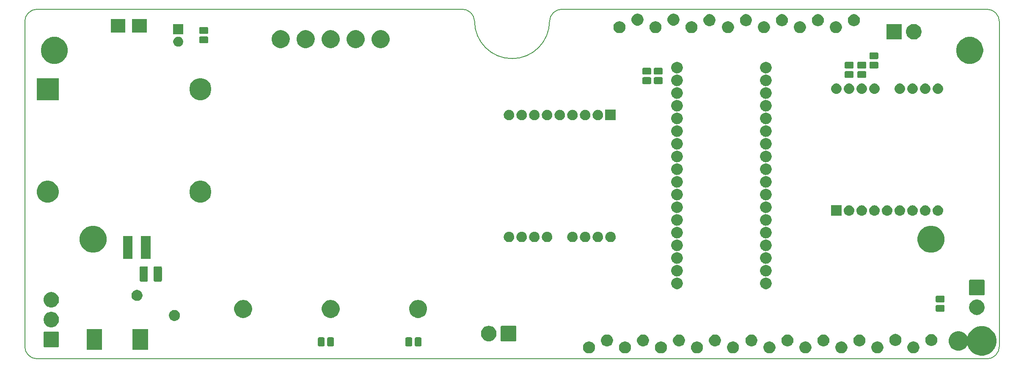
<source format=gbr>
%TF.GenerationSoftware,KiCad,Pcbnew,5.0.1*%
%TF.CreationDate,2018-10-23T16:01:19+11:00*%
%TF.ProjectId,FP1,4650312E6B696361645F706362000000,0.1*%
%TF.SameCoordinates,Original*%
%TF.FileFunction,Soldermask,Top*%
%TF.FilePolarity,Negative*%
%FSLAX46Y46*%
G04 Gerber Fmt 4.6, Leading zero omitted, Abs format (unit mm)*
G04 Created by KiCad (PCBNEW 5.0.1) date Tue 23 Oct 2018 04:01:19 PM AEDT*
%MOMM*%
%LPD*%
G01*
G04 APERTURE LIST*
%ADD10C,0.150000*%
G04 APERTURE END LIST*
D10*
X240100000Y-59500000D02*
G75*
G03X237599981Y-56999981I-2500019J0D01*
G01*
X237599981Y-127000019D02*
G75*
G03X240100000Y-124500000I0J2500019D01*
G01*
X45099981Y-124500000D02*
G75*
G03X47600000Y-127000019I2500019J0D01*
G01*
X45099981Y-59500000D02*
G75*
G02X47600000Y-56999981I2500019J0D01*
G01*
X135098002Y-59400080D02*
G75*
G03X132599981Y-56999981I-2498021J-99920D01*
G01*
X150101622Y-59409986D02*
G75*
G02X152600019Y-57000000I2498397J-90033D01*
G01*
X150100000Y-59400000D02*
G75*
G02X135100000Y-59400000I-7500000J0D01*
G01*
X237620000Y-57000000D02*
X152580000Y-57000000D01*
X45100000Y-124540000D02*
X45100000Y-59460000D01*
X47610000Y-57000000D02*
X132630000Y-57000000D01*
X240100000Y-124530000D02*
X240100000Y-59490000D01*
X47570000Y-127000000D02*
X237630000Y-127000000D01*
G36*
X237440483Y-120573366D02*
X237977348Y-120795743D01*
X237977349Y-120795744D01*
X238460516Y-121118585D01*
X238871415Y-121529484D01*
X239012963Y-121741326D01*
X239194257Y-122012652D01*
X239416634Y-122549517D01*
X239530000Y-123119449D01*
X239530000Y-123700551D01*
X239416634Y-124270483D01*
X239194257Y-124807348D01*
X239187012Y-124818191D01*
X238871415Y-125290516D01*
X238460516Y-125701415D01*
X238367708Y-125763427D01*
X237977348Y-126024257D01*
X237440483Y-126246634D01*
X236870551Y-126360000D01*
X236289449Y-126360000D01*
X235719517Y-126246634D01*
X235182652Y-126024257D01*
X234792292Y-125763427D01*
X234699484Y-125701415D01*
X234288585Y-125290516D01*
X233972988Y-124818191D01*
X233965743Y-124807348D01*
X233812548Y-124437503D01*
X233800997Y-124415892D01*
X233785451Y-124396950D01*
X233766509Y-124381404D01*
X233744898Y-124369853D01*
X233721449Y-124362740D01*
X233697063Y-124360338D01*
X233672677Y-124362740D01*
X233649228Y-124369853D01*
X233627617Y-124381404D01*
X233608675Y-124396950D01*
X233593129Y-124415892D01*
X233434662Y-124653055D01*
X233163055Y-124924662D01*
X232843670Y-125138068D01*
X232488793Y-125285063D01*
X232112060Y-125360000D01*
X231727940Y-125360000D01*
X231351207Y-125285063D01*
X230996330Y-125138068D01*
X230676945Y-124924662D01*
X230405338Y-124653055D01*
X230191932Y-124333670D01*
X230044937Y-123978793D01*
X229970000Y-123602060D01*
X229970000Y-123217940D01*
X230044937Y-122841207D01*
X230191932Y-122486330D01*
X230405338Y-122166945D01*
X230676945Y-121895338D01*
X230996330Y-121681932D01*
X231351207Y-121534937D01*
X231727940Y-121460000D01*
X232112060Y-121460000D01*
X232488793Y-121534937D01*
X232843670Y-121681932D01*
X233163055Y-121895338D01*
X233434662Y-122166945D01*
X233593129Y-122404108D01*
X233608675Y-122423050D01*
X233627617Y-122438596D01*
X233649227Y-122450147D01*
X233672677Y-122457260D01*
X233697063Y-122459662D01*
X233721449Y-122457260D01*
X233744898Y-122450147D01*
X233766509Y-122438596D01*
X233785451Y-122423050D01*
X233800997Y-122404108D01*
X233812548Y-122382497D01*
X233965743Y-122012652D01*
X234147037Y-121741326D01*
X234288585Y-121529484D01*
X234699484Y-121118585D01*
X235182651Y-120795744D01*
X235182652Y-120795743D01*
X235719517Y-120573366D01*
X236289449Y-120460000D01*
X236870551Y-120460000D01*
X237440483Y-120573366D01*
X237440483Y-120573366D01*
G37*
G36*
X223250026Y-123546115D02*
X223468412Y-123636573D01*
X223664958Y-123767901D01*
X223832099Y-123935042D01*
X223963427Y-124131588D01*
X224053885Y-124349974D01*
X224100000Y-124581809D01*
X224100000Y-124818191D01*
X224053885Y-125050026D01*
X223963427Y-125268412D01*
X223832099Y-125464958D01*
X223664958Y-125632099D01*
X223468412Y-125763427D01*
X223250026Y-125853885D01*
X223018191Y-125900000D01*
X222781809Y-125900000D01*
X222549974Y-125853885D01*
X222331588Y-125763427D01*
X222135042Y-125632099D01*
X221967901Y-125464958D01*
X221836573Y-125268412D01*
X221746115Y-125050026D01*
X221700000Y-124818191D01*
X221700000Y-124581809D01*
X221746115Y-124349974D01*
X221836573Y-124131588D01*
X221967901Y-123935042D01*
X222135042Y-123767901D01*
X222331588Y-123636573D01*
X222549974Y-123546115D01*
X222781809Y-123500000D01*
X223018191Y-123500000D01*
X223250026Y-123546115D01*
X223250026Y-123546115D01*
G37*
G36*
X201650026Y-123546115D02*
X201868412Y-123636573D01*
X202064958Y-123767901D01*
X202232099Y-123935042D01*
X202363427Y-124131588D01*
X202453885Y-124349974D01*
X202500000Y-124581809D01*
X202500000Y-124818191D01*
X202453885Y-125050026D01*
X202363427Y-125268412D01*
X202232099Y-125464958D01*
X202064958Y-125632099D01*
X201868412Y-125763427D01*
X201650026Y-125853885D01*
X201418191Y-125900000D01*
X201181809Y-125900000D01*
X200949974Y-125853885D01*
X200731588Y-125763427D01*
X200535042Y-125632099D01*
X200367901Y-125464958D01*
X200236573Y-125268412D01*
X200146115Y-125050026D01*
X200100000Y-124818191D01*
X200100000Y-124581809D01*
X200146115Y-124349974D01*
X200236573Y-124131588D01*
X200367901Y-123935042D01*
X200535042Y-123767901D01*
X200731588Y-123636573D01*
X200949974Y-123546115D01*
X201181809Y-123500000D01*
X201418191Y-123500000D01*
X201650026Y-123546115D01*
X201650026Y-123546115D01*
G37*
G36*
X216050026Y-123546115D02*
X216268412Y-123636573D01*
X216464958Y-123767901D01*
X216632099Y-123935042D01*
X216763427Y-124131588D01*
X216853885Y-124349974D01*
X216900000Y-124581809D01*
X216900000Y-124818191D01*
X216853885Y-125050026D01*
X216763427Y-125268412D01*
X216632099Y-125464958D01*
X216464958Y-125632099D01*
X216268412Y-125763427D01*
X216050026Y-125853885D01*
X215818191Y-125900000D01*
X215581809Y-125900000D01*
X215349974Y-125853885D01*
X215131588Y-125763427D01*
X214935042Y-125632099D01*
X214767901Y-125464958D01*
X214636573Y-125268412D01*
X214546115Y-125050026D01*
X214500000Y-124818191D01*
X214500000Y-124581809D01*
X214546115Y-124349974D01*
X214636573Y-124131588D01*
X214767901Y-123935042D01*
X214935042Y-123767901D01*
X215131588Y-123636573D01*
X215349974Y-123546115D01*
X215581809Y-123500000D01*
X215818191Y-123500000D01*
X216050026Y-123546115D01*
X216050026Y-123546115D01*
G37*
G36*
X208850026Y-123546115D02*
X209068412Y-123636573D01*
X209264958Y-123767901D01*
X209432099Y-123935042D01*
X209563427Y-124131588D01*
X209653885Y-124349974D01*
X209700000Y-124581809D01*
X209700000Y-124818191D01*
X209653885Y-125050026D01*
X209563427Y-125268412D01*
X209432099Y-125464958D01*
X209264958Y-125632099D01*
X209068412Y-125763427D01*
X208850026Y-125853885D01*
X208618191Y-125900000D01*
X208381809Y-125900000D01*
X208149974Y-125853885D01*
X207931588Y-125763427D01*
X207735042Y-125632099D01*
X207567901Y-125464958D01*
X207436573Y-125268412D01*
X207346115Y-125050026D01*
X207300000Y-124818191D01*
X207300000Y-124581809D01*
X207346115Y-124349974D01*
X207436573Y-124131588D01*
X207567901Y-123935042D01*
X207735042Y-123767901D01*
X207931588Y-123636573D01*
X208149974Y-123546115D01*
X208381809Y-123500000D01*
X208618191Y-123500000D01*
X208850026Y-123546115D01*
X208850026Y-123546115D01*
G37*
G36*
X194450026Y-123546115D02*
X194668412Y-123636573D01*
X194864958Y-123767901D01*
X195032099Y-123935042D01*
X195163427Y-124131588D01*
X195253885Y-124349974D01*
X195300000Y-124581809D01*
X195300000Y-124818191D01*
X195253885Y-125050026D01*
X195163427Y-125268412D01*
X195032099Y-125464958D01*
X194864958Y-125632099D01*
X194668412Y-125763427D01*
X194450026Y-125853885D01*
X194218191Y-125900000D01*
X193981809Y-125900000D01*
X193749974Y-125853885D01*
X193531588Y-125763427D01*
X193335042Y-125632099D01*
X193167901Y-125464958D01*
X193036573Y-125268412D01*
X192946115Y-125050026D01*
X192900000Y-124818191D01*
X192900000Y-124581809D01*
X192946115Y-124349974D01*
X193036573Y-124131588D01*
X193167901Y-123935042D01*
X193335042Y-123767901D01*
X193531588Y-123636573D01*
X193749974Y-123546115D01*
X193981809Y-123500000D01*
X194218191Y-123500000D01*
X194450026Y-123546115D01*
X194450026Y-123546115D01*
G37*
G36*
X165550026Y-123546115D02*
X165768412Y-123636573D01*
X165964958Y-123767901D01*
X166132099Y-123935042D01*
X166263427Y-124131588D01*
X166353885Y-124349974D01*
X166400000Y-124581809D01*
X166400000Y-124818191D01*
X166353885Y-125050026D01*
X166263427Y-125268412D01*
X166132099Y-125464958D01*
X165964958Y-125632099D01*
X165768412Y-125763427D01*
X165550026Y-125853885D01*
X165318191Y-125900000D01*
X165081809Y-125900000D01*
X164849974Y-125853885D01*
X164631588Y-125763427D01*
X164435042Y-125632099D01*
X164267901Y-125464958D01*
X164136573Y-125268412D01*
X164046115Y-125050026D01*
X164000000Y-124818191D01*
X164000000Y-124581809D01*
X164046115Y-124349974D01*
X164136573Y-124131588D01*
X164267901Y-123935042D01*
X164435042Y-123767901D01*
X164631588Y-123636573D01*
X164849974Y-123546115D01*
X165081809Y-123500000D01*
X165318191Y-123500000D01*
X165550026Y-123546115D01*
X165550026Y-123546115D01*
G37*
G36*
X187150026Y-123546115D02*
X187368412Y-123636573D01*
X187564958Y-123767901D01*
X187732099Y-123935042D01*
X187863427Y-124131588D01*
X187953885Y-124349974D01*
X188000000Y-124581809D01*
X188000000Y-124818191D01*
X187953885Y-125050026D01*
X187863427Y-125268412D01*
X187732099Y-125464958D01*
X187564958Y-125632099D01*
X187368412Y-125763427D01*
X187150026Y-125853885D01*
X186918191Y-125900000D01*
X186681809Y-125900000D01*
X186449974Y-125853885D01*
X186231588Y-125763427D01*
X186035042Y-125632099D01*
X185867901Y-125464958D01*
X185736573Y-125268412D01*
X185646115Y-125050026D01*
X185600000Y-124818191D01*
X185600000Y-124581809D01*
X185646115Y-124349974D01*
X185736573Y-124131588D01*
X185867901Y-123935042D01*
X186035042Y-123767901D01*
X186231588Y-123636573D01*
X186449974Y-123546115D01*
X186681809Y-123500000D01*
X186918191Y-123500000D01*
X187150026Y-123546115D01*
X187150026Y-123546115D01*
G37*
G36*
X172750026Y-123546115D02*
X172968412Y-123636573D01*
X173164958Y-123767901D01*
X173332099Y-123935042D01*
X173463427Y-124131588D01*
X173553885Y-124349974D01*
X173600000Y-124581809D01*
X173600000Y-124818191D01*
X173553885Y-125050026D01*
X173463427Y-125268412D01*
X173332099Y-125464958D01*
X173164958Y-125632099D01*
X172968412Y-125763427D01*
X172750026Y-125853885D01*
X172518191Y-125900000D01*
X172281809Y-125900000D01*
X172049974Y-125853885D01*
X171831588Y-125763427D01*
X171635042Y-125632099D01*
X171467901Y-125464958D01*
X171336573Y-125268412D01*
X171246115Y-125050026D01*
X171200000Y-124818191D01*
X171200000Y-124581809D01*
X171246115Y-124349974D01*
X171336573Y-124131588D01*
X171467901Y-123935042D01*
X171635042Y-123767901D01*
X171831588Y-123636573D01*
X172049974Y-123546115D01*
X172281809Y-123500000D01*
X172518191Y-123500000D01*
X172750026Y-123546115D01*
X172750026Y-123546115D01*
G37*
G36*
X179950026Y-123546115D02*
X180168412Y-123636573D01*
X180364958Y-123767901D01*
X180532099Y-123935042D01*
X180663427Y-124131588D01*
X180753885Y-124349974D01*
X180800000Y-124581809D01*
X180800000Y-124818191D01*
X180753885Y-125050026D01*
X180663427Y-125268412D01*
X180532099Y-125464958D01*
X180364958Y-125632099D01*
X180168412Y-125763427D01*
X179950026Y-125853885D01*
X179718191Y-125900000D01*
X179481809Y-125900000D01*
X179249974Y-125853885D01*
X179031588Y-125763427D01*
X178835042Y-125632099D01*
X178667901Y-125464958D01*
X178536573Y-125268412D01*
X178446115Y-125050026D01*
X178400000Y-124818191D01*
X178400000Y-124581809D01*
X178446115Y-124349974D01*
X178536573Y-124131588D01*
X178667901Y-123935042D01*
X178835042Y-123767901D01*
X179031588Y-123636573D01*
X179249974Y-123546115D01*
X179481809Y-123500000D01*
X179718191Y-123500000D01*
X179950026Y-123546115D01*
X179950026Y-123546115D01*
G37*
G36*
X158350026Y-123546115D02*
X158568412Y-123636573D01*
X158764958Y-123767901D01*
X158932099Y-123935042D01*
X159063427Y-124131588D01*
X159153885Y-124349974D01*
X159200000Y-124581809D01*
X159200000Y-124818191D01*
X159153885Y-125050026D01*
X159063427Y-125268412D01*
X158932099Y-125464958D01*
X158764958Y-125632099D01*
X158568412Y-125763427D01*
X158350026Y-125853885D01*
X158118191Y-125900000D01*
X157881809Y-125900000D01*
X157649974Y-125853885D01*
X157431588Y-125763427D01*
X157235042Y-125632099D01*
X157067901Y-125464958D01*
X156936573Y-125268412D01*
X156846115Y-125050026D01*
X156800000Y-124818191D01*
X156800000Y-124581809D01*
X156846115Y-124349974D01*
X156936573Y-124131588D01*
X157067901Y-123935042D01*
X157235042Y-123767901D01*
X157431588Y-123636573D01*
X157649974Y-123546115D01*
X157881809Y-123500000D01*
X158118191Y-123500000D01*
X158350026Y-123546115D01*
X158350026Y-123546115D01*
G37*
G36*
X60560000Y-125165000D02*
X57460000Y-125165000D01*
X57460000Y-121015000D01*
X60560000Y-121015000D01*
X60560000Y-125165000D01*
X60560000Y-125165000D01*
G37*
G36*
X69760000Y-125165000D02*
X66660000Y-125165000D01*
X66660000Y-121015000D01*
X69760000Y-121015000D01*
X69760000Y-125165000D01*
X69760000Y-125165000D01*
G37*
G36*
X51800823Y-121554151D02*
X51835451Y-121564656D01*
X51867362Y-121581712D01*
X51895333Y-121604667D01*
X51918288Y-121632638D01*
X51935344Y-121664549D01*
X51945849Y-121699177D01*
X51950000Y-121741326D01*
X51950000Y-124458674D01*
X51945849Y-124500823D01*
X51935344Y-124535451D01*
X51918288Y-124567362D01*
X51895333Y-124595333D01*
X51867362Y-124618288D01*
X51835451Y-124635344D01*
X51800823Y-124645849D01*
X51758674Y-124650000D01*
X49041326Y-124650000D01*
X48999177Y-124645849D01*
X48964549Y-124635344D01*
X48932638Y-124618288D01*
X48904667Y-124595333D01*
X48881712Y-124567362D01*
X48864656Y-124535451D01*
X48854151Y-124500823D01*
X48850000Y-124458674D01*
X48850000Y-121741326D01*
X48854151Y-121699177D01*
X48864656Y-121664549D01*
X48881712Y-121632638D01*
X48904667Y-121604667D01*
X48932638Y-121581712D01*
X48964549Y-121564656D01*
X48999177Y-121554151D01*
X49041326Y-121550000D01*
X51758674Y-121550000D01*
X51800823Y-121554151D01*
X51800823Y-121554151D01*
G37*
G36*
X169150026Y-122146115D02*
X169368412Y-122236573D01*
X169564958Y-122367901D01*
X169732099Y-122535042D01*
X169863427Y-122731588D01*
X169953885Y-122949974D01*
X170000000Y-123181809D01*
X170000000Y-123418191D01*
X169953885Y-123650026D01*
X169863427Y-123868412D01*
X169732099Y-124064958D01*
X169564958Y-124232099D01*
X169368412Y-124363427D01*
X169150026Y-124453885D01*
X168918191Y-124500000D01*
X168681809Y-124500000D01*
X168449974Y-124453885D01*
X168231588Y-124363427D01*
X168035042Y-124232099D01*
X167867901Y-124064958D01*
X167736573Y-123868412D01*
X167646115Y-123650026D01*
X167600000Y-123418191D01*
X167600000Y-123181809D01*
X167646115Y-122949974D01*
X167736573Y-122731588D01*
X167867901Y-122535042D01*
X168035042Y-122367901D01*
X168231588Y-122236573D01*
X168449974Y-122146115D01*
X168681809Y-122100000D01*
X168918191Y-122100000D01*
X169150026Y-122146115D01*
X169150026Y-122146115D01*
G37*
G36*
X176350026Y-122146115D02*
X176568412Y-122236573D01*
X176764958Y-122367901D01*
X176932099Y-122535042D01*
X177063427Y-122731588D01*
X177153885Y-122949974D01*
X177200000Y-123181809D01*
X177200000Y-123418191D01*
X177153885Y-123650026D01*
X177063427Y-123868412D01*
X176932099Y-124064958D01*
X176764958Y-124232099D01*
X176568412Y-124363427D01*
X176350026Y-124453885D01*
X176118191Y-124500000D01*
X175881809Y-124500000D01*
X175649974Y-124453885D01*
X175431588Y-124363427D01*
X175235042Y-124232099D01*
X175067901Y-124064958D01*
X174936573Y-123868412D01*
X174846115Y-123650026D01*
X174800000Y-123418191D01*
X174800000Y-123181809D01*
X174846115Y-122949974D01*
X174936573Y-122731588D01*
X175067901Y-122535042D01*
X175235042Y-122367901D01*
X175431588Y-122236573D01*
X175649974Y-122146115D01*
X175881809Y-122100000D01*
X176118191Y-122100000D01*
X176350026Y-122146115D01*
X176350026Y-122146115D01*
G37*
G36*
X212450026Y-122146115D02*
X212668412Y-122236573D01*
X212864958Y-122367901D01*
X213032099Y-122535042D01*
X213163427Y-122731588D01*
X213253885Y-122949974D01*
X213300000Y-123181809D01*
X213300000Y-123418191D01*
X213253885Y-123650026D01*
X213163427Y-123868412D01*
X213032099Y-124064958D01*
X212864958Y-124232099D01*
X212668412Y-124363427D01*
X212450026Y-124453885D01*
X212218191Y-124500000D01*
X211981809Y-124500000D01*
X211749974Y-124453885D01*
X211531588Y-124363427D01*
X211335042Y-124232099D01*
X211167901Y-124064958D01*
X211036573Y-123868412D01*
X210946115Y-123650026D01*
X210900000Y-123418191D01*
X210900000Y-123181809D01*
X210946115Y-122949974D01*
X211036573Y-122731588D01*
X211167901Y-122535042D01*
X211335042Y-122367901D01*
X211531588Y-122236573D01*
X211749974Y-122146115D01*
X211981809Y-122100000D01*
X212218191Y-122100000D01*
X212450026Y-122146115D01*
X212450026Y-122146115D01*
G37*
G36*
X205250026Y-122146115D02*
X205468412Y-122236573D01*
X205664958Y-122367901D01*
X205832099Y-122535042D01*
X205963427Y-122731588D01*
X206053885Y-122949974D01*
X206100000Y-123181809D01*
X206100000Y-123418191D01*
X206053885Y-123650026D01*
X205963427Y-123868412D01*
X205832099Y-124064958D01*
X205664958Y-124232099D01*
X205468412Y-124363427D01*
X205250026Y-124453885D01*
X205018191Y-124500000D01*
X204781809Y-124500000D01*
X204549974Y-124453885D01*
X204331588Y-124363427D01*
X204135042Y-124232099D01*
X203967901Y-124064958D01*
X203836573Y-123868412D01*
X203746115Y-123650026D01*
X203700000Y-123418191D01*
X203700000Y-123181809D01*
X203746115Y-122949974D01*
X203836573Y-122731588D01*
X203967901Y-122535042D01*
X204135042Y-122367901D01*
X204331588Y-122236573D01*
X204549974Y-122146115D01*
X204781809Y-122100000D01*
X205018191Y-122100000D01*
X205250026Y-122146115D01*
X205250026Y-122146115D01*
G37*
G36*
X198050026Y-122146115D02*
X198268412Y-122236573D01*
X198464958Y-122367901D01*
X198632099Y-122535042D01*
X198763427Y-122731588D01*
X198853885Y-122949974D01*
X198900000Y-123181809D01*
X198900000Y-123418191D01*
X198853885Y-123650026D01*
X198763427Y-123868412D01*
X198632099Y-124064958D01*
X198464958Y-124232099D01*
X198268412Y-124363427D01*
X198050026Y-124453885D01*
X197818191Y-124500000D01*
X197581809Y-124500000D01*
X197349974Y-124453885D01*
X197131588Y-124363427D01*
X196935042Y-124232099D01*
X196767901Y-124064958D01*
X196636573Y-123868412D01*
X196546115Y-123650026D01*
X196500000Y-123418191D01*
X196500000Y-123181809D01*
X196546115Y-122949974D01*
X196636573Y-122731588D01*
X196767901Y-122535042D01*
X196935042Y-122367901D01*
X197131588Y-122236573D01*
X197349974Y-122146115D01*
X197581809Y-122100000D01*
X197818191Y-122100000D01*
X198050026Y-122146115D01*
X198050026Y-122146115D01*
G37*
G36*
X190850026Y-122146115D02*
X191068412Y-122236573D01*
X191264958Y-122367901D01*
X191432099Y-122535042D01*
X191563427Y-122731588D01*
X191653885Y-122949974D01*
X191700000Y-123181809D01*
X191700000Y-123418191D01*
X191653885Y-123650026D01*
X191563427Y-123868412D01*
X191432099Y-124064958D01*
X191264958Y-124232099D01*
X191068412Y-124363427D01*
X190850026Y-124453885D01*
X190618191Y-124500000D01*
X190381809Y-124500000D01*
X190149974Y-124453885D01*
X189931588Y-124363427D01*
X189735042Y-124232099D01*
X189567901Y-124064958D01*
X189436573Y-123868412D01*
X189346115Y-123650026D01*
X189300000Y-123418191D01*
X189300000Y-123181809D01*
X189346115Y-122949974D01*
X189436573Y-122731588D01*
X189567901Y-122535042D01*
X189735042Y-122367901D01*
X189931588Y-122236573D01*
X190149974Y-122146115D01*
X190381809Y-122100000D01*
X190618191Y-122100000D01*
X190850026Y-122146115D01*
X190850026Y-122146115D01*
G37*
G36*
X161950026Y-122146115D02*
X162168412Y-122236573D01*
X162364958Y-122367901D01*
X162532099Y-122535042D01*
X162663427Y-122731588D01*
X162753885Y-122949974D01*
X162800000Y-123181809D01*
X162800000Y-123418191D01*
X162753885Y-123650026D01*
X162663427Y-123868412D01*
X162532099Y-124064958D01*
X162364958Y-124232099D01*
X162168412Y-124363427D01*
X161950026Y-124453885D01*
X161718191Y-124500000D01*
X161481809Y-124500000D01*
X161249974Y-124453885D01*
X161031588Y-124363427D01*
X160835042Y-124232099D01*
X160667901Y-124064958D01*
X160536573Y-123868412D01*
X160446115Y-123650026D01*
X160400000Y-123418191D01*
X160400000Y-123181809D01*
X160446115Y-122949974D01*
X160536573Y-122731588D01*
X160667901Y-122535042D01*
X160835042Y-122367901D01*
X161031588Y-122236573D01*
X161249974Y-122146115D01*
X161481809Y-122100000D01*
X161718191Y-122100000D01*
X161950026Y-122146115D01*
X161950026Y-122146115D01*
G37*
G36*
X183550026Y-122146115D02*
X183768412Y-122236573D01*
X183964958Y-122367901D01*
X184132099Y-122535042D01*
X184263427Y-122731588D01*
X184353885Y-122949974D01*
X184400000Y-123181809D01*
X184400000Y-123418191D01*
X184353885Y-123650026D01*
X184263427Y-123868412D01*
X184132099Y-124064958D01*
X183964958Y-124232099D01*
X183768412Y-124363427D01*
X183550026Y-124453885D01*
X183318191Y-124500000D01*
X183081809Y-124500000D01*
X182849974Y-124453885D01*
X182631588Y-124363427D01*
X182435042Y-124232099D01*
X182267901Y-124064958D01*
X182136573Y-123868412D01*
X182046115Y-123650026D01*
X182000000Y-123418191D01*
X182000000Y-123181809D01*
X182046115Y-122949974D01*
X182136573Y-122731588D01*
X182267901Y-122535042D01*
X182435042Y-122367901D01*
X182631588Y-122236573D01*
X182849974Y-122146115D01*
X183081809Y-122100000D01*
X183318191Y-122100000D01*
X183550026Y-122146115D01*
X183550026Y-122146115D01*
G37*
G36*
X122393497Y-122695997D02*
X122446153Y-122711970D01*
X122494665Y-122737900D01*
X122537196Y-122772804D01*
X122572100Y-122815335D01*
X122598030Y-122863847D01*
X122614003Y-122916503D01*
X122620000Y-122977390D01*
X122620000Y-124202610D01*
X122614003Y-124263497D01*
X122598030Y-124316153D01*
X122572100Y-124364665D01*
X122537196Y-124407196D01*
X122494665Y-124442100D01*
X122446153Y-124468030D01*
X122393497Y-124484003D01*
X122332610Y-124490000D01*
X121532390Y-124490000D01*
X121471503Y-124484003D01*
X121418847Y-124468030D01*
X121370335Y-124442100D01*
X121327804Y-124407196D01*
X121292900Y-124364665D01*
X121266970Y-124316153D01*
X121250997Y-124263497D01*
X121245000Y-124202610D01*
X121245000Y-122977390D01*
X121250997Y-122916503D01*
X121266970Y-122863847D01*
X121292900Y-122815335D01*
X121327804Y-122772804D01*
X121370335Y-122737900D01*
X121418847Y-122711970D01*
X121471503Y-122695997D01*
X121532390Y-122690000D01*
X122332610Y-122690000D01*
X122393497Y-122695997D01*
X122393497Y-122695997D01*
G37*
G36*
X124268497Y-122695997D02*
X124321153Y-122711970D01*
X124369665Y-122737900D01*
X124412196Y-122772804D01*
X124447100Y-122815335D01*
X124473030Y-122863847D01*
X124489003Y-122916503D01*
X124495000Y-122977390D01*
X124495000Y-124202610D01*
X124489003Y-124263497D01*
X124473030Y-124316153D01*
X124447100Y-124364665D01*
X124412196Y-124407196D01*
X124369665Y-124442100D01*
X124321153Y-124468030D01*
X124268497Y-124484003D01*
X124207610Y-124490000D01*
X123407390Y-124490000D01*
X123346503Y-124484003D01*
X123293847Y-124468030D01*
X123245335Y-124442100D01*
X123202804Y-124407196D01*
X123167900Y-124364665D01*
X123141970Y-124316153D01*
X123125997Y-124263497D01*
X123120000Y-124202610D01*
X123120000Y-122977390D01*
X123125997Y-122916503D01*
X123141970Y-122863847D01*
X123167900Y-122815335D01*
X123202804Y-122772804D01*
X123245335Y-122737900D01*
X123293847Y-122711970D01*
X123346503Y-122695997D01*
X123407390Y-122690000D01*
X124207610Y-122690000D01*
X124268497Y-122695997D01*
X124268497Y-122695997D01*
G37*
G36*
X106748497Y-122695997D02*
X106801153Y-122711970D01*
X106849665Y-122737900D01*
X106892196Y-122772804D01*
X106927100Y-122815335D01*
X106953030Y-122863847D01*
X106969003Y-122916503D01*
X106975000Y-122977390D01*
X106975000Y-124202610D01*
X106969003Y-124263497D01*
X106953030Y-124316153D01*
X106927100Y-124364665D01*
X106892196Y-124407196D01*
X106849665Y-124442100D01*
X106801153Y-124468030D01*
X106748497Y-124484003D01*
X106687610Y-124490000D01*
X105887390Y-124490000D01*
X105826503Y-124484003D01*
X105773847Y-124468030D01*
X105725335Y-124442100D01*
X105682804Y-124407196D01*
X105647900Y-124364665D01*
X105621970Y-124316153D01*
X105605997Y-124263497D01*
X105600000Y-124202610D01*
X105600000Y-122977390D01*
X105605997Y-122916503D01*
X105621970Y-122863847D01*
X105647900Y-122815335D01*
X105682804Y-122772804D01*
X105725335Y-122737900D01*
X105773847Y-122711970D01*
X105826503Y-122695997D01*
X105887390Y-122690000D01*
X106687610Y-122690000D01*
X106748497Y-122695997D01*
X106748497Y-122695997D01*
G37*
G36*
X104873497Y-122695997D02*
X104926153Y-122711970D01*
X104974665Y-122737900D01*
X105017196Y-122772804D01*
X105052100Y-122815335D01*
X105078030Y-122863847D01*
X105094003Y-122916503D01*
X105100000Y-122977390D01*
X105100000Y-124202610D01*
X105094003Y-124263497D01*
X105078030Y-124316153D01*
X105052100Y-124364665D01*
X105017196Y-124407196D01*
X104974665Y-124442100D01*
X104926153Y-124468030D01*
X104873497Y-124484003D01*
X104812610Y-124490000D01*
X104012390Y-124490000D01*
X103951503Y-124484003D01*
X103898847Y-124468030D01*
X103850335Y-124442100D01*
X103807804Y-124407196D01*
X103772900Y-124364665D01*
X103746970Y-124316153D01*
X103730997Y-124263497D01*
X103725000Y-124202610D01*
X103725000Y-122977390D01*
X103730997Y-122916503D01*
X103746970Y-122863847D01*
X103772900Y-122815335D01*
X103807804Y-122772804D01*
X103850335Y-122737900D01*
X103898847Y-122711970D01*
X103951503Y-122695997D01*
X104012390Y-122690000D01*
X104812610Y-122690000D01*
X104873497Y-122695997D01*
X104873497Y-122695997D01*
G37*
G36*
X226850026Y-122066115D02*
X227068412Y-122156573D01*
X227264958Y-122287901D01*
X227432099Y-122455042D01*
X227563427Y-122651588D01*
X227653885Y-122869974D01*
X227700000Y-123101809D01*
X227700000Y-123338191D01*
X227653885Y-123570026D01*
X227563427Y-123788412D01*
X227432099Y-123984958D01*
X227264958Y-124152099D01*
X227068412Y-124283427D01*
X226850026Y-124373885D01*
X226618191Y-124420000D01*
X226381809Y-124420000D01*
X226149974Y-124373885D01*
X225931588Y-124283427D01*
X225735042Y-124152099D01*
X225567901Y-123984958D01*
X225436573Y-123788412D01*
X225346115Y-123570026D01*
X225300000Y-123338191D01*
X225300000Y-123101809D01*
X225346115Y-122869974D01*
X225436573Y-122651588D01*
X225567901Y-122455042D01*
X225735042Y-122287901D01*
X225931588Y-122156573D01*
X226149974Y-122066115D01*
X226381809Y-122020000D01*
X226618191Y-122020000D01*
X226850026Y-122066115D01*
X226850026Y-122066115D01*
G37*
G36*
X219650026Y-122046115D02*
X219868412Y-122136573D01*
X220064958Y-122267901D01*
X220232099Y-122435042D01*
X220363427Y-122631588D01*
X220453885Y-122849974D01*
X220500000Y-123081809D01*
X220500000Y-123318191D01*
X220453885Y-123550026D01*
X220363427Y-123768412D01*
X220232099Y-123964958D01*
X220064958Y-124132099D01*
X219868412Y-124263427D01*
X219650026Y-124353885D01*
X219418191Y-124400000D01*
X219181809Y-124400000D01*
X218949974Y-124353885D01*
X218731588Y-124263427D01*
X218535042Y-124132099D01*
X218367901Y-123964958D01*
X218236573Y-123768412D01*
X218146115Y-123550026D01*
X218100000Y-123318191D01*
X218100000Y-123081809D01*
X218146115Y-122849974D01*
X218236573Y-122631588D01*
X218367901Y-122435042D01*
X218535042Y-122267901D01*
X218731588Y-122136573D01*
X218949974Y-122046115D01*
X219181809Y-122000000D01*
X219418191Y-122000000D01*
X219650026Y-122046115D01*
X219650026Y-122046115D01*
G37*
G36*
X138182481Y-120409855D02*
X138382118Y-120449565D01*
X138570173Y-120527460D01*
X138664201Y-120566408D01*
X138918071Y-120736038D01*
X139133962Y-120951929D01*
X139303592Y-121205799D01*
X139303592Y-121205800D01*
X139420435Y-121487882D01*
X139455576Y-121664549D01*
X139480000Y-121787337D01*
X139480000Y-122092663D01*
X139467287Y-122156573D01*
X139420435Y-122392118D01*
X139361232Y-122535045D01*
X139303592Y-122674201D01*
X139133962Y-122928071D01*
X138918071Y-123143962D01*
X138664201Y-123313592D01*
X138598459Y-123340823D01*
X138382118Y-123430435D01*
X138242090Y-123458288D01*
X138082663Y-123490000D01*
X137777337Y-123490000D01*
X137617910Y-123458288D01*
X137477882Y-123430435D01*
X137261541Y-123340823D01*
X137195799Y-123313592D01*
X136941929Y-123143962D01*
X136726038Y-122928071D01*
X136556408Y-122674201D01*
X136498768Y-122535045D01*
X136439565Y-122392118D01*
X136392713Y-122156573D01*
X136380000Y-122092663D01*
X136380000Y-121787337D01*
X136404424Y-121664549D01*
X136439565Y-121487882D01*
X136556408Y-121205800D01*
X136556408Y-121205799D01*
X136726038Y-120951929D01*
X136941929Y-120736038D01*
X137195799Y-120566408D01*
X137289827Y-120527460D01*
X137477882Y-120449565D01*
X137677519Y-120409855D01*
X137777337Y-120390000D01*
X138082663Y-120390000D01*
X138182481Y-120409855D01*
X138182481Y-120409855D01*
G37*
G36*
X143290823Y-120394151D02*
X143325451Y-120404656D01*
X143357362Y-120421712D01*
X143385333Y-120444667D01*
X143408288Y-120472638D01*
X143425344Y-120504549D01*
X143435849Y-120539177D01*
X143440000Y-120581326D01*
X143440000Y-123298674D01*
X143435849Y-123340823D01*
X143425344Y-123375451D01*
X143408288Y-123407362D01*
X143385333Y-123435333D01*
X143357362Y-123458288D01*
X143325451Y-123475344D01*
X143290823Y-123485849D01*
X143248674Y-123490000D01*
X140531326Y-123490000D01*
X140489177Y-123485849D01*
X140454549Y-123475344D01*
X140422638Y-123458288D01*
X140394667Y-123435333D01*
X140371712Y-123407362D01*
X140354656Y-123375451D01*
X140344151Y-123340823D01*
X140340000Y-123298674D01*
X140340000Y-120581326D01*
X140344151Y-120539177D01*
X140354656Y-120504549D01*
X140371712Y-120472638D01*
X140394667Y-120444667D01*
X140422638Y-120421712D01*
X140454549Y-120404656D01*
X140489177Y-120394151D01*
X140531326Y-120390000D01*
X143248674Y-120390000D01*
X143290823Y-120394151D01*
X143290823Y-120394151D01*
G37*
G36*
X50596838Y-117598787D02*
X50852118Y-117649565D01*
X51040173Y-117727460D01*
X51134201Y-117766408D01*
X51388071Y-117936038D01*
X51603962Y-118151929D01*
X51773592Y-118405799D01*
X51773592Y-118405800D01*
X51890435Y-118687882D01*
X51950000Y-118987338D01*
X51950000Y-119292662D01*
X51890435Y-119592118D01*
X51812540Y-119780173D01*
X51773592Y-119874201D01*
X51603962Y-120128071D01*
X51388071Y-120343962D01*
X51134201Y-120513592D01*
X51072433Y-120539177D01*
X50852118Y-120630435D01*
X50652481Y-120670145D01*
X50552663Y-120690000D01*
X50247337Y-120690000D01*
X50147519Y-120670145D01*
X49947882Y-120630435D01*
X49727567Y-120539177D01*
X49665799Y-120513592D01*
X49411929Y-120343962D01*
X49196038Y-120128071D01*
X49026408Y-119874201D01*
X48987460Y-119780173D01*
X48909565Y-119592118D01*
X48850000Y-119292662D01*
X48850000Y-118987338D01*
X48909565Y-118687882D01*
X49026408Y-118405800D01*
X49026408Y-118405799D01*
X49196038Y-118151929D01*
X49411929Y-117936038D01*
X49665799Y-117766408D01*
X49759827Y-117727460D01*
X49947882Y-117649565D01*
X50203162Y-117598787D01*
X50247337Y-117590000D01*
X50552663Y-117590000D01*
X50596838Y-117598787D01*
X50596838Y-117598787D01*
G37*
G36*
X75370857Y-117242272D02*
X75571042Y-117325191D01*
X75571045Y-117325193D01*
X75674323Y-117394201D01*
X75751213Y-117445578D01*
X75904422Y-117598787D01*
X76024809Y-117778958D01*
X76107728Y-117979143D01*
X76150000Y-118191658D01*
X76150000Y-118408342D01*
X76107728Y-118620857D01*
X76024809Y-118821042D01*
X75904422Y-119001213D01*
X75751213Y-119154422D01*
X75571042Y-119274809D01*
X75370857Y-119357728D01*
X75158342Y-119400000D01*
X74941658Y-119400000D01*
X74729143Y-119357728D01*
X74528958Y-119274809D01*
X74348787Y-119154422D01*
X74195578Y-119001213D01*
X74075191Y-118821042D01*
X73992272Y-118620857D01*
X73950000Y-118408342D01*
X73950000Y-118191658D01*
X73992272Y-117979143D01*
X74075191Y-117778958D01*
X74195578Y-117598787D01*
X74348787Y-117445578D01*
X74425678Y-117394201D01*
X74528955Y-117325193D01*
X74528958Y-117325191D01*
X74729143Y-117242272D01*
X74941658Y-117200000D01*
X75158342Y-117200000D01*
X75370857Y-117242272D01*
X75370857Y-117242272D01*
G37*
G36*
X89209122Y-115246115D02*
X89325041Y-115269173D01*
X89652620Y-115404861D01*
X89740375Y-115463497D01*
X89947436Y-115601851D01*
X90198149Y-115852564D01*
X90198151Y-115852567D01*
X90395139Y-116147380D01*
X90530827Y-116474959D01*
X90542521Y-116533750D01*
X90598001Y-116812663D01*
X90600000Y-116822716D01*
X90600000Y-117177284D01*
X90530827Y-117525041D01*
X90395139Y-117852620D01*
X90310599Y-117979143D01*
X90198149Y-118147436D01*
X89947436Y-118398149D01*
X89947433Y-118398151D01*
X89652620Y-118595139D01*
X89652619Y-118595140D01*
X89652618Y-118595140D01*
X89590529Y-118620858D01*
X89325041Y-118730827D01*
X89209122Y-118753885D01*
X88977286Y-118800000D01*
X88622714Y-118800000D01*
X88390878Y-118753885D01*
X88274959Y-118730827D01*
X88009471Y-118620858D01*
X87947382Y-118595140D01*
X87947381Y-118595140D01*
X87947380Y-118595139D01*
X87652567Y-118398151D01*
X87652564Y-118398149D01*
X87401851Y-118147436D01*
X87289401Y-117979143D01*
X87204861Y-117852620D01*
X87069173Y-117525041D01*
X87000000Y-117177284D01*
X87000000Y-116822716D01*
X87002000Y-116812663D01*
X87057479Y-116533750D01*
X87069173Y-116474959D01*
X87204861Y-116147380D01*
X87401849Y-115852567D01*
X87401851Y-115852564D01*
X87652564Y-115601851D01*
X87859625Y-115463497D01*
X87947380Y-115404861D01*
X88274959Y-115269173D01*
X88390878Y-115246115D01*
X88622714Y-115200000D01*
X88977286Y-115200000D01*
X89209122Y-115246115D01*
X89209122Y-115246115D01*
G37*
G36*
X106709122Y-115246115D02*
X106825041Y-115269173D01*
X107152620Y-115404861D01*
X107240375Y-115463497D01*
X107447436Y-115601851D01*
X107698149Y-115852564D01*
X107698151Y-115852567D01*
X107895139Y-116147380D01*
X108030827Y-116474959D01*
X108042521Y-116533750D01*
X108098001Y-116812663D01*
X108100000Y-116822716D01*
X108100000Y-117177284D01*
X108030827Y-117525041D01*
X107895139Y-117852620D01*
X107810599Y-117979143D01*
X107698149Y-118147436D01*
X107447436Y-118398149D01*
X107447433Y-118398151D01*
X107152620Y-118595139D01*
X107152619Y-118595140D01*
X107152618Y-118595140D01*
X107090529Y-118620858D01*
X106825041Y-118730827D01*
X106709122Y-118753885D01*
X106477286Y-118800000D01*
X106122714Y-118800000D01*
X105890878Y-118753885D01*
X105774959Y-118730827D01*
X105509471Y-118620858D01*
X105447382Y-118595140D01*
X105447381Y-118595140D01*
X105447380Y-118595139D01*
X105152567Y-118398151D01*
X105152564Y-118398149D01*
X104901851Y-118147436D01*
X104789401Y-117979143D01*
X104704861Y-117852620D01*
X104569173Y-117525041D01*
X104500000Y-117177284D01*
X104500000Y-116822716D01*
X104502000Y-116812663D01*
X104557479Y-116533750D01*
X104569173Y-116474959D01*
X104704861Y-116147380D01*
X104901849Y-115852567D01*
X104901851Y-115852564D01*
X105152564Y-115601851D01*
X105359625Y-115463497D01*
X105447380Y-115404861D01*
X105774959Y-115269173D01*
X105890878Y-115246115D01*
X106122714Y-115200000D01*
X106477286Y-115200000D01*
X106709122Y-115246115D01*
X106709122Y-115246115D01*
G37*
G36*
X124209122Y-115246115D02*
X124325041Y-115269173D01*
X124652620Y-115404861D01*
X124740375Y-115463497D01*
X124947436Y-115601851D01*
X125198149Y-115852564D01*
X125198151Y-115852567D01*
X125395139Y-116147380D01*
X125530827Y-116474959D01*
X125542521Y-116533750D01*
X125598001Y-116812663D01*
X125600000Y-116822716D01*
X125600000Y-117177284D01*
X125530827Y-117525041D01*
X125395139Y-117852620D01*
X125310599Y-117979143D01*
X125198149Y-118147436D01*
X124947436Y-118398149D01*
X124947433Y-118398151D01*
X124652620Y-118595139D01*
X124652619Y-118595140D01*
X124652618Y-118595140D01*
X124590529Y-118620858D01*
X124325041Y-118730827D01*
X124209122Y-118753885D01*
X123977286Y-118800000D01*
X123622714Y-118800000D01*
X123390878Y-118753885D01*
X123274959Y-118730827D01*
X123009471Y-118620858D01*
X122947382Y-118595140D01*
X122947381Y-118595140D01*
X122947380Y-118595139D01*
X122652567Y-118398151D01*
X122652564Y-118398149D01*
X122401851Y-118147436D01*
X122289401Y-117979143D01*
X122204861Y-117852620D01*
X122069173Y-117525041D01*
X122000000Y-117177284D01*
X122000000Y-116822716D01*
X122002000Y-116812663D01*
X122057479Y-116533750D01*
X122069173Y-116474959D01*
X122204861Y-116147380D01*
X122401849Y-115852567D01*
X122401851Y-115852564D01*
X122652564Y-115601851D01*
X122859625Y-115463497D01*
X122947380Y-115404861D01*
X123274959Y-115269173D01*
X123390878Y-115246115D01*
X123622714Y-115200000D01*
X123977286Y-115200000D01*
X124209122Y-115246115D01*
X124209122Y-115246115D01*
G37*
G36*
X235852481Y-115129855D02*
X236052118Y-115169565D01*
X236240173Y-115247460D01*
X236334201Y-115286408D01*
X236588071Y-115456038D01*
X236803962Y-115671929D01*
X236973592Y-115925799D01*
X236973592Y-115925800D01*
X237090435Y-116207882D01*
X237117266Y-116342773D01*
X237143560Y-116474959D01*
X237150000Y-116507338D01*
X237150000Y-116812662D01*
X237090435Y-117112118D01*
X237012540Y-117300173D01*
X236973592Y-117394201D01*
X236803962Y-117648071D01*
X236588071Y-117863962D01*
X236334201Y-118033592D01*
X236240173Y-118072540D01*
X236052118Y-118150435D01*
X235852481Y-118190145D01*
X235752663Y-118210000D01*
X235447337Y-118210000D01*
X235347519Y-118190145D01*
X235147882Y-118150435D01*
X234959827Y-118072540D01*
X234865799Y-118033592D01*
X234611929Y-117863962D01*
X234396038Y-117648071D01*
X234226408Y-117394201D01*
X234187460Y-117300173D01*
X234109565Y-117112118D01*
X234050000Y-116812662D01*
X234050000Y-116507338D01*
X234056441Y-116474959D01*
X234082734Y-116342773D01*
X234109565Y-116207882D01*
X234226408Y-115925800D01*
X234226408Y-115925799D01*
X234396038Y-115671929D01*
X234611929Y-115456038D01*
X234865799Y-115286408D01*
X234959827Y-115247460D01*
X235147882Y-115169565D01*
X235347519Y-115129855D01*
X235447337Y-115110000D01*
X235752663Y-115110000D01*
X235852481Y-115129855D01*
X235852481Y-115129855D01*
G37*
G36*
X228933497Y-116195997D02*
X228986153Y-116211970D01*
X229034665Y-116237900D01*
X229077196Y-116272804D01*
X229112100Y-116315335D01*
X229138030Y-116363847D01*
X229154003Y-116416503D01*
X229160000Y-116477390D01*
X229160000Y-117277610D01*
X229154003Y-117338497D01*
X229138030Y-117391153D01*
X229112100Y-117439665D01*
X229077196Y-117482196D01*
X229034665Y-117517100D01*
X228986153Y-117543030D01*
X228933497Y-117559003D01*
X228872610Y-117565000D01*
X227647390Y-117565000D01*
X227586503Y-117559003D01*
X227533847Y-117543030D01*
X227485335Y-117517100D01*
X227442804Y-117482196D01*
X227407900Y-117439665D01*
X227381970Y-117391153D01*
X227365997Y-117338497D01*
X227360000Y-117277610D01*
X227360000Y-116477390D01*
X227365997Y-116416503D01*
X227381970Y-116363847D01*
X227407900Y-116315335D01*
X227442804Y-116272804D01*
X227485335Y-116237900D01*
X227533847Y-116211970D01*
X227586503Y-116195997D01*
X227647390Y-116190000D01*
X228872610Y-116190000D01*
X228933497Y-116195997D01*
X228933497Y-116195997D01*
G37*
G36*
X50652481Y-113649855D02*
X50852118Y-113689565D01*
X51040173Y-113767460D01*
X51134201Y-113806408D01*
X51388071Y-113976038D01*
X51603962Y-114191929D01*
X51773592Y-114445799D01*
X51812540Y-114539827D01*
X51890435Y-114727882D01*
X51908966Y-114821045D01*
X51944804Y-115001213D01*
X51950000Y-115027338D01*
X51950000Y-115332662D01*
X51890435Y-115632118D01*
X51873943Y-115671932D01*
X51773592Y-115914201D01*
X51603962Y-116168071D01*
X51388071Y-116383962D01*
X51134201Y-116553592D01*
X51040173Y-116592540D01*
X50852118Y-116670435D01*
X50652481Y-116710145D01*
X50552663Y-116730000D01*
X50247337Y-116730000D01*
X50147519Y-116710145D01*
X49947882Y-116670435D01*
X49759827Y-116592540D01*
X49665799Y-116553592D01*
X49411929Y-116383962D01*
X49196038Y-116168071D01*
X49026408Y-115914201D01*
X48926057Y-115671932D01*
X48909565Y-115632118D01*
X48850000Y-115332662D01*
X48850000Y-115027338D01*
X48855197Y-115001213D01*
X48891034Y-114821045D01*
X48909565Y-114727882D01*
X48987460Y-114539827D01*
X49026408Y-114445799D01*
X49196038Y-114191929D01*
X49411929Y-113976038D01*
X49665799Y-113806408D01*
X49759827Y-113767460D01*
X49947882Y-113689565D01*
X50147519Y-113649855D01*
X50247337Y-113630000D01*
X50552663Y-113630000D01*
X50652481Y-113649855D01*
X50652481Y-113649855D01*
G37*
G36*
X228933497Y-114320997D02*
X228986153Y-114336970D01*
X229034665Y-114362900D01*
X229077196Y-114397804D01*
X229112100Y-114440335D01*
X229138030Y-114488847D01*
X229154003Y-114541503D01*
X229160000Y-114602390D01*
X229160000Y-115402610D01*
X229154003Y-115463497D01*
X229138030Y-115516153D01*
X229112100Y-115564665D01*
X229077196Y-115607196D01*
X229034665Y-115642100D01*
X228986153Y-115668030D01*
X228933497Y-115684003D01*
X228872610Y-115690000D01*
X227647390Y-115690000D01*
X227586503Y-115684003D01*
X227533847Y-115668030D01*
X227485335Y-115642100D01*
X227442804Y-115607196D01*
X227407900Y-115564665D01*
X227381970Y-115516153D01*
X227365997Y-115463497D01*
X227360000Y-115402610D01*
X227360000Y-114602390D01*
X227365997Y-114541503D01*
X227381970Y-114488847D01*
X227407900Y-114440335D01*
X227442804Y-114397804D01*
X227485335Y-114362900D01*
X227533847Y-114336970D01*
X227586503Y-114320997D01*
X227647390Y-114315000D01*
X228872610Y-114315000D01*
X228933497Y-114320997D01*
X228933497Y-114320997D01*
G37*
G36*
X67870857Y-113242272D02*
X68071042Y-113325191D01*
X68251213Y-113445578D01*
X68404422Y-113598787D01*
X68524809Y-113778958D01*
X68607728Y-113979143D01*
X68650000Y-114191658D01*
X68650000Y-114408342D01*
X68607728Y-114620857D01*
X68524809Y-114821042D01*
X68404422Y-115001213D01*
X68251213Y-115154422D01*
X68071042Y-115274809D01*
X67870857Y-115357728D01*
X67658342Y-115400000D01*
X67441658Y-115400000D01*
X67229143Y-115357728D01*
X67028958Y-115274809D01*
X66848787Y-115154422D01*
X66695578Y-115001213D01*
X66575191Y-114821042D01*
X66492272Y-114620857D01*
X66450000Y-114408342D01*
X66450000Y-114191658D01*
X66492272Y-113979143D01*
X66575191Y-113778958D01*
X66695578Y-113598787D01*
X66848787Y-113445578D01*
X67028958Y-113325191D01*
X67229143Y-113242272D01*
X67441658Y-113200000D01*
X67658342Y-113200000D01*
X67870857Y-113242272D01*
X67870857Y-113242272D01*
G37*
G36*
X237000823Y-111154151D02*
X237035451Y-111164656D01*
X237067362Y-111181712D01*
X237095333Y-111204667D01*
X237118288Y-111232638D01*
X237135344Y-111264549D01*
X237145849Y-111299177D01*
X237150000Y-111341326D01*
X237150000Y-114058674D01*
X237145849Y-114100823D01*
X237135344Y-114135451D01*
X237118288Y-114167362D01*
X237095333Y-114195333D01*
X237067362Y-114218288D01*
X237035451Y-114235344D01*
X237000823Y-114245849D01*
X236958674Y-114250000D01*
X234241326Y-114250000D01*
X234199177Y-114245849D01*
X234164549Y-114235344D01*
X234132638Y-114218288D01*
X234104667Y-114195333D01*
X234081712Y-114167362D01*
X234064656Y-114135451D01*
X234054151Y-114100823D01*
X234050000Y-114058674D01*
X234050000Y-111341326D01*
X234054151Y-111299177D01*
X234064656Y-111264549D01*
X234081712Y-111232638D01*
X234104667Y-111204667D01*
X234132638Y-111181712D01*
X234164549Y-111164656D01*
X234199177Y-111154151D01*
X234241326Y-111150000D01*
X236958674Y-111150000D01*
X237000823Y-111154151D01*
X237000823Y-111154151D01*
G37*
G36*
X193725443Y-67604194D02*
X193934728Y-67690883D01*
X194123085Y-67816739D01*
X194283261Y-67976915D01*
X194409117Y-68165272D01*
X194495806Y-68374557D01*
X194540000Y-68596734D01*
X194540000Y-68823266D01*
X194495806Y-69045443D01*
X194409117Y-69254728D01*
X194283261Y-69443085D01*
X194123085Y-69603261D01*
X193934728Y-69729117D01*
X193845081Y-69766250D01*
X193725443Y-69815806D01*
X193637434Y-69833312D01*
X193516327Y-69857402D01*
X193492877Y-69864515D01*
X193471267Y-69876066D01*
X193452325Y-69891612D01*
X193436779Y-69910554D01*
X193425228Y-69932165D01*
X193418115Y-69955614D01*
X193415713Y-69980000D01*
X193418115Y-70004386D01*
X193425228Y-70027836D01*
X193436779Y-70049446D01*
X193452325Y-70068388D01*
X193471267Y-70083934D01*
X193492878Y-70095485D01*
X193516327Y-70102598D01*
X193620158Y-70123251D01*
X193725443Y-70144194D01*
X193812132Y-70180102D01*
X193934728Y-70230883D01*
X194123085Y-70356739D01*
X194283261Y-70516915D01*
X194409117Y-70705272D01*
X194495806Y-70914557D01*
X194540000Y-71136734D01*
X194540000Y-71363266D01*
X194495806Y-71585443D01*
X194409117Y-71794728D01*
X194283261Y-71983085D01*
X194123085Y-72143261D01*
X193934728Y-72269117D01*
X193812132Y-72319898D01*
X193725443Y-72355806D01*
X193620158Y-72376749D01*
X193516327Y-72397402D01*
X193492877Y-72404515D01*
X193471267Y-72416066D01*
X193452325Y-72431612D01*
X193436779Y-72450554D01*
X193425228Y-72472165D01*
X193418115Y-72495614D01*
X193415713Y-72520000D01*
X193418115Y-72544386D01*
X193425228Y-72567836D01*
X193436779Y-72589446D01*
X193452325Y-72608388D01*
X193471267Y-72623934D01*
X193492878Y-72635485D01*
X193516327Y-72642598D01*
X193620158Y-72663251D01*
X193725443Y-72684194D01*
X193773654Y-72704164D01*
X193934728Y-72770883D01*
X194123085Y-72896739D01*
X194283261Y-73056915D01*
X194409117Y-73245272D01*
X194495806Y-73454557D01*
X194540000Y-73676734D01*
X194540000Y-73903266D01*
X194495806Y-74125443D01*
X194409117Y-74334728D01*
X194283261Y-74523085D01*
X194123085Y-74683261D01*
X193934728Y-74809117D01*
X193812132Y-74859898D01*
X193725443Y-74895806D01*
X193620158Y-74916749D01*
X193516327Y-74937402D01*
X193492877Y-74944515D01*
X193471267Y-74956066D01*
X193452325Y-74971612D01*
X193436779Y-74990554D01*
X193425228Y-75012165D01*
X193418115Y-75035614D01*
X193415713Y-75060000D01*
X193418115Y-75084386D01*
X193425228Y-75107836D01*
X193436779Y-75129446D01*
X193452325Y-75148388D01*
X193471267Y-75163934D01*
X193492878Y-75175485D01*
X193516327Y-75182598D01*
X193578675Y-75195000D01*
X193725443Y-75224194D01*
X193812132Y-75260102D01*
X193934728Y-75310883D01*
X194123085Y-75436739D01*
X194283261Y-75596915D01*
X194409117Y-75785272D01*
X194495806Y-75994557D01*
X194540000Y-76216734D01*
X194540000Y-76443266D01*
X194495806Y-76665443D01*
X194409117Y-76874728D01*
X194283261Y-77063085D01*
X194123085Y-77223261D01*
X193934728Y-77349117D01*
X193812132Y-77399898D01*
X193725443Y-77435806D01*
X193620158Y-77456749D01*
X193516327Y-77477402D01*
X193492877Y-77484515D01*
X193471267Y-77496066D01*
X193452325Y-77511612D01*
X193436779Y-77530554D01*
X193425228Y-77552165D01*
X193418115Y-77575614D01*
X193415713Y-77600000D01*
X193418115Y-77624386D01*
X193425228Y-77647836D01*
X193436779Y-77669446D01*
X193452325Y-77688388D01*
X193471267Y-77703934D01*
X193492878Y-77715485D01*
X193516327Y-77722598D01*
X193620158Y-77743251D01*
X193725443Y-77764194D01*
X193778659Y-77786237D01*
X193934728Y-77850883D01*
X194123085Y-77976739D01*
X194283261Y-78136915D01*
X194409117Y-78325272D01*
X194495806Y-78534557D01*
X194540000Y-78756734D01*
X194540000Y-78983266D01*
X194495806Y-79205443D01*
X194409117Y-79414728D01*
X194283261Y-79603085D01*
X194123085Y-79763261D01*
X193934728Y-79889117D01*
X193812132Y-79939898D01*
X193725443Y-79975806D01*
X193620158Y-79996749D01*
X193516327Y-80017402D01*
X193492877Y-80024515D01*
X193471267Y-80036066D01*
X193452325Y-80051612D01*
X193436779Y-80070554D01*
X193425228Y-80092165D01*
X193418115Y-80115614D01*
X193415713Y-80140000D01*
X193418115Y-80164386D01*
X193425228Y-80187836D01*
X193436779Y-80209446D01*
X193452325Y-80228388D01*
X193471267Y-80243934D01*
X193492878Y-80255485D01*
X193516327Y-80262598D01*
X193620158Y-80283251D01*
X193725443Y-80304194D01*
X193812132Y-80340102D01*
X193934728Y-80390883D01*
X194123085Y-80516739D01*
X194283261Y-80676915D01*
X194409117Y-80865272D01*
X194495806Y-81074557D01*
X194540000Y-81296734D01*
X194540000Y-81523266D01*
X194495806Y-81745443D01*
X194409117Y-81954728D01*
X194283261Y-82143085D01*
X194123085Y-82303261D01*
X193934728Y-82429117D01*
X193812132Y-82479898D01*
X193725443Y-82515806D01*
X193620158Y-82536749D01*
X193516327Y-82557402D01*
X193492877Y-82564515D01*
X193471267Y-82576066D01*
X193452325Y-82591612D01*
X193436779Y-82610554D01*
X193425228Y-82632165D01*
X193418115Y-82655614D01*
X193415713Y-82680000D01*
X193418115Y-82704386D01*
X193425228Y-82727836D01*
X193436779Y-82749446D01*
X193452325Y-82768388D01*
X193471267Y-82783934D01*
X193492878Y-82795485D01*
X193516327Y-82802598D01*
X193620158Y-82823251D01*
X193725443Y-82844194D01*
X193812132Y-82880102D01*
X193934728Y-82930883D01*
X194123085Y-83056739D01*
X194283261Y-83216915D01*
X194409117Y-83405272D01*
X194495806Y-83614557D01*
X194540000Y-83836734D01*
X194540000Y-84063266D01*
X194495806Y-84285443D01*
X194409117Y-84494728D01*
X194283261Y-84683085D01*
X194123085Y-84843261D01*
X193934728Y-84969117D01*
X193812132Y-85019898D01*
X193725443Y-85055806D01*
X193620158Y-85076749D01*
X193516327Y-85097402D01*
X193492877Y-85104515D01*
X193471267Y-85116066D01*
X193452325Y-85131612D01*
X193436779Y-85150554D01*
X193425228Y-85172165D01*
X193418115Y-85195614D01*
X193415713Y-85220000D01*
X193418115Y-85244386D01*
X193425228Y-85267836D01*
X193436779Y-85289446D01*
X193452325Y-85308388D01*
X193471267Y-85323934D01*
X193492878Y-85335485D01*
X193516327Y-85342598D01*
X193620158Y-85363251D01*
X193725443Y-85384194D01*
X193812132Y-85420102D01*
X193934728Y-85470883D01*
X194123085Y-85596739D01*
X194283261Y-85756915D01*
X194409117Y-85945272D01*
X194495806Y-86154557D01*
X194540000Y-86376734D01*
X194540000Y-86603266D01*
X194495806Y-86825443D01*
X194409117Y-87034728D01*
X194283261Y-87223085D01*
X194123085Y-87383261D01*
X193934728Y-87509117D01*
X193812132Y-87559898D01*
X193725443Y-87595806D01*
X193620158Y-87616749D01*
X193516327Y-87637402D01*
X193492877Y-87644515D01*
X193471267Y-87656066D01*
X193452325Y-87671612D01*
X193436779Y-87690554D01*
X193425228Y-87712165D01*
X193418115Y-87735614D01*
X193415713Y-87760000D01*
X193418115Y-87784386D01*
X193425228Y-87807836D01*
X193436779Y-87829446D01*
X193452325Y-87848388D01*
X193471267Y-87863934D01*
X193492878Y-87875485D01*
X193516327Y-87882598D01*
X193620158Y-87903251D01*
X193725443Y-87924194D01*
X193812132Y-87960102D01*
X193934728Y-88010883D01*
X194123085Y-88136739D01*
X194283261Y-88296915D01*
X194409117Y-88485272D01*
X194495806Y-88694557D01*
X194540000Y-88916734D01*
X194540000Y-89143266D01*
X194495806Y-89365443D01*
X194409117Y-89574728D01*
X194283261Y-89763085D01*
X194123085Y-89923261D01*
X193934728Y-90049117D01*
X193812132Y-90099898D01*
X193725443Y-90135806D01*
X193620158Y-90156749D01*
X193516327Y-90177402D01*
X193492877Y-90184515D01*
X193471267Y-90196066D01*
X193452325Y-90211612D01*
X193436779Y-90230554D01*
X193425228Y-90252165D01*
X193418115Y-90275614D01*
X193415713Y-90300000D01*
X193418115Y-90324386D01*
X193425228Y-90347836D01*
X193436779Y-90369446D01*
X193452325Y-90388388D01*
X193471267Y-90403934D01*
X193492878Y-90415485D01*
X193516327Y-90422598D01*
X193620158Y-90443251D01*
X193725443Y-90464194D01*
X193812132Y-90500102D01*
X193934728Y-90550883D01*
X194123085Y-90676739D01*
X194283261Y-90836915D01*
X194409117Y-91025272D01*
X194495806Y-91234557D01*
X194540000Y-91456734D01*
X194540000Y-91683266D01*
X194495806Y-91905443D01*
X194409117Y-92114728D01*
X194283261Y-92303085D01*
X194123085Y-92463261D01*
X193934728Y-92589117D01*
X193812132Y-92639898D01*
X193725443Y-92675806D01*
X193620158Y-92696749D01*
X193516327Y-92717402D01*
X193492877Y-92724515D01*
X193471267Y-92736066D01*
X193452325Y-92751612D01*
X193436779Y-92770554D01*
X193425228Y-92792165D01*
X193418115Y-92815614D01*
X193415713Y-92840000D01*
X193418115Y-92864386D01*
X193425228Y-92887836D01*
X193436779Y-92909446D01*
X193452325Y-92928388D01*
X193471267Y-92943934D01*
X193492878Y-92955485D01*
X193516327Y-92962598D01*
X193620158Y-92983251D01*
X193725443Y-93004194D01*
X193812132Y-93040102D01*
X193934728Y-93090883D01*
X194123085Y-93216739D01*
X194283261Y-93376915D01*
X194409117Y-93565272D01*
X194495806Y-93774557D01*
X194540000Y-93996734D01*
X194540000Y-94223266D01*
X194495806Y-94445443D01*
X194409117Y-94654728D01*
X194283261Y-94843085D01*
X194123085Y-95003261D01*
X193934728Y-95129117D01*
X193812132Y-95179898D01*
X193725443Y-95215806D01*
X193620158Y-95236749D01*
X193516327Y-95257402D01*
X193492877Y-95264515D01*
X193471267Y-95276066D01*
X193452325Y-95291612D01*
X193436779Y-95310554D01*
X193425228Y-95332165D01*
X193418115Y-95355614D01*
X193415713Y-95380000D01*
X193418115Y-95404386D01*
X193425228Y-95427836D01*
X193436779Y-95449446D01*
X193452325Y-95468388D01*
X193471267Y-95483934D01*
X193492878Y-95495485D01*
X193516327Y-95502598D01*
X193620158Y-95523251D01*
X193725443Y-95544194D01*
X193812132Y-95580102D01*
X193934728Y-95630883D01*
X194123085Y-95756739D01*
X194283261Y-95916915D01*
X194409117Y-96105272D01*
X194495806Y-96314557D01*
X194540000Y-96536734D01*
X194540000Y-96763266D01*
X194495806Y-96985443D01*
X194409117Y-97194728D01*
X194283261Y-97383085D01*
X194123085Y-97543261D01*
X193934728Y-97669117D01*
X193826945Y-97713762D01*
X193725443Y-97755806D01*
X193620158Y-97776749D01*
X193516327Y-97797402D01*
X193492877Y-97804515D01*
X193471267Y-97816066D01*
X193452325Y-97831612D01*
X193436779Y-97850554D01*
X193425228Y-97872165D01*
X193418115Y-97895614D01*
X193415713Y-97920000D01*
X193418115Y-97944386D01*
X193425228Y-97967836D01*
X193436779Y-97989446D01*
X193452325Y-98008388D01*
X193471267Y-98023934D01*
X193492878Y-98035485D01*
X193516327Y-98042598D01*
X193583974Y-98056054D01*
X193725443Y-98084194D01*
X193812132Y-98120102D01*
X193934728Y-98170883D01*
X194123085Y-98296739D01*
X194283261Y-98456915D01*
X194409117Y-98645272D01*
X194495806Y-98854557D01*
X194540000Y-99076734D01*
X194540000Y-99303266D01*
X194495806Y-99525443D01*
X194409117Y-99734728D01*
X194283261Y-99923085D01*
X194123085Y-100083261D01*
X193934728Y-100209117D01*
X193812132Y-100259898D01*
X193725443Y-100295806D01*
X193620158Y-100316749D01*
X193516327Y-100337402D01*
X193492877Y-100344515D01*
X193471267Y-100356066D01*
X193452325Y-100371612D01*
X193436779Y-100390554D01*
X193425228Y-100412165D01*
X193418115Y-100435614D01*
X193415713Y-100460000D01*
X193418115Y-100484386D01*
X193425228Y-100507836D01*
X193436779Y-100529446D01*
X193452325Y-100548388D01*
X193471267Y-100563934D01*
X193492878Y-100575485D01*
X193516327Y-100582598D01*
X193620158Y-100603251D01*
X193725443Y-100624194D01*
X193805343Y-100657290D01*
X193934728Y-100710883D01*
X194123085Y-100836739D01*
X194283261Y-100996915D01*
X194409117Y-101185272D01*
X194495806Y-101394557D01*
X194540000Y-101616734D01*
X194540000Y-101843266D01*
X194495806Y-102065443D01*
X194409117Y-102274728D01*
X194283261Y-102463085D01*
X194123085Y-102623261D01*
X193934728Y-102749117D01*
X193821943Y-102795834D01*
X193725443Y-102835806D01*
X193620158Y-102856749D01*
X193516327Y-102877402D01*
X193492877Y-102884515D01*
X193471267Y-102896066D01*
X193452325Y-102911612D01*
X193436779Y-102930554D01*
X193425228Y-102952165D01*
X193418115Y-102975614D01*
X193415713Y-103000000D01*
X193418115Y-103024386D01*
X193425228Y-103047836D01*
X193436779Y-103069446D01*
X193452325Y-103088388D01*
X193471267Y-103103934D01*
X193492878Y-103115485D01*
X193516327Y-103122598D01*
X193620158Y-103143251D01*
X193725443Y-103164194D01*
X193812132Y-103200102D01*
X193934728Y-103250883D01*
X194123085Y-103376739D01*
X194283261Y-103536915D01*
X194409117Y-103725272D01*
X194495806Y-103934557D01*
X194540000Y-104156734D01*
X194540000Y-104383266D01*
X194495806Y-104605443D01*
X194409117Y-104814728D01*
X194283261Y-105003085D01*
X194123085Y-105163261D01*
X193934728Y-105289117D01*
X193812132Y-105339898D01*
X193725443Y-105375806D01*
X193620158Y-105396749D01*
X193516327Y-105417402D01*
X193492877Y-105424515D01*
X193471267Y-105436066D01*
X193452325Y-105451612D01*
X193436779Y-105470554D01*
X193425228Y-105492165D01*
X193418115Y-105515614D01*
X193415713Y-105540000D01*
X193418115Y-105564386D01*
X193425228Y-105587836D01*
X193436779Y-105609446D01*
X193452325Y-105628388D01*
X193471267Y-105643934D01*
X193492878Y-105655485D01*
X193516327Y-105662598D01*
X193620158Y-105683251D01*
X193725443Y-105704194D01*
X193812132Y-105740102D01*
X193934728Y-105790883D01*
X194123085Y-105916739D01*
X194283261Y-106076915D01*
X194409117Y-106265272D01*
X194495806Y-106474557D01*
X194540000Y-106696734D01*
X194540000Y-106923266D01*
X194495806Y-107145443D01*
X194409117Y-107354728D01*
X194283261Y-107543085D01*
X194123085Y-107703261D01*
X193934728Y-107829117D01*
X193812132Y-107879898D01*
X193725443Y-107915806D01*
X193620158Y-107936749D01*
X193516327Y-107957402D01*
X193492877Y-107964515D01*
X193471267Y-107976066D01*
X193452325Y-107991612D01*
X193436779Y-108010554D01*
X193425228Y-108032165D01*
X193418115Y-108055614D01*
X193415713Y-108080000D01*
X193418115Y-108104386D01*
X193425228Y-108127836D01*
X193436779Y-108149446D01*
X193452325Y-108168388D01*
X193471267Y-108183934D01*
X193492878Y-108195485D01*
X193516327Y-108202598D01*
X193620158Y-108223251D01*
X193725443Y-108244194D01*
X193812132Y-108280102D01*
X193934728Y-108330883D01*
X194123085Y-108456739D01*
X194283261Y-108616915D01*
X194409117Y-108805272D01*
X194495806Y-109014557D01*
X194540000Y-109236734D01*
X194540000Y-109463266D01*
X194495806Y-109685443D01*
X194409117Y-109894728D01*
X194283261Y-110083085D01*
X194123085Y-110243261D01*
X193934728Y-110369117D01*
X193812132Y-110419898D01*
X193725443Y-110455806D01*
X193620158Y-110476749D01*
X193516327Y-110497402D01*
X193492877Y-110504515D01*
X193471267Y-110516066D01*
X193452325Y-110531612D01*
X193436779Y-110550554D01*
X193425228Y-110572165D01*
X193418115Y-110595614D01*
X193415713Y-110620000D01*
X193418115Y-110644386D01*
X193425228Y-110667836D01*
X193436779Y-110689446D01*
X193452325Y-110708388D01*
X193471267Y-110723934D01*
X193492878Y-110735485D01*
X193516327Y-110742598D01*
X193620158Y-110763251D01*
X193725443Y-110784194D01*
X193812132Y-110820102D01*
X193934728Y-110870883D01*
X194123085Y-110996739D01*
X194283261Y-111156915D01*
X194409117Y-111345272D01*
X194495806Y-111554557D01*
X194540000Y-111776734D01*
X194540000Y-112003266D01*
X194495806Y-112225443D01*
X194409117Y-112434728D01*
X194283261Y-112623085D01*
X194123085Y-112783261D01*
X193934728Y-112909117D01*
X193725443Y-112995806D01*
X193503266Y-113040000D01*
X193276734Y-113040000D01*
X193054557Y-112995806D01*
X192845272Y-112909117D01*
X192656915Y-112783261D01*
X192496739Y-112623085D01*
X192370883Y-112434728D01*
X192284194Y-112225443D01*
X192240000Y-112003266D01*
X192240000Y-111776734D01*
X192284194Y-111554557D01*
X192370883Y-111345272D01*
X192496739Y-111156915D01*
X192656915Y-110996739D01*
X192845272Y-110870883D01*
X192967868Y-110820102D01*
X193054557Y-110784194D01*
X193159842Y-110763251D01*
X193263673Y-110742598D01*
X193287123Y-110735485D01*
X193308733Y-110723934D01*
X193327675Y-110708388D01*
X193343221Y-110689446D01*
X193354772Y-110667835D01*
X193361885Y-110644386D01*
X193364287Y-110620000D01*
X193361885Y-110595614D01*
X193354772Y-110572164D01*
X193343221Y-110550554D01*
X193327675Y-110531612D01*
X193308733Y-110516066D01*
X193287122Y-110504515D01*
X193263673Y-110497402D01*
X193159842Y-110476749D01*
X193054557Y-110455806D01*
X192967868Y-110419898D01*
X192845272Y-110369117D01*
X192656915Y-110243261D01*
X192496739Y-110083085D01*
X192370883Y-109894728D01*
X192284194Y-109685443D01*
X192240000Y-109463266D01*
X192240000Y-109236734D01*
X192284194Y-109014557D01*
X192370883Y-108805272D01*
X192496739Y-108616915D01*
X192656915Y-108456739D01*
X192845272Y-108330883D01*
X192967868Y-108280102D01*
X193054557Y-108244194D01*
X193159842Y-108223251D01*
X193263673Y-108202598D01*
X193287123Y-108195485D01*
X193308733Y-108183934D01*
X193327675Y-108168388D01*
X193343221Y-108149446D01*
X193354772Y-108127835D01*
X193361885Y-108104386D01*
X193364287Y-108080000D01*
X193361885Y-108055614D01*
X193354772Y-108032164D01*
X193343221Y-108010554D01*
X193327675Y-107991612D01*
X193308733Y-107976066D01*
X193287122Y-107964515D01*
X193263673Y-107957402D01*
X193159842Y-107936749D01*
X193054557Y-107915806D01*
X192967868Y-107879898D01*
X192845272Y-107829117D01*
X192656915Y-107703261D01*
X192496739Y-107543085D01*
X192370883Y-107354728D01*
X192284194Y-107145443D01*
X192240000Y-106923266D01*
X192240000Y-106696734D01*
X192284194Y-106474557D01*
X192370883Y-106265272D01*
X192496739Y-106076915D01*
X192656915Y-105916739D01*
X192845272Y-105790883D01*
X192967868Y-105740102D01*
X193054557Y-105704194D01*
X193159842Y-105683251D01*
X193263673Y-105662598D01*
X193287123Y-105655485D01*
X193308733Y-105643934D01*
X193327675Y-105628388D01*
X193343221Y-105609446D01*
X193354772Y-105587835D01*
X193361885Y-105564386D01*
X193364287Y-105540000D01*
X193361885Y-105515614D01*
X193354772Y-105492164D01*
X193343221Y-105470554D01*
X193327675Y-105451612D01*
X193308733Y-105436066D01*
X193287122Y-105424515D01*
X193263673Y-105417402D01*
X193159842Y-105396749D01*
X193054557Y-105375806D01*
X192967868Y-105339898D01*
X192845272Y-105289117D01*
X192656915Y-105163261D01*
X192496739Y-105003085D01*
X192370883Y-104814728D01*
X192284194Y-104605443D01*
X192240000Y-104383266D01*
X192240000Y-104156734D01*
X192284194Y-103934557D01*
X192370883Y-103725272D01*
X192496739Y-103536915D01*
X192656915Y-103376739D01*
X192845272Y-103250883D01*
X192967868Y-103200102D01*
X193054557Y-103164194D01*
X193159842Y-103143251D01*
X193263673Y-103122598D01*
X193287123Y-103115485D01*
X193308733Y-103103934D01*
X193327675Y-103088388D01*
X193343221Y-103069446D01*
X193354772Y-103047835D01*
X193361885Y-103024386D01*
X193364287Y-103000000D01*
X193361885Y-102975614D01*
X193354772Y-102952164D01*
X193343221Y-102930554D01*
X193327675Y-102911612D01*
X193308733Y-102896066D01*
X193287122Y-102884515D01*
X193263673Y-102877402D01*
X193159842Y-102856749D01*
X193054557Y-102835806D01*
X192958057Y-102795834D01*
X192845272Y-102749117D01*
X192656915Y-102623261D01*
X192496739Y-102463085D01*
X192370883Y-102274728D01*
X192284194Y-102065443D01*
X192240000Y-101843266D01*
X192240000Y-101616734D01*
X192284194Y-101394557D01*
X192370883Y-101185272D01*
X192496739Y-100996915D01*
X192656915Y-100836739D01*
X192845272Y-100710883D01*
X192974657Y-100657290D01*
X193054557Y-100624194D01*
X193159842Y-100603251D01*
X193263673Y-100582598D01*
X193287123Y-100575485D01*
X193308733Y-100563934D01*
X193327675Y-100548388D01*
X193343221Y-100529446D01*
X193354772Y-100507835D01*
X193361885Y-100484386D01*
X193364287Y-100460000D01*
X193361885Y-100435614D01*
X193354772Y-100412164D01*
X193343221Y-100390554D01*
X193327675Y-100371612D01*
X193308733Y-100356066D01*
X193287122Y-100344515D01*
X193263673Y-100337402D01*
X193159842Y-100316749D01*
X193054557Y-100295806D01*
X192967868Y-100259898D01*
X192845272Y-100209117D01*
X192656915Y-100083261D01*
X192496739Y-99923085D01*
X192370883Y-99734728D01*
X192284194Y-99525443D01*
X192240000Y-99303266D01*
X192240000Y-99076734D01*
X192284194Y-98854557D01*
X192370883Y-98645272D01*
X192496739Y-98456915D01*
X192656915Y-98296739D01*
X192845272Y-98170883D01*
X192967868Y-98120102D01*
X193054557Y-98084194D01*
X193196026Y-98056054D01*
X193263673Y-98042598D01*
X193287123Y-98035485D01*
X193308733Y-98023934D01*
X193327675Y-98008388D01*
X193343221Y-97989446D01*
X193354772Y-97967835D01*
X193361885Y-97944386D01*
X193364287Y-97920000D01*
X193361885Y-97895614D01*
X193354772Y-97872164D01*
X193343221Y-97850554D01*
X193327675Y-97831612D01*
X193308733Y-97816066D01*
X193287122Y-97804515D01*
X193263673Y-97797402D01*
X193159842Y-97776749D01*
X193054557Y-97755806D01*
X192953055Y-97713762D01*
X192845272Y-97669117D01*
X192656915Y-97543261D01*
X192496739Y-97383085D01*
X192370883Y-97194728D01*
X192284194Y-96985443D01*
X192240000Y-96763266D01*
X192240000Y-96536734D01*
X192284194Y-96314557D01*
X192370883Y-96105272D01*
X192496739Y-95916915D01*
X192656915Y-95756739D01*
X192845272Y-95630883D01*
X192967868Y-95580102D01*
X193054557Y-95544194D01*
X193159842Y-95523251D01*
X193263673Y-95502598D01*
X193287123Y-95495485D01*
X193308733Y-95483934D01*
X193327675Y-95468388D01*
X193343221Y-95449446D01*
X193354772Y-95427835D01*
X193361885Y-95404386D01*
X193364287Y-95380000D01*
X193361885Y-95355614D01*
X193354772Y-95332164D01*
X193343221Y-95310554D01*
X193327675Y-95291612D01*
X193308733Y-95276066D01*
X193287122Y-95264515D01*
X193263673Y-95257402D01*
X193159842Y-95236749D01*
X193054557Y-95215806D01*
X192967868Y-95179898D01*
X192845272Y-95129117D01*
X192656915Y-95003261D01*
X192496739Y-94843085D01*
X192370883Y-94654728D01*
X192284194Y-94445443D01*
X192240000Y-94223266D01*
X192240000Y-93996734D01*
X192284194Y-93774557D01*
X192370883Y-93565272D01*
X192496739Y-93376915D01*
X192656915Y-93216739D01*
X192845272Y-93090883D01*
X192967868Y-93040102D01*
X193054557Y-93004194D01*
X193159842Y-92983251D01*
X193263673Y-92962598D01*
X193287123Y-92955485D01*
X193308733Y-92943934D01*
X193327675Y-92928388D01*
X193343221Y-92909446D01*
X193354772Y-92887835D01*
X193361885Y-92864386D01*
X193364287Y-92840000D01*
X193361885Y-92815614D01*
X193354772Y-92792164D01*
X193343221Y-92770554D01*
X193327675Y-92751612D01*
X193308733Y-92736066D01*
X193287122Y-92724515D01*
X193263673Y-92717402D01*
X193159842Y-92696749D01*
X193054557Y-92675806D01*
X192967868Y-92639898D01*
X192845272Y-92589117D01*
X192656915Y-92463261D01*
X192496739Y-92303085D01*
X192370883Y-92114728D01*
X192284194Y-91905443D01*
X192240000Y-91683266D01*
X192240000Y-91456734D01*
X192284194Y-91234557D01*
X192370883Y-91025272D01*
X192496739Y-90836915D01*
X192656915Y-90676739D01*
X192845272Y-90550883D01*
X192967868Y-90500102D01*
X193054557Y-90464194D01*
X193159842Y-90443251D01*
X193263673Y-90422598D01*
X193287123Y-90415485D01*
X193308733Y-90403934D01*
X193327675Y-90388388D01*
X193343221Y-90369446D01*
X193354772Y-90347835D01*
X193361885Y-90324386D01*
X193364287Y-90300000D01*
X193361885Y-90275614D01*
X193354772Y-90252164D01*
X193343221Y-90230554D01*
X193327675Y-90211612D01*
X193308733Y-90196066D01*
X193287122Y-90184515D01*
X193263673Y-90177402D01*
X193159842Y-90156749D01*
X193054557Y-90135806D01*
X192967868Y-90099898D01*
X192845272Y-90049117D01*
X192656915Y-89923261D01*
X192496739Y-89763085D01*
X192370883Y-89574728D01*
X192284194Y-89365443D01*
X192240000Y-89143266D01*
X192240000Y-88916734D01*
X192284194Y-88694557D01*
X192370883Y-88485272D01*
X192496739Y-88296915D01*
X192656915Y-88136739D01*
X192845272Y-88010883D01*
X192967868Y-87960102D01*
X193054557Y-87924194D01*
X193159842Y-87903251D01*
X193263673Y-87882598D01*
X193287123Y-87875485D01*
X193308733Y-87863934D01*
X193327675Y-87848388D01*
X193343221Y-87829446D01*
X193354772Y-87807835D01*
X193361885Y-87784386D01*
X193364287Y-87760000D01*
X193361885Y-87735614D01*
X193354772Y-87712164D01*
X193343221Y-87690554D01*
X193327675Y-87671612D01*
X193308733Y-87656066D01*
X193287122Y-87644515D01*
X193263673Y-87637402D01*
X193159842Y-87616749D01*
X193054557Y-87595806D01*
X192967868Y-87559898D01*
X192845272Y-87509117D01*
X192656915Y-87383261D01*
X192496739Y-87223085D01*
X192370883Y-87034728D01*
X192284194Y-86825443D01*
X192240000Y-86603266D01*
X192240000Y-86376734D01*
X192284194Y-86154557D01*
X192370883Y-85945272D01*
X192496739Y-85756915D01*
X192656915Y-85596739D01*
X192845272Y-85470883D01*
X192967868Y-85420102D01*
X193054557Y-85384194D01*
X193159842Y-85363251D01*
X193263673Y-85342598D01*
X193287123Y-85335485D01*
X193308733Y-85323934D01*
X193327675Y-85308388D01*
X193343221Y-85289446D01*
X193354772Y-85267835D01*
X193361885Y-85244386D01*
X193364287Y-85220000D01*
X193361885Y-85195614D01*
X193354772Y-85172164D01*
X193343221Y-85150554D01*
X193327675Y-85131612D01*
X193308733Y-85116066D01*
X193287122Y-85104515D01*
X193263673Y-85097402D01*
X193159842Y-85076749D01*
X193054557Y-85055806D01*
X192967868Y-85019898D01*
X192845272Y-84969117D01*
X192656915Y-84843261D01*
X192496739Y-84683085D01*
X192370883Y-84494728D01*
X192284194Y-84285443D01*
X192240000Y-84063266D01*
X192240000Y-83836734D01*
X192284194Y-83614557D01*
X192370883Y-83405272D01*
X192496739Y-83216915D01*
X192656915Y-83056739D01*
X192845272Y-82930883D01*
X192967868Y-82880102D01*
X193054557Y-82844194D01*
X193159842Y-82823251D01*
X193263673Y-82802598D01*
X193287123Y-82795485D01*
X193308733Y-82783934D01*
X193327675Y-82768388D01*
X193343221Y-82749446D01*
X193354772Y-82727835D01*
X193361885Y-82704386D01*
X193364287Y-82680000D01*
X193361885Y-82655614D01*
X193354772Y-82632164D01*
X193343221Y-82610554D01*
X193327675Y-82591612D01*
X193308733Y-82576066D01*
X193287122Y-82564515D01*
X193263673Y-82557402D01*
X193159842Y-82536749D01*
X193054557Y-82515806D01*
X192967868Y-82479898D01*
X192845272Y-82429117D01*
X192656915Y-82303261D01*
X192496739Y-82143085D01*
X192370883Y-81954728D01*
X192284194Y-81745443D01*
X192240000Y-81523266D01*
X192240000Y-81296734D01*
X192284194Y-81074557D01*
X192370883Y-80865272D01*
X192496739Y-80676915D01*
X192656915Y-80516739D01*
X192845272Y-80390883D01*
X192967868Y-80340102D01*
X193054557Y-80304194D01*
X193159842Y-80283251D01*
X193263673Y-80262598D01*
X193287123Y-80255485D01*
X193308733Y-80243934D01*
X193327675Y-80228388D01*
X193343221Y-80209446D01*
X193354772Y-80187835D01*
X193361885Y-80164386D01*
X193364287Y-80140000D01*
X193361885Y-80115614D01*
X193354772Y-80092164D01*
X193343221Y-80070554D01*
X193327675Y-80051612D01*
X193308733Y-80036066D01*
X193287122Y-80024515D01*
X193263673Y-80017402D01*
X193159842Y-79996749D01*
X193054557Y-79975806D01*
X192967868Y-79939898D01*
X192845272Y-79889117D01*
X192656915Y-79763261D01*
X192496739Y-79603085D01*
X192370883Y-79414728D01*
X192284194Y-79205443D01*
X192240000Y-78983266D01*
X192240000Y-78756734D01*
X192284194Y-78534557D01*
X192370883Y-78325272D01*
X192496739Y-78136915D01*
X192656915Y-77976739D01*
X192845272Y-77850883D01*
X193001341Y-77786237D01*
X193054557Y-77764194D01*
X193159842Y-77743251D01*
X193263673Y-77722598D01*
X193287123Y-77715485D01*
X193308733Y-77703934D01*
X193327675Y-77688388D01*
X193343221Y-77669446D01*
X193354772Y-77647835D01*
X193361885Y-77624386D01*
X193364287Y-77600000D01*
X193361885Y-77575614D01*
X193354772Y-77552164D01*
X193343221Y-77530554D01*
X193327675Y-77511612D01*
X193308733Y-77496066D01*
X193287122Y-77484515D01*
X193263673Y-77477402D01*
X193159842Y-77456749D01*
X193054557Y-77435806D01*
X192967868Y-77399898D01*
X192845272Y-77349117D01*
X192656915Y-77223261D01*
X192496739Y-77063085D01*
X192370883Y-76874728D01*
X192284194Y-76665443D01*
X192240000Y-76443266D01*
X192240000Y-76216734D01*
X192284194Y-75994557D01*
X192370883Y-75785272D01*
X192496739Y-75596915D01*
X192656915Y-75436739D01*
X192845272Y-75310883D01*
X192967868Y-75260102D01*
X193054557Y-75224194D01*
X193201325Y-75195000D01*
X193263673Y-75182598D01*
X193287123Y-75175485D01*
X193308733Y-75163934D01*
X193327675Y-75148388D01*
X193343221Y-75129446D01*
X193354772Y-75107835D01*
X193361885Y-75084386D01*
X193364287Y-75060000D01*
X193361885Y-75035614D01*
X193354772Y-75012164D01*
X193343221Y-74990554D01*
X193327675Y-74971612D01*
X193308733Y-74956066D01*
X193287122Y-74944515D01*
X193263673Y-74937402D01*
X193159842Y-74916749D01*
X193054557Y-74895806D01*
X192967868Y-74859898D01*
X192845272Y-74809117D01*
X192656915Y-74683261D01*
X192496739Y-74523085D01*
X192370883Y-74334728D01*
X192284194Y-74125443D01*
X192240000Y-73903266D01*
X192240000Y-73676734D01*
X192284194Y-73454557D01*
X192370883Y-73245272D01*
X192496739Y-73056915D01*
X192656915Y-72896739D01*
X192845272Y-72770883D01*
X193006346Y-72704164D01*
X193054557Y-72684194D01*
X193159842Y-72663251D01*
X193263673Y-72642598D01*
X193287123Y-72635485D01*
X193308733Y-72623934D01*
X193327675Y-72608388D01*
X193343221Y-72589446D01*
X193354772Y-72567835D01*
X193361885Y-72544386D01*
X193364287Y-72520000D01*
X193361885Y-72495614D01*
X193354772Y-72472164D01*
X193343221Y-72450554D01*
X193327675Y-72431612D01*
X193308733Y-72416066D01*
X193287122Y-72404515D01*
X193263673Y-72397402D01*
X193159842Y-72376749D01*
X193054557Y-72355806D01*
X192967868Y-72319898D01*
X192845272Y-72269117D01*
X192656915Y-72143261D01*
X192496739Y-71983085D01*
X192370883Y-71794728D01*
X192284194Y-71585443D01*
X192240000Y-71363266D01*
X192240000Y-71136734D01*
X192284194Y-70914557D01*
X192370883Y-70705272D01*
X192496739Y-70516915D01*
X192656915Y-70356739D01*
X192845272Y-70230883D01*
X192967868Y-70180102D01*
X193054557Y-70144194D01*
X193159842Y-70123251D01*
X193263673Y-70102598D01*
X193287123Y-70095485D01*
X193308733Y-70083934D01*
X193327675Y-70068388D01*
X193343221Y-70049446D01*
X193354772Y-70027835D01*
X193361885Y-70004386D01*
X193364287Y-69980000D01*
X193361885Y-69955614D01*
X193354772Y-69932164D01*
X193343221Y-69910554D01*
X193327675Y-69891612D01*
X193308733Y-69876066D01*
X193287122Y-69864515D01*
X193263673Y-69857402D01*
X193142566Y-69833312D01*
X193054557Y-69815806D01*
X192934919Y-69766250D01*
X192845272Y-69729117D01*
X192656915Y-69603261D01*
X192496739Y-69443085D01*
X192370883Y-69254728D01*
X192284194Y-69045443D01*
X192240000Y-68823266D01*
X192240000Y-68596734D01*
X192284194Y-68374557D01*
X192370883Y-68165272D01*
X192496739Y-67976915D01*
X192656915Y-67816739D01*
X192845272Y-67690883D01*
X193054557Y-67604194D01*
X193276734Y-67560000D01*
X193503266Y-67560000D01*
X193725443Y-67604194D01*
X193725443Y-67604194D01*
G37*
G36*
X175945443Y-67604194D02*
X176154728Y-67690883D01*
X176343085Y-67816739D01*
X176503261Y-67976915D01*
X176629117Y-68165272D01*
X176715806Y-68374557D01*
X176760000Y-68596734D01*
X176760000Y-68823266D01*
X176715806Y-69045443D01*
X176629117Y-69254728D01*
X176503261Y-69443085D01*
X176343085Y-69603261D01*
X176154728Y-69729117D01*
X176065081Y-69766250D01*
X175945443Y-69815806D01*
X175857434Y-69833312D01*
X175736327Y-69857402D01*
X175712877Y-69864515D01*
X175691267Y-69876066D01*
X175672325Y-69891612D01*
X175656779Y-69910554D01*
X175645228Y-69932165D01*
X175638115Y-69955614D01*
X175635713Y-69980000D01*
X175638115Y-70004386D01*
X175645228Y-70027836D01*
X175656779Y-70049446D01*
X175672325Y-70068388D01*
X175691267Y-70083934D01*
X175712878Y-70095485D01*
X175736327Y-70102598D01*
X175840158Y-70123251D01*
X175945443Y-70144194D01*
X176032132Y-70180102D01*
X176154728Y-70230883D01*
X176343085Y-70356739D01*
X176503261Y-70516915D01*
X176629117Y-70705272D01*
X176715806Y-70914557D01*
X176760000Y-71136734D01*
X176760000Y-71363266D01*
X176715806Y-71585443D01*
X176629117Y-71794728D01*
X176503261Y-71983085D01*
X176343085Y-72143261D01*
X176154728Y-72269117D01*
X176032132Y-72319898D01*
X175945443Y-72355806D01*
X175840158Y-72376749D01*
X175736327Y-72397402D01*
X175712877Y-72404515D01*
X175691267Y-72416066D01*
X175672325Y-72431612D01*
X175656779Y-72450554D01*
X175645228Y-72472165D01*
X175638115Y-72495614D01*
X175635713Y-72520000D01*
X175638115Y-72544386D01*
X175645228Y-72567836D01*
X175656779Y-72589446D01*
X175672325Y-72608388D01*
X175691267Y-72623934D01*
X175712878Y-72635485D01*
X175736327Y-72642598D01*
X175840158Y-72663251D01*
X175945443Y-72684194D01*
X175993654Y-72704164D01*
X176154728Y-72770883D01*
X176343085Y-72896739D01*
X176503261Y-73056915D01*
X176629117Y-73245272D01*
X176715806Y-73454557D01*
X176760000Y-73676734D01*
X176760000Y-73903266D01*
X176715806Y-74125443D01*
X176629117Y-74334728D01*
X176503261Y-74523085D01*
X176343085Y-74683261D01*
X176154728Y-74809117D01*
X176032132Y-74859898D01*
X175945443Y-74895806D01*
X175840158Y-74916749D01*
X175736327Y-74937402D01*
X175712877Y-74944515D01*
X175691267Y-74956066D01*
X175672325Y-74971612D01*
X175656779Y-74990554D01*
X175645228Y-75012165D01*
X175638115Y-75035614D01*
X175635713Y-75060000D01*
X175638115Y-75084386D01*
X175645228Y-75107836D01*
X175656779Y-75129446D01*
X175672325Y-75148388D01*
X175691267Y-75163934D01*
X175712878Y-75175485D01*
X175736327Y-75182598D01*
X175798675Y-75195000D01*
X175945443Y-75224194D01*
X176032132Y-75260102D01*
X176154728Y-75310883D01*
X176343085Y-75436739D01*
X176503261Y-75596915D01*
X176629117Y-75785272D01*
X176715806Y-75994557D01*
X176760000Y-76216734D01*
X176760000Y-76443266D01*
X176715806Y-76665443D01*
X176629117Y-76874728D01*
X176503261Y-77063085D01*
X176343085Y-77223261D01*
X176154728Y-77349117D01*
X176032132Y-77399898D01*
X175945443Y-77435806D01*
X175840158Y-77456749D01*
X175736327Y-77477402D01*
X175712877Y-77484515D01*
X175691267Y-77496066D01*
X175672325Y-77511612D01*
X175656779Y-77530554D01*
X175645228Y-77552165D01*
X175638115Y-77575614D01*
X175635713Y-77600000D01*
X175638115Y-77624386D01*
X175645228Y-77647836D01*
X175656779Y-77669446D01*
X175672325Y-77688388D01*
X175691267Y-77703934D01*
X175712878Y-77715485D01*
X175736327Y-77722598D01*
X175840158Y-77743251D01*
X175945443Y-77764194D01*
X175998659Y-77786237D01*
X176154728Y-77850883D01*
X176343085Y-77976739D01*
X176503261Y-78136915D01*
X176629117Y-78325272D01*
X176715806Y-78534557D01*
X176760000Y-78756734D01*
X176760000Y-78983266D01*
X176715806Y-79205443D01*
X176629117Y-79414728D01*
X176503261Y-79603085D01*
X176343085Y-79763261D01*
X176154728Y-79889117D01*
X176032132Y-79939898D01*
X175945443Y-79975806D01*
X175840158Y-79996749D01*
X175736327Y-80017402D01*
X175712877Y-80024515D01*
X175691267Y-80036066D01*
X175672325Y-80051612D01*
X175656779Y-80070554D01*
X175645228Y-80092165D01*
X175638115Y-80115614D01*
X175635713Y-80140000D01*
X175638115Y-80164386D01*
X175645228Y-80187836D01*
X175656779Y-80209446D01*
X175672325Y-80228388D01*
X175691267Y-80243934D01*
X175712878Y-80255485D01*
X175736327Y-80262598D01*
X175840158Y-80283251D01*
X175945443Y-80304194D01*
X176032132Y-80340102D01*
X176154728Y-80390883D01*
X176343085Y-80516739D01*
X176503261Y-80676915D01*
X176629117Y-80865272D01*
X176715806Y-81074557D01*
X176760000Y-81296734D01*
X176760000Y-81523266D01*
X176715806Y-81745443D01*
X176629117Y-81954728D01*
X176503261Y-82143085D01*
X176343085Y-82303261D01*
X176154728Y-82429117D01*
X176032132Y-82479898D01*
X175945443Y-82515806D01*
X175840158Y-82536749D01*
X175736327Y-82557402D01*
X175712877Y-82564515D01*
X175691267Y-82576066D01*
X175672325Y-82591612D01*
X175656779Y-82610554D01*
X175645228Y-82632165D01*
X175638115Y-82655614D01*
X175635713Y-82680000D01*
X175638115Y-82704386D01*
X175645228Y-82727836D01*
X175656779Y-82749446D01*
X175672325Y-82768388D01*
X175691267Y-82783934D01*
X175712878Y-82795485D01*
X175736327Y-82802598D01*
X175840158Y-82823251D01*
X175945443Y-82844194D01*
X176032132Y-82880102D01*
X176154728Y-82930883D01*
X176343085Y-83056739D01*
X176503261Y-83216915D01*
X176629117Y-83405272D01*
X176715806Y-83614557D01*
X176760000Y-83836734D01*
X176760000Y-84063266D01*
X176715806Y-84285443D01*
X176629117Y-84494728D01*
X176503261Y-84683085D01*
X176343085Y-84843261D01*
X176154728Y-84969117D01*
X176032132Y-85019898D01*
X175945443Y-85055806D01*
X175840158Y-85076749D01*
X175736327Y-85097402D01*
X175712877Y-85104515D01*
X175691267Y-85116066D01*
X175672325Y-85131612D01*
X175656779Y-85150554D01*
X175645228Y-85172165D01*
X175638115Y-85195614D01*
X175635713Y-85220000D01*
X175638115Y-85244386D01*
X175645228Y-85267836D01*
X175656779Y-85289446D01*
X175672325Y-85308388D01*
X175691267Y-85323934D01*
X175712878Y-85335485D01*
X175736327Y-85342598D01*
X175840158Y-85363251D01*
X175945443Y-85384194D01*
X176032132Y-85420102D01*
X176154728Y-85470883D01*
X176343085Y-85596739D01*
X176503261Y-85756915D01*
X176629117Y-85945272D01*
X176715806Y-86154557D01*
X176760000Y-86376734D01*
X176760000Y-86603266D01*
X176715806Y-86825443D01*
X176629117Y-87034728D01*
X176503261Y-87223085D01*
X176343085Y-87383261D01*
X176154728Y-87509117D01*
X176032132Y-87559898D01*
X175945443Y-87595806D01*
X175840158Y-87616749D01*
X175736327Y-87637402D01*
X175712877Y-87644515D01*
X175691267Y-87656066D01*
X175672325Y-87671612D01*
X175656779Y-87690554D01*
X175645228Y-87712165D01*
X175638115Y-87735614D01*
X175635713Y-87760000D01*
X175638115Y-87784386D01*
X175645228Y-87807836D01*
X175656779Y-87829446D01*
X175672325Y-87848388D01*
X175691267Y-87863934D01*
X175712878Y-87875485D01*
X175736327Y-87882598D01*
X175840158Y-87903251D01*
X175945443Y-87924194D01*
X176032132Y-87960102D01*
X176154728Y-88010883D01*
X176343085Y-88136739D01*
X176503261Y-88296915D01*
X176629117Y-88485272D01*
X176715806Y-88694557D01*
X176760000Y-88916734D01*
X176760000Y-89143266D01*
X176715806Y-89365443D01*
X176629117Y-89574728D01*
X176503261Y-89763085D01*
X176343085Y-89923261D01*
X176154728Y-90049117D01*
X176032132Y-90099898D01*
X175945443Y-90135806D01*
X175840158Y-90156749D01*
X175736327Y-90177402D01*
X175712877Y-90184515D01*
X175691267Y-90196066D01*
X175672325Y-90211612D01*
X175656779Y-90230554D01*
X175645228Y-90252165D01*
X175638115Y-90275614D01*
X175635713Y-90300000D01*
X175638115Y-90324386D01*
X175645228Y-90347836D01*
X175656779Y-90369446D01*
X175672325Y-90388388D01*
X175691267Y-90403934D01*
X175712878Y-90415485D01*
X175736327Y-90422598D01*
X175840158Y-90443251D01*
X175945443Y-90464194D01*
X176032132Y-90500102D01*
X176154728Y-90550883D01*
X176343085Y-90676739D01*
X176503261Y-90836915D01*
X176629117Y-91025272D01*
X176715806Y-91234557D01*
X176760000Y-91456734D01*
X176760000Y-91683266D01*
X176715806Y-91905443D01*
X176629117Y-92114728D01*
X176503261Y-92303085D01*
X176343085Y-92463261D01*
X176154728Y-92589117D01*
X176032132Y-92639898D01*
X175945443Y-92675806D01*
X175840158Y-92696749D01*
X175736327Y-92717402D01*
X175712877Y-92724515D01*
X175691267Y-92736066D01*
X175672325Y-92751612D01*
X175656779Y-92770554D01*
X175645228Y-92792165D01*
X175638115Y-92815614D01*
X175635713Y-92840000D01*
X175638115Y-92864386D01*
X175645228Y-92887836D01*
X175656779Y-92909446D01*
X175672325Y-92928388D01*
X175691267Y-92943934D01*
X175712878Y-92955485D01*
X175736327Y-92962598D01*
X175840158Y-92983251D01*
X175945443Y-93004194D01*
X176032132Y-93040102D01*
X176154728Y-93090883D01*
X176343085Y-93216739D01*
X176503261Y-93376915D01*
X176629117Y-93565272D01*
X176715806Y-93774557D01*
X176760000Y-93996734D01*
X176760000Y-94223266D01*
X176715806Y-94445443D01*
X176629117Y-94654728D01*
X176503261Y-94843085D01*
X176343085Y-95003261D01*
X176154728Y-95129117D01*
X176032132Y-95179898D01*
X175945443Y-95215806D01*
X175840158Y-95236749D01*
X175736327Y-95257402D01*
X175712877Y-95264515D01*
X175691267Y-95276066D01*
X175672325Y-95291612D01*
X175656779Y-95310554D01*
X175645228Y-95332165D01*
X175638115Y-95355614D01*
X175635713Y-95380000D01*
X175638115Y-95404386D01*
X175645228Y-95427836D01*
X175656779Y-95449446D01*
X175672325Y-95468388D01*
X175691267Y-95483934D01*
X175712878Y-95495485D01*
X175736327Y-95502598D01*
X175840158Y-95523251D01*
X175945443Y-95544194D01*
X176032132Y-95580102D01*
X176154728Y-95630883D01*
X176343085Y-95756739D01*
X176503261Y-95916915D01*
X176629117Y-96105272D01*
X176715806Y-96314557D01*
X176760000Y-96536734D01*
X176760000Y-96763266D01*
X176715806Y-96985443D01*
X176629117Y-97194728D01*
X176503261Y-97383085D01*
X176343085Y-97543261D01*
X176154728Y-97669117D01*
X176046945Y-97713762D01*
X175945443Y-97755806D01*
X175840158Y-97776749D01*
X175736327Y-97797402D01*
X175712877Y-97804515D01*
X175691267Y-97816066D01*
X175672325Y-97831612D01*
X175656779Y-97850554D01*
X175645228Y-97872165D01*
X175638115Y-97895614D01*
X175635713Y-97920000D01*
X175638115Y-97944386D01*
X175645228Y-97967836D01*
X175656779Y-97989446D01*
X175672325Y-98008388D01*
X175691267Y-98023934D01*
X175712878Y-98035485D01*
X175736327Y-98042598D01*
X175803974Y-98056054D01*
X175945443Y-98084194D01*
X176032132Y-98120102D01*
X176154728Y-98170883D01*
X176343085Y-98296739D01*
X176503261Y-98456915D01*
X176629117Y-98645272D01*
X176715806Y-98854557D01*
X176760000Y-99076734D01*
X176760000Y-99303266D01*
X176715806Y-99525443D01*
X176629117Y-99734728D01*
X176503261Y-99923085D01*
X176343085Y-100083261D01*
X176154728Y-100209117D01*
X176032132Y-100259898D01*
X175945443Y-100295806D01*
X175840158Y-100316749D01*
X175736327Y-100337402D01*
X175712877Y-100344515D01*
X175691267Y-100356066D01*
X175672325Y-100371612D01*
X175656779Y-100390554D01*
X175645228Y-100412165D01*
X175638115Y-100435614D01*
X175635713Y-100460000D01*
X175638115Y-100484386D01*
X175645228Y-100507836D01*
X175656779Y-100529446D01*
X175672325Y-100548388D01*
X175691267Y-100563934D01*
X175712878Y-100575485D01*
X175736327Y-100582598D01*
X175840158Y-100603251D01*
X175945443Y-100624194D01*
X176025343Y-100657290D01*
X176154728Y-100710883D01*
X176343085Y-100836739D01*
X176503261Y-100996915D01*
X176629117Y-101185272D01*
X176715806Y-101394557D01*
X176760000Y-101616734D01*
X176760000Y-101843266D01*
X176715806Y-102065443D01*
X176629117Y-102274728D01*
X176503261Y-102463085D01*
X176343085Y-102623261D01*
X176154728Y-102749117D01*
X176041943Y-102795834D01*
X175945443Y-102835806D01*
X175840158Y-102856749D01*
X175736327Y-102877402D01*
X175712877Y-102884515D01*
X175691267Y-102896066D01*
X175672325Y-102911612D01*
X175656779Y-102930554D01*
X175645228Y-102952165D01*
X175638115Y-102975614D01*
X175635713Y-103000000D01*
X175638115Y-103024386D01*
X175645228Y-103047836D01*
X175656779Y-103069446D01*
X175672325Y-103088388D01*
X175691267Y-103103934D01*
X175712878Y-103115485D01*
X175736327Y-103122598D01*
X175840158Y-103143251D01*
X175945443Y-103164194D01*
X176032132Y-103200102D01*
X176154728Y-103250883D01*
X176343085Y-103376739D01*
X176503261Y-103536915D01*
X176629117Y-103725272D01*
X176715806Y-103934557D01*
X176760000Y-104156734D01*
X176760000Y-104383266D01*
X176715806Y-104605443D01*
X176629117Y-104814728D01*
X176503261Y-105003085D01*
X176343085Y-105163261D01*
X176154728Y-105289117D01*
X176032132Y-105339898D01*
X175945443Y-105375806D01*
X175840158Y-105396749D01*
X175736327Y-105417402D01*
X175712877Y-105424515D01*
X175691267Y-105436066D01*
X175672325Y-105451612D01*
X175656779Y-105470554D01*
X175645228Y-105492165D01*
X175638115Y-105515614D01*
X175635713Y-105540000D01*
X175638115Y-105564386D01*
X175645228Y-105587836D01*
X175656779Y-105609446D01*
X175672325Y-105628388D01*
X175691267Y-105643934D01*
X175712878Y-105655485D01*
X175736327Y-105662598D01*
X175840158Y-105683251D01*
X175945443Y-105704194D01*
X176032132Y-105740102D01*
X176154728Y-105790883D01*
X176343085Y-105916739D01*
X176503261Y-106076915D01*
X176629117Y-106265272D01*
X176715806Y-106474557D01*
X176760000Y-106696734D01*
X176760000Y-106923266D01*
X176715806Y-107145443D01*
X176629117Y-107354728D01*
X176503261Y-107543085D01*
X176343085Y-107703261D01*
X176154728Y-107829117D01*
X176032132Y-107879898D01*
X175945443Y-107915806D01*
X175840158Y-107936749D01*
X175736327Y-107957402D01*
X175712877Y-107964515D01*
X175691267Y-107976066D01*
X175672325Y-107991612D01*
X175656779Y-108010554D01*
X175645228Y-108032165D01*
X175638115Y-108055614D01*
X175635713Y-108080000D01*
X175638115Y-108104386D01*
X175645228Y-108127836D01*
X175656779Y-108149446D01*
X175672325Y-108168388D01*
X175691267Y-108183934D01*
X175712878Y-108195485D01*
X175736327Y-108202598D01*
X175840158Y-108223251D01*
X175945443Y-108244194D01*
X176032132Y-108280102D01*
X176154728Y-108330883D01*
X176343085Y-108456739D01*
X176503261Y-108616915D01*
X176629117Y-108805272D01*
X176715806Y-109014557D01*
X176760000Y-109236734D01*
X176760000Y-109463266D01*
X176715806Y-109685443D01*
X176629117Y-109894728D01*
X176503261Y-110083085D01*
X176343085Y-110243261D01*
X176154728Y-110369117D01*
X176032132Y-110419898D01*
X175945443Y-110455806D01*
X175840158Y-110476749D01*
X175736327Y-110497402D01*
X175712877Y-110504515D01*
X175691267Y-110516066D01*
X175672325Y-110531612D01*
X175656779Y-110550554D01*
X175645228Y-110572165D01*
X175638115Y-110595614D01*
X175635713Y-110620000D01*
X175638115Y-110644386D01*
X175645228Y-110667836D01*
X175656779Y-110689446D01*
X175672325Y-110708388D01*
X175691267Y-110723934D01*
X175712878Y-110735485D01*
X175736327Y-110742598D01*
X175840158Y-110763251D01*
X175945443Y-110784194D01*
X176032132Y-110820102D01*
X176154728Y-110870883D01*
X176343085Y-110996739D01*
X176503261Y-111156915D01*
X176629117Y-111345272D01*
X176715806Y-111554557D01*
X176760000Y-111776734D01*
X176760000Y-112003266D01*
X176715806Y-112225443D01*
X176629117Y-112434728D01*
X176503261Y-112623085D01*
X176343085Y-112783261D01*
X176154728Y-112909117D01*
X175945443Y-112995806D01*
X175723266Y-113040000D01*
X175496734Y-113040000D01*
X175274557Y-112995806D01*
X175065272Y-112909117D01*
X174876915Y-112783261D01*
X174716739Y-112623085D01*
X174590883Y-112434728D01*
X174504194Y-112225443D01*
X174460000Y-112003266D01*
X174460000Y-111776734D01*
X174504194Y-111554557D01*
X174590883Y-111345272D01*
X174716739Y-111156915D01*
X174876915Y-110996739D01*
X175065272Y-110870883D01*
X175187868Y-110820102D01*
X175274557Y-110784194D01*
X175379842Y-110763251D01*
X175483673Y-110742598D01*
X175507123Y-110735485D01*
X175528733Y-110723934D01*
X175547675Y-110708388D01*
X175563221Y-110689446D01*
X175574772Y-110667835D01*
X175581885Y-110644386D01*
X175584287Y-110620000D01*
X175581885Y-110595614D01*
X175574772Y-110572164D01*
X175563221Y-110550554D01*
X175547675Y-110531612D01*
X175528733Y-110516066D01*
X175507122Y-110504515D01*
X175483673Y-110497402D01*
X175379842Y-110476749D01*
X175274557Y-110455806D01*
X175187868Y-110419898D01*
X175065272Y-110369117D01*
X174876915Y-110243261D01*
X174716739Y-110083085D01*
X174590883Y-109894728D01*
X174504194Y-109685443D01*
X174460000Y-109463266D01*
X174460000Y-109236734D01*
X174504194Y-109014557D01*
X174590883Y-108805272D01*
X174716739Y-108616915D01*
X174876915Y-108456739D01*
X175065272Y-108330883D01*
X175187868Y-108280102D01*
X175274557Y-108244194D01*
X175379842Y-108223251D01*
X175483673Y-108202598D01*
X175507123Y-108195485D01*
X175528733Y-108183934D01*
X175547675Y-108168388D01*
X175563221Y-108149446D01*
X175574772Y-108127835D01*
X175581885Y-108104386D01*
X175584287Y-108080000D01*
X175581885Y-108055614D01*
X175574772Y-108032164D01*
X175563221Y-108010554D01*
X175547675Y-107991612D01*
X175528733Y-107976066D01*
X175507122Y-107964515D01*
X175483673Y-107957402D01*
X175379842Y-107936749D01*
X175274557Y-107915806D01*
X175187868Y-107879898D01*
X175065272Y-107829117D01*
X174876915Y-107703261D01*
X174716739Y-107543085D01*
X174590883Y-107354728D01*
X174504194Y-107145443D01*
X174460000Y-106923266D01*
X174460000Y-106696734D01*
X174504194Y-106474557D01*
X174590883Y-106265272D01*
X174716739Y-106076915D01*
X174876915Y-105916739D01*
X175065272Y-105790883D01*
X175187868Y-105740102D01*
X175274557Y-105704194D01*
X175379842Y-105683251D01*
X175483673Y-105662598D01*
X175507123Y-105655485D01*
X175528733Y-105643934D01*
X175547675Y-105628388D01*
X175563221Y-105609446D01*
X175574772Y-105587835D01*
X175581885Y-105564386D01*
X175584287Y-105540000D01*
X175581885Y-105515614D01*
X175574772Y-105492164D01*
X175563221Y-105470554D01*
X175547675Y-105451612D01*
X175528733Y-105436066D01*
X175507122Y-105424515D01*
X175483673Y-105417402D01*
X175379842Y-105396749D01*
X175274557Y-105375806D01*
X175187868Y-105339898D01*
X175065272Y-105289117D01*
X174876915Y-105163261D01*
X174716739Y-105003085D01*
X174590883Y-104814728D01*
X174504194Y-104605443D01*
X174460000Y-104383266D01*
X174460000Y-104156734D01*
X174504194Y-103934557D01*
X174590883Y-103725272D01*
X174716739Y-103536915D01*
X174876915Y-103376739D01*
X175065272Y-103250883D01*
X175187868Y-103200102D01*
X175274557Y-103164194D01*
X175379842Y-103143251D01*
X175483673Y-103122598D01*
X175507123Y-103115485D01*
X175528733Y-103103934D01*
X175547675Y-103088388D01*
X175563221Y-103069446D01*
X175574772Y-103047835D01*
X175581885Y-103024386D01*
X175584287Y-103000000D01*
X175581885Y-102975614D01*
X175574772Y-102952164D01*
X175563221Y-102930554D01*
X175547675Y-102911612D01*
X175528733Y-102896066D01*
X175507122Y-102884515D01*
X175483673Y-102877402D01*
X175379842Y-102856749D01*
X175274557Y-102835806D01*
X175178057Y-102795834D01*
X175065272Y-102749117D01*
X174876915Y-102623261D01*
X174716739Y-102463085D01*
X174590883Y-102274728D01*
X174504194Y-102065443D01*
X174460000Y-101843266D01*
X174460000Y-101616734D01*
X174504194Y-101394557D01*
X174590883Y-101185272D01*
X174716739Y-100996915D01*
X174876915Y-100836739D01*
X175065272Y-100710883D01*
X175194657Y-100657290D01*
X175274557Y-100624194D01*
X175379842Y-100603251D01*
X175483673Y-100582598D01*
X175507123Y-100575485D01*
X175528733Y-100563934D01*
X175547675Y-100548388D01*
X175563221Y-100529446D01*
X175574772Y-100507835D01*
X175581885Y-100484386D01*
X175584287Y-100460000D01*
X175581885Y-100435614D01*
X175574772Y-100412164D01*
X175563221Y-100390554D01*
X175547675Y-100371612D01*
X175528733Y-100356066D01*
X175507122Y-100344515D01*
X175483673Y-100337402D01*
X175379842Y-100316749D01*
X175274557Y-100295806D01*
X175187868Y-100259898D01*
X175065272Y-100209117D01*
X174876915Y-100083261D01*
X174716739Y-99923085D01*
X174590883Y-99734728D01*
X174504194Y-99525443D01*
X174460000Y-99303266D01*
X174460000Y-99076734D01*
X174504194Y-98854557D01*
X174590883Y-98645272D01*
X174716739Y-98456915D01*
X174876915Y-98296739D01*
X175065272Y-98170883D01*
X175187868Y-98120102D01*
X175274557Y-98084194D01*
X175416026Y-98056054D01*
X175483673Y-98042598D01*
X175507123Y-98035485D01*
X175528733Y-98023934D01*
X175547675Y-98008388D01*
X175563221Y-97989446D01*
X175574772Y-97967835D01*
X175581885Y-97944386D01*
X175584287Y-97920000D01*
X175581885Y-97895614D01*
X175574772Y-97872164D01*
X175563221Y-97850554D01*
X175547675Y-97831612D01*
X175528733Y-97816066D01*
X175507122Y-97804515D01*
X175483673Y-97797402D01*
X175379842Y-97776749D01*
X175274557Y-97755806D01*
X175173055Y-97713762D01*
X175065272Y-97669117D01*
X174876915Y-97543261D01*
X174716739Y-97383085D01*
X174590883Y-97194728D01*
X174504194Y-96985443D01*
X174460000Y-96763266D01*
X174460000Y-96536734D01*
X174504194Y-96314557D01*
X174590883Y-96105272D01*
X174716739Y-95916915D01*
X174876915Y-95756739D01*
X175065272Y-95630883D01*
X175187868Y-95580102D01*
X175274557Y-95544194D01*
X175379842Y-95523251D01*
X175483673Y-95502598D01*
X175507123Y-95495485D01*
X175528733Y-95483934D01*
X175547675Y-95468388D01*
X175563221Y-95449446D01*
X175574772Y-95427835D01*
X175581885Y-95404386D01*
X175584287Y-95380000D01*
X175581885Y-95355614D01*
X175574772Y-95332164D01*
X175563221Y-95310554D01*
X175547675Y-95291612D01*
X175528733Y-95276066D01*
X175507122Y-95264515D01*
X175483673Y-95257402D01*
X175379842Y-95236749D01*
X175274557Y-95215806D01*
X175187868Y-95179898D01*
X175065272Y-95129117D01*
X174876915Y-95003261D01*
X174716739Y-94843085D01*
X174590883Y-94654728D01*
X174504194Y-94445443D01*
X174460000Y-94223266D01*
X174460000Y-93996734D01*
X174504194Y-93774557D01*
X174590883Y-93565272D01*
X174716739Y-93376915D01*
X174876915Y-93216739D01*
X175065272Y-93090883D01*
X175187868Y-93040102D01*
X175274557Y-93004194D01*
X175379842Y-92983251D01*
X175483673Y-92962598D01*
X175507123Y-92955485D01*
X175528733Y-92943934D01*
X175547675Y-92928388D01*
X175563221Y-92909446D01*
X175574772Y-92887835D01*
X175581885Y-92864386D01*
X175584287Y-92840000D01*
X175581885Y-92815614D01*
X175574772Y-92792164D01*
X175563221Y-92770554D01*
X175547675Y-92751612D01*
X175528733Y-92736066D01*
X175507122Y-92724515D01*
X175483673Y-92717402D01*
X175379842Y-92696749D01*
X175274557Y-92675806D01*
X175187868Y-92639898D01*
X175065272Y-92589117D01*
X174876915Y-92463261D01*
X174716739Y-92303085D01*
X174590883Y-92114728D01*
X174504194Y-91905443D01*
X174460000Y-91683266D01*
X174460000Y-91456734D01*
X174504194Y-91234557D01*
X174590883Y-91025272D01*
X174716739Y-90836915D01*
X174876915Y-90676739D01*
X175065272Y-90550883D01*
X175187868Y-90500102D01*
X175274557Y-90464194D01*
X175379842Y-90443251D01*
X175483673Y-90422598D01*
X175507123Y-90415485D01*
X175528733Y-90403934D01*
X175547675Y-90388388D01*
X175563221Y-90369446D01*
X175574772Y-90347835D01*
X175581885Y-90324386D01*
X175584287Y-90300000D01*
X175581885Y-90275614D01*
X175574772Y-90252164D01*
X175563221Y-90230554D01*
X175547675Y-90211612D01*
X175528733Y-90196066D01*
X175507122Y-90184515D01*
X175483673Y-90177402D01*
X175379842Y-90156749D01*
X175274557Y-90135806D01*
X175187868Y-90099898D01*
X175065272Y-90049117D01*
X174876915Y-89923261D01*
X174716739Y-89763085D01*
X174590883Y-89574728D01*
X174504194Y-89365443D01*
X174460000Y-89143266D01*
X174460000Y-88916734D01*
X174504194Y-88694557D01*
X174590883Y-88485272D01*
X174716739Y-88296915D01*
X174876915Y-88136739D01*
X175065272Y-88010883D01*
X175187868Y-87960102D01*
X175274557Y-87924194D01*
X175379842Y-87903251D01*
X175483673Y-87882598D01*
X175507123Y-87875485D01*
X175528733Y-87863934D01*
X175547675Y-87848388D01*
X175563221Y-87829446D01*
X175574772Y-87807835D01*
X175581885Y-87784386D01*
X175584287Y-87760000D01*
X175581885Y-87735614D01*
X175574772Y-87712164D01*
X175563221Y-87690554D01*
X175547675Y-87671612D01*
X175528733Y-87656066D01*
X175507122Y-87644515D01*
X175483673Y-87637402D01*
X175379842Y-87616749D01*
X175274557Y-87595806D01*
X175187868Y-87559898D01*
X175065272Y-87509117D01*
X174876915Y-87383261D01*
X174716739Y-87223085D01*
X174590883Y-87034728D01*
X174504194Y-86825443D01*
X174460000Y-86603266D01*
X174460000Y-86376734D01*
X174504194Y-86154557D01*
X174590883Y-85945272D01*
X174716739Y-85756915D01*
X174876915Y-85596739D01*
X175065272Y-85470883D01*
X175187868Y-85420102D01*
X175274557Y-85384194D01*
X175379842Y-85363251D01*
X175483673Y-85342598D01*
X175507123Y-85335485D01*
X175528733Y-85323934D01*
X175547675Y-85308388D01*
X175563221Y-85289446D01*
X175574772Y-85267835D01*
X175581885Y-85244386D01*
X175584287Y-85220000D01*
X175581885Y-85195614D01*
X175574772Y-85172164D01*
X175563221Y-85150554D01*
X175547675Y-85131612D01*
X175528733Y-85116066D01*
X175507122Y-85104515D01*
X175483673Y-85097402D01*
X175379842Y-85076749D01*
X175274557Y-85055806D01*
X175187868Y-85019898D01*
X175065272Y-84969117D01*
X174876915Y-84843261D01*
X174716739Y-84683085D01*
X174590883Y-84494728D01*
X174504194Y-84285443D01*
X174460000Y-84063266D01*
X174460000Y-83836734D01*
X174504194Y-83614557D01*
X174590883Y-83405272D01*
X174716739Y-83216915D01*
X174876915Y-83056739D01*
X175065272Y-82930883D01*
X175187868Y-82880102D01*
X175274557Y-82844194D01*
X175379842Y-82823251D01*
X175483673Y-82802598D01*
X175507123Y-82795485D01*
X175528733Y-82783934D01*
X175547675Y-82768388D01*
X175563221Y-82749446D01*
X175574772Y-82727835D01*
X175581885Y-82704386D01*
X175584287Y-82680000D01*
X175581885Y-82655614D01*
X175574772Y-82632164D01*
X175563221Y-82610554D01*
X175547675Y-82591612D01*
X175528733Y-82576066D01*
X175507122Y-82564515D01*
X175483673Y-82557402D01*
X175379842Y-82536749D01*
X175274557Y-82515806D01*
X175187868Y-82479898D01*
X175065272Y-82429117D01*
X174876915Y-82303261D01*
X174716739Y-82143085D01*
X174590883Y-81954728D01*
X174504194Y-81745443D01*
X174460000Y-81523266D01*
X174460000Y-81296734D01*
X174504194Y-81074557D01*
X174590883Y-80865272D01*
X174716739Y-80676915D01*
X174876915Y-80516739D01*
X175065272Y-80390883D01*
X175187868Y-80340102D01*
X175274557Y-80304194D01*
X175379842Y-80283251D01*
X175483673Y-80262598D01*
X175507123Y-80255485D01*
X175528733Y-80243934D01*
X175547675Y-80228388D01*
X175563221Y-80209446D01*
X175574772Y-80187835D01*
X175581885Y-80164386D01*
X175584287Y-80140000D01*
X175581885Y-80115614D01*
X175574772Y-80092164D01*
X175563221Y-80070554D01*
X175547675Y-80051612D01*
X175528733Y-80036066D01*
X175507122Y-80024515D01*
X175483673Y-80017402D01*
X175379842Y-79996749D01*
X175274557Y-79975806D01*
X175187868Y-79939898D01*
X175065272Y-79889117D01*
X174876915Y-79763261D01*
X174716739Y-79603085D01*
X174590883Y-79414728D01*
X174504194Y-79205443D01*
X174460000Y-78983266D01*
X174460000Y-78756734D01*
X174504194Y-78534557D01*
X174590883Y-78325272D01*
X174716739Y-78136915D01*
X174876915Y-77976739D01*
X175065272Y-77850883D01*
X175221341Y-77786237D01*
X175274557Y-77764194D01*
X175379842Y-77743251D01*
X175483673Y-77722598D01*
X175507123Y-77715485D01*
X175528733Y-77703934D01*
X175547675Y-77688388D01*
X175563221Y-77669446D01*
X175574772Y-77647835D01*
X175581885Y-77624386D01*
X175584287Y-77600000D01*
X175581885Y-77575614D01*
X175574772Y-77552164D01*
X175563221Y-77530554D01*
X175547675Y-77511612D01*
X175528733Y-77496066D01*
X175507122Y-77484515D01*
X175483673Y-77477402D01*
X175379842Y-77456749D01*
X175274557Y-77435806D01*
X175187868Y-77399898D01*
X175065272Y-77349117D01*
X174876915Y-77223261D01*
X174716739Y-77063085D01*
X174590883Y-76874728D01*
X174504194Y-76665443D01*
X174460000Y-76443266D01*
X174460000Y-76216734D01*
X174504194Y-75994557D01*
X174590883Y-75785272D01*
X174716739Y-75596915D01*
X174876915Y-75436739D01*
X175065272Y-75310883D01*
X175187868Y-75260102D01*
X175274557Y-75224194D01*
X175421325Y-75195000D01*
X175483673Y-75182598D01*
X175507123Y-75175485D01*
X175528733Y-75163934D01*
X175547675Y-75148388D01*
X175563221Y-75129446D01*
X175574772Y-75107835D01*
X175581885Y-75084386D01*
X175584287Y-75060000D01*
X175581885Y-75035614D01*
X175574772Y-75012164D01*
X175563221Y-74990554D01*
X175547675Y-74971612D01*
X175528733Y-74956066D01*
X175507122Y-74944515D01*
X175483673Y-74937402D01*
X175379842Y-74916749D01*
X175274557Y-74895806D01*
X175187868Y-74859898D01*
X175065272Y-74809117D01*
X174876915Y-74683261D01*
X174716739Y-74523085D01*
X174590883Y-74334728D01*
X174504194Y-74125443D01*
X174460000Y-73903266D01*
X174460000Y-73676734D01*
X174504194Y-73454557D01*
X174590883Y-73245272D01*
X174716739Y-73056915D01*
X174876915Y-72896739D01*
X175065272Y-72770883D01*
X175226346Y-72704164D01*
X175274557Y-72684194D01*
X175379842Y-72663251D01*
X175483673Y-72642598D01*
X175507123Y-72635485D01*
X175528733Y-72623934D01*
X175547675Y-72608388D01*
X175563221Y-72589446D01*
X175574772Y-72567835D01*
X175581885Y-72544386D01*
X175584287Y-72520000D01*
X175581885Y-72495614D01*
X175574772Y-72472164D01*
X175563221Y-72450554D01*
X175547675Y-72431612D01*
X175528733Y-72416066D01*
X175507122Y-72404515D01*
X175483673Y-72397402D01*
X175379842Y-72376749D01*
X175274557Y-72355806D01*
X175187868Y-72319898D01*
X175065272Y-72269117D01*
X174876915Y-72143261D01*
X174716739Y-71983085D01*
X174590883Y-71794728D01*
X174504194Y-71585443D01*
X174460000Y-71363266D01*
X174460000Y-71136734D01*
X174504194Y-70914557D01*
X174590883Y-70705272D01*
X174716739Y-70516915D01*
X174876915Y-70356739D01*
X175065272Y-70230883D01*
X175187868Y-70180102D01*
X175274557Y-70144194D01*
X175379842Y-70123251D01*
X175483673Y-70102598D01*
X175507123Y-70095485D01*
X175528733Y-70083934D01*
X175547675Y-70068388D01*
X175563221Y-70049446D01*
X175574772Y-70027835D01*
X175581885Y-70004386D01*
X175584287Y-69980000D01*
X175581885Y-69955614D01*
X175574772Y-69932164D01*
X175563221Y-69910554D01*
X175547675Y-69891612D01*
X175528733Y-69876066D01*
X175507122Y-69864515D01*
X175483673Y-69857402D01*
X175362566Y-69833312D01*
X175274557Y-69815806D01*
X175154919Y-69766250D01*
X175065272Y-69729117D01*
X174876915Y-69603261D01*
X174716739Y-69443085D01*
X174590883Y-69254728D01*
X174504194Y-69045443D01*
X174460000Y-68823266D01*
X174460000Y-68596734D01*
X174504194Y-68374557D01*
X174590883Y-68165272D01*
X174716739Y-67976915D01*
X174876915Y-67816739D01*
X175065272Y-67690883D01*
X175274557Y-67604194D01*
X175496734Y-67560000D01*
X175723266Y-67560000D01*
X175945443Y-67604194D01*
X175945443Y-67604194D01*
G37*
G36*
X72329628Y-108480493D02*
X72377354Y-108494970D01*
X72421336Y-108518479D01*
X72459885Y-108550115D01*
X72491521Y-108588664D01*
X72515030Y-108632646D01*
X72529507Y-108680372D01*
X72535000Y-108736141D01*
X72535000Y-111263859D01*
X72529507Y-111319628D01*
X72515030Y-111367354D01*
X72491521Y-111411336D01*
X72459885Y-111449885D01*
X72421336Y-111481521D01*
X72377354Y-111505030D01*
X72329628Y-111519507D01*
X72273859Y-111525000D01*
X71146141Y-111525000D01*
X71090372Y-111519507D01*
X71042646Y-111505030D01*
X70998664Y-111481521D01*
X70960115Y-111449885D01*
X70928479Y-111411336D01*
X70904970Y-111367354D01*
X70890493Y-111319628D01*
X70885000Y-111263859D01*
X70885000Y-108736141D01*
X70890493Y-108680372D01*
X70904970Y-108632646D01*
X70928479Y-108588664D01*
X70960115Y-108550115D01*
X70998664Y-108518479D01*
X71042646Y-108494970D01*
X71090372Y-108480493D01*
X71146141Y-108475000D01*
X72273859Y-108475000D01*
X72329628Y-108480493D01*
X72329628Y-108480493D01*
G37*
G36*
X69529628Y-108480493D02*
X69577354Y-108494970D01*
X69621336Y-108518479D01*
X69659885Y-108550115D01*
X69691521Y-108588664D01*
X69715030Y-108632646D01*
X69729507Y-108680372D01*
X69735000Y-108736141D01*
X69735000Y-111263859D01*
X69729507Y-111319628D01*
X69715030Y-111367354D01*
X69691521Y-111411336D01*
X69659885Y-111449885D01*
X69621336Y-111481521D01*
X69577354Y-111505030D01*
X69529628Y-111519507D01*
X69473859Y-111525000D01*
X68346141Y-111525000D01*
X68290372Y-111519507D01*
X68242646Y-111505030D01*
X68198664Y-111481521D01*
X68160115Y-111449885D01*
X68128479Y-111411336D01*
X68104970Y-111367354D01*
X68090493Y-111319628D01*
X68085000Y-111263859D01*
X68085000Y-108736141D01*
X68090493Y-108680372D01*
X68104970Y-108632646D01*
X68128479Y-108588664D01*
X68160115Y-108550115D01*
X68198664Y-108518479D01*
X68242646Y-108494970D01*
X68290372Y-108480493D01*
X68346141Y-108475000D01*
X69473859Y-108475000D01*
X69529628Y-108480493D01*
X69529628Y-108480493D01*
G37*
G36*
X66650000Y-107020000D02*
X64750000Y-107020000D01*
X64750000Y-102420000D01*
X66650000Y-102420000D01*
X66650000Y-107020000D01*
X66650000Y-107020000D01*
G37*
G36*
X70250000Y-107020000D02*
X68350000Y-107020000D01*
X68350000Y-102420000D01*
X70250000Y-102420000D01*
X70250000Y-107020000D01*
X70250000Y-107020000D01*
G37*
G36*
X59557560Y-100453759D02*
X60048928Y-100657290D01*
X60048930Y-100657291D01*
X60317490Y-100836737D01*
X60491153Y-100952775D01*
X60867225Y-101328847D01*
X60867227Y-101328850D01*
X61059586Y-101616735D01*
X61162710Y-101771072D01*
X61366241Y-102262440D01*
X61470000Y-102784072D01*
X61470000Y-103315928D01*
X61366241Y-103837560D01*
X61162710Y-104328928D01*
X61162709Y-104328930D01*
X61126403Y-104383266D01*
X60867225Y-104771153D01*
X60491153Y-105147225D01*
X60491150Y-105147227D01*
X60048930Y-105442709D01*
X60048929Y-105442710D01*
X60048928Y-105442710D01*
X59557560Y-105646241D01*
X59035928Y-105750000D01*
X58504072Y-105750000D01*
X57982440Y-105646241D01*
X57491072Y-105442710D01*
X57491071Y-105442710D01*
X57491070Y-105442709D01*
X57048850Y-105147227D01*
X57048847Y-105147225D01*
X56672775Y-104771153D01*
X56413597Y-104383266D01*
X56377291Y-104328930D01*
X56377290Y-104328928D01*
X56173759Y-103837560D01*
X56070000Y-103315928D01*
X56070000Y-102784072D01*
X56173759Y-102262440D01*
X56377290Y-101771072D01*
X56480415Y-101616735D01*
X56672773Y-101328850D01*
X56672775Y-101328847D01*
X57048847Y-100952775D01*
X57222510Y-100836737D01*
X57491070Y-100657291D01*
X57491072Y-100657290D01*
X57982440Y-100453759D01*
X58504072Y-100350000D01*
X59035928Y-100350000D01*
X59557560Y-100453759D01*
X59557560Y-100453759D01*
G37*
G36*
X227217560Y-100453759D02*
X227708928Y-100657290D01*
X227708930Y-100657291D01*
X227977490Y-100836737D01*
X228151153Y-100952775D01*
X228527225Y-101328847D01*
X228527227Y-101328850D01*
X228719586Y-101616735D01*
X228822710Y-101771072D01*
X229026241Y-102262440D01*
X229130000Y-102784072D01*
X229130000Y-103315928D01*
X229026241Y-103837560D01*
X228822710Y-104328928D01*
X228822709Y-104328930D01*
X228786403Y-104383266D01*
X228527225Y-104771153D01*
X228151153Y-105147225D01*
X228151150Y-105147227D01*
X227708930Y-105442709D01*
X227708929Y-105442710D01*
X227708928Y-105442710D01*
X227217560Y-105646241D01*
X226695928Y-105750000D01*
X226164072Y-105750000D01*
X225642440Y-105646241D01*
X225151072Y-105442710D01*
X225151071Y-105442710D01*
X225151070Y-105442709D01*
X224708850Y-105147227D01*
X224708847Y-105147225D01*
X224332775Y-104771153D01*
X224073597Y-104383266D01*
X224037291Y-104328930D01*
X224037290Y-104328928D01*
X223833759Y-103837560D01*
X223730000Y-103315928D01*
X223730000Y-102784072D01*
X223833759Y-102262440D01*
X224037290Y-101771072D01*
X224140415Y-101616735D01*
X224332773Y-101328850D01*
X224332775Y-101328847D01*
X224708847Y-100952775D01*
X224882510Y-100836737D01*
X225151070Y-100657291D01*
X225151072Y-100657290D01*
X225642440Y-100453759D01*
X226164072Y-100350000D01*
X226695928Y-100350000D01*
X227217560Y-100453759D01*
X227217560Y-100453759D01*
G37*
G36*
X157358707Y-101547596D02*
X157435836Y-101555193D01*
X157567787Y-101595220D01*
X157633763Y-101615233D01*
X157816172Y-101712733D01*
X157976054Y-101843946D01*
X158107267Y-102003828D01*
X158204767Y-102186237D01*
X158204767Y-102186238D01*
X158264807Y-102384164D01*
X158285080Y-102590000D01*
X158264807Y-102795836D01*
X158234403Y-102896066D01*
X158204767Y-102993763D01*
X158107267Y-103176172D01*
X157976054Y-103336054D01*
X157816172Y-103467267D01*
X157633763Y-103564767D01*
X157567787Y-103584780D01*
X157435836Y-103624807D01*
X157358707Y-103632403D01*
X157281580Y-103640000D01*
X157178420Y-103640000D01*
X157101293Y-103632403D01*
X157024164Y-103624807D01*
X156892213Y-103584780D01*
X156826237Y-103564767D01*
X156643828Y-103467267D01*
X156483946Y-103336054D01*
X156352733Y-103176172D01*
X156255233Y-102993763D01*
X156225597Y-102896066D01*
X156195193Y-102795836D01*
X156174920Y-102590000D01*
X156195193Y-102384164D01*
X156255233Y-102186238D01*
X156255233Y-102186237D01*
X156352733Y-102003828D01*
X156483946Y-101843946D01*
X156643828Y-101712733D01*
X156826237Y-101615233D01*
X156892213Y-101595220D01*
X157024164Y-101555193D01*
X157101293Y-101547596D01*
X157178420Y-101540000D01*
X157281580Y-101540000D01*
X157358707Y-101547596D01*
X157358707Y-101547596D01*
G37*
G36*
X149738707Y-101547596D02*
X149815836Y-101555193D01*
X149947787Y-101595220D01*
X150013763Y-101615233D01*
X150196172Y-101712733D01*
X150356054Y-101843946D01*
X150487267Y-102003828D01*
X150584767Y-102186237D01*
X150584767Y-102186238D01*
X150644807Y-102384164D01*
X150665080Y-102590000D01*
X150644807Y-102795836D01*
X150614403Y-102896066D01*
X150584767Y-102993763D01*
X150487267Y-103176172D01*
X150356054Y-103336054D01*
X150196172Y-103467267D01*
X150013763Y-103564767D01*
X149947787Y-103584780D01*
X149815836Y-103624807D01*
X149738707Y-103632403D01*
X149661580Y-103640000D01*
X149558420Y-103640000D01*
X149481293Y-103632403D01*
X149404164Y-103624807D01*
X149272213Y-103584780D01*
X149206237Y-103564767D01*
X149023828Y-103467267D01*
X148863946Y-103336054D01*
X148732733Y-103176172D01*
X148635233Y-102993763D01*
X148605597Y-102896066D01*
X148575193Y-102795836D01*
X148554920Y-102590000D01*
X148575193Y-102384164D01*
X148635233Y-102186238D01*
X148635233Y-102186237D01*
X148732733Y-102003828D01*
X148863946Y-101843946D01*
X149023828Y-101712733D01*
X149206237Y-101615233D01*
X149272213Y-101595220D01*
X149404164Y-101555193D01*
X149481293Y-101547596D01*
X149558420Y-101540000D01*
X149661580Y-101540000D01*
X149738707Y-101547596D01*
X149738707Y-101547596D01*
G37*
G36*
X147198707Y-101547596D02*
X147275836Y-101555193D01*
X147407787Y-101595220D01*
X147473763Y-101615233D01*
X147656172Y-101712733D01*
X147816054Y-101843946D01*
X147947267Y-102003828D01*
X148044767Y-102186237D01*
X148044767Y-102186238D01*
X148104807Y-102384164D01*
X148125080Y-102590000D01*
X148104807Y-102795836D01*
X148074403Y-102896066D01*
X148044767Y-102993763D01*
X147947267Y-103176172D01*
X147816054Y-103336054D01*
X147656172Y-103467267D01*
X147473763Y-103564767D01*
X147407787Y-103584780D01*
X147275836Y-103624807D01*
X147198707Y-103632403D01*
X147121580Y-103640000D01*
X147018420Y-103640000D01*
X146941293Y-103632403D01*
X146864164Y-103624807D01*
X146732213Y-103584780D01*
X146666237Y-103564767D01*
X146483828Y-103467267D01*
X146323946Y-103336054D01*
X146192733Y-103176172D01*
X146095233Y-102993763D01*
X146065597Y-102896066D01*
X146035193Y-102795836D01*
X146014920Y-102590000D01*
X146035193Y-102384164D01*
X146095233Y-102186238D01*
X146095233Y-102186237D01*
X146192733Y-102003828D01*
X146323946Y-101843946D01*
X146483828Y-101712733D01*
X146666237Y-101615233D01*
X146732213Y-101595220D01*
X146864164Y-101555193D01*
X146941293Y-101547596D01*
X147018420Y-101540000D01*
X147121580Y-101540000D01*
X147198707Y-101547596D01*
X147198707Y-101547596D01*
G37*
G36*
X144658707Y-101547596D02*
X144735836Y-101555193D01*
X144867787Y-101595220D01*
X144933763Y-101615233D01*
X145116172Y-101712733D01*
X145276054Y-101843946D01*
X145407267Y-102003828D01*
X145504767Y-102186237D01*
X145504767Y-102186238D01*
X145564807Y-102384164D01*
X145585080Y-102590000D01*
X145564807Y-102795836D01*
X145534403Y-102896066D01*
X145504767Y-102993763D01*
X145407267Y-103176172D01*
X145276054Y-103336054D01*
X145116172Y-103467267D01*
X144933763Y-103564767D01*
X144867787Y-103584780D01*
X144735836Y-103624807D01*
X144658707Y-103632403D01*
X144581580Y-103640000D01*
X144478420Y-103640000D01*
X144401293Y-103632403D01*
X144324164Y-103624807D01*
X144192213Y-103584780D01*
X144126237Y-103564767D01*
X143943828Y-103467267D01*
X143783946Y-103336054D01*
X143652733Y-103176172D01*
X143555233Y-102993763D01*
X143525597Y-102896066D01*
X143495193Y-102795836D01*
X143474920Y-102590000D01*
X143495193Y-102384164D01*
X143555233Y-102186238D01*
X143555233Y-102186237D01*
X143652733Y-102003828D01*
X143783946Y-101843946D01*
X143943828Y-101712733D01*
X144126237Y-101615233D01*
X144192213Y-101595220D01*
X144324164Y-101555193D01*
X144401293Y-101547596D01*
X144478420Y-101540000D01*
X144581580Y-101540000D01*
X144658707Y-101547596D01*
X144658707Y-101547596D01*
G37*
G36*
X154818707Y-101547596D02*
X154895836Y-101555193D01*
X155027787Y-101595220D01*
X155093763Y-101615233D01*
X155276172Y-101712733D01*
X155436054Y-101843946D01*
X155567267Y-102003828D01*
X155664767Y-102186237D01*
X155664767Y-102186238D01*
X155724807Y-102384164D01*
X155745080Y-102590000D01*
X155724807Y-102795836D01*
X155694403Y-102896066D01*
X155664767Y-102993763D01*
X155567267Y-103176172D01*
X155436054Y-103336054D01*
X155276172Y-103467267D01*
X155093763Y-103564767D01*
X155027787Y-103584780D01*
X154895836Y-103624807D01*
X154818707Y-103632403D01*
X154741580Y-103640000D01*
X154638420Y-103640000D01*
X154561293Y-103632403D01*
X154484164Y-103624807D01*
X154352213Y-103584780D01*
X154286237Y-103564767D01*
X154103828Y-103467267D01*
X153943946Y-103336054D01*
X153812733Y-103176172D01*
X153715233Y-102993763D01*
X153685597Y-102896066D01*
X153655193Y-102795836D01*
X153634920Y-102590000D01*
X153655193Y-102384164D01*
X153715233Y-102186238D01*
X153715233Y-102186237D01*
X153812733Y-102003828D01*
X153943946Y-101843946D01*
X154103828Y-101712733D01*
X154286237Y-101615233D01*
X154352213Y-101595220D01*
X154484164Y-101555193D01*
X154561293Y-101547596D01*
X154638420Y-101540000D01*
X154741580Y-101540000D01*
X154818707Y-101547596D01*
X154818707Y-101547596D01*
G37*
G36*
X162438707Y-101547596D02*
X162515836Y-101555193D01*
X162647787Y-101595220D01*
X162713763Y-101615233D01*
X162896172Y-101712733D01*
X163056054Y-101843946D01*
X163187267Y-102003828D01*
X163284767Y-102186237D01*
X163284767Y-102186238D01*
X163344807Y-102384164D01*
X163365080Y-102590000D01*
X163344807Y-102795836D01*
X163314403Y-102896066D01*
X163284767Y-102993763D01*
X163187267Y-103176172D01*
X163056054Y-103336054D01*
X162896172Y-103467267D01*
X162713763Y-103564767D01*
X162647787Y-103584780D01*
X162515836Y-103624807D01*
X162438707Y-103632403D01*
X162361580Y-103640000D01*
X162258420Y-103640000D01*
X162181293Y-103632403D01*
X162104164Y-103624807D01*
X161972213Y-103584780D01*
X161906237Y-103564767D01*
X161723828Y-103467267D01*
X161563946Y-103336054D01*
X161432733Y-103176172D01*
X161335233Y-102993763D01*
X161305597Y-102896066D01*
X161275193Y-102795836D01*
X161254920Y-102590000D01*
X161275193Y-102384164D01*
X161335233Y-102186238D01*
X161335233Y-102186237D01*
X161432733Y-102003828D01*
X161563946Y-101843946D01*
X161723828Y-101712733D01*
X161906237Y-101615233D01*
X161972213Y-101595220D01*
X162104164Y-101555193D01*
X162181293Y-101547596D01*
X162258420Y-101540000D01*
X162361580Y-101540000D01*
X162438707Y-101547596D01*
X162438707Y-101547596D01*
G37*
G36*
X159898707Y-101547596D02*
X159975836Y-101555193D01*
X160107787Y-101595220D01*
X160173763Y-101615233D01*
X160356172Y-101712733D01*
X160516054Y-101843946D01*
X160647267Y-102003828D01*
X160744767Y-102186237D01*
X160744767Y-102186238D01*
X160804807Y-102384164D01*
X160825080Y-102590000D01*
X160804807Y-102795836D01*
X160774403Y-102896066D01*
X160744767Y-102993763D01*
X160647267Y-103176172D01*
X160516054Y-103336054D01*
X160356172Y-103467267D01*
X160173763Y-103564767D01*
X160107787Y-103584780D01*
X159975836Y-103624807D01*
X159898707Y-103632403D01*
X159821580Y-103640000D01*
X159718420Y-103640000D01*
X159641293Y-103632403D01*
X159564164Y-103624807D01*
X159432213Y-103584780D01*
X159366237Y-103564767D01*
X159183828Y-103467267D01*
X159023946Y-103336054D01*
X158892733Y-103176172D01*
X158795233Y-102993763D01*
X158765597Y-102896066D01*
X158735193Y-102795836D01*
X158714920Y-102590000D01*
X158735193Y-102384164D01*
X158795233Y-102186238D01*
X158795233Y-102186237D01*
X158892733Y-102003828D01*
X159023946Y-101843946D01*
X159183828Y-101712733D01*
X159366237Y-101615233D01*
X159432213Y-101595220D01*
X159564164Y-101555193D01*
X159641293Y-101547596D01*
X159718420Y-101540000D01*
X159821580Y-101540000D01*
X159898707Y-101547596D01*
X159898707Y-101547596D01*
G37*
G36*
X142118707Y-101547596D02*
X142195836Y-101555193D01*
X142327787Y-101595220D01*
X142393763Y-101615233D01*
X142576172Y-101712733D01*
X142736054Y-101843946D01*
X142867267Y-102003828D01*
X142964767Y-102186237D01*
X142964767Y-102186238D01*
X143024807Y-102384164D01*
X143045080Y-102590000D01*
X143024807Y-102795836D01*
X142994403Y-102896066D01*
X142964767Y-102993763D01*
X142867267Y-103176172D01*
X142736054Y-103336054D01*
X142576172Y-103467267D01*
X142393763Y-103564767D01*
X142327787Y-103584780D01*
X142195836Y-103624807D01*
X142118707Y-103632403D01*
X142041580Y-103640000D01*
X141938420Y-103640000D01*
X141861293Y-103632403D01*
X141784164Y-103624807D01*
X141652213Y-103584780D01*
X141586237Y-103564767D01*
X141403828Y-103467267D01*
X141243946Y-103336054D01*
X141112733Y-103176172D01*
X141015233Y-102993763D01*
X140985597Y-102896066D01*
X140955193Y-102795836D01*
X140934920Y-102590000D01*
X140955193Y-102384164D01*
X141015233Y-102186238D01*
X141015233Y-102186237D01*
X141112733Y-102003828D01*
X141243946Y-101843946D01*
X141403828Y-101712733D01*
X141586237Y-101615233D01*
X141652213Y-101595220D01*
X141784164Y-101555193D01*
X141861293Y-101547596D01*
X141938420Y-101540000D01*
X142041580Y-101540000D01*
X142118707Y-101547596D01*
X142118707Y-101547596D01*
G37*
G36*
X227938707Y-96267597D02*
X228015836Y-96275193D01*
X228145602Y-96314557D01*
X228213763Y-96335233D01*
X228396172Y-96432733D01*
X228556054Y-96563946D01*
X228687267Y-96723828D01*
X228784767Y-96906237D01*
X228784767Y-96906238D01*
X228844807Y-97104164D01*
X228865080Y-97310000D01*
X228844807Y-97515836D01*
X228836487Y-97543263D01*
X228784767Y-97713763D01*
X228687267Y-97896172D01*
X228556054Y-98056054D01*
X228396172Y-98187267D01*
X228213763Y-98284767D01*
X228147787Y-98304780D01*
X228015836Y-98344807D01*
X227938707Y-98352404D01*
X227861580Y-98360000D01*
X227758420Y-98360000D01*
X227681293Y-98352404D01*
X227604164Y-98344807D01*
X227472213Y-98304780D01*
X227406237Y-98284767D01*
X227223828Y-98187267D01*
X227063946Y-98056054D01*
X226932733Y-97896172D01*
X226835233Y-97713763D01*
X226783513Y-97543263D01*
X226775193Y-97515836D01*
X226754920Y-97310000D01*
X226775193Y-97104164D01*
X226835233Y-96906238D01*
X226835233Y-96906237D01*
X226932733Y-96723828D01*
X227063946Y-96563946D01*
X227223828Y-96432733D01*
X227406237Y-96335233D01*
X227474398Y-96314557D01*
X227604164Y-96275193D01*
X227681293Y-96267597D01*
X227758420Y-96260000D01*
X227861580Y-96260000D01*
X227938707Y-96267597D01*
X227938707Y-96267597D01*
G37*
G36*
X220318707Y-96267597D02*
X220395836Y-96275193D01*
X220525602Y-96314557D01*
X220593763Y-96335233D01*
X220776172Y-96432733D01*
X220936054Y-96563946D01*
X221067267Y-96723828D01*
X221164767Y-96906237D01*
X221164767Y-96906238D01*
X221224807Y-97104164D01*
X221245080Y-97310000D01*
X221224807Y-97515836D01*
X221216487Y-97543263D01*
X221164767Y-97713763D01*
X221067267Y-97896172D01*
X220936054Y-98056054D01*
X220776172Y-98187267D01*
X220593763Y-98284767D01*
X220527787Y-98304780D01*
X220395836Y-98344807D01*
X220318707Y-98352404D01*
X220241580Y-98360000D01*
X220138420Y-98360000D01*
X220061293Y-98352404D01*
X219984164Y-98344807D01*
X219852213Y-98304780D01*
X219786237Y-98284767D01*
X219603828Y-98187267D01*
X219443946Y-98056054D01*
X219312733Y-97896172D01*
X219215233Y-97713763D01*
X219163513Y-97543263D01*
X219155193Y-97515836D01*
X219134920Y-97310000D01*
X219155193Y-97104164D01*
X219215233Y-96906238D01*
X219215233Y-96906237D01*
X219312733Y-96723828D01*
X219443946Y-96563946D01*
X219603828Y-96432733D01*
X219786237Y-96335233D01*
X219854398Y-96314557D01*
X219984164Y-96275193D01*
X220061293Y-96267597D01*
X220138420Y-96260000D01*
X220241580Y-96260000D01*
X220318707Y-96267597D01*
X220318707Y-96267597D01*
G37*
G36*
X217778707Y-96267597D02*
X217855836Y-96275193D01*
X217985602Y-96314557D01*
X218053763Y-96335233D01*
X218236172Y-96432733D01*
X218396054Y-96563946D01*
X218527267Y-96723828D01*
X218624767Y-96906237D01*
X218624767Y-96906238D01*
X218684807Y-97104164D01*
X218705080Y-97310000D01*
X218684807Y-97515836D01*
X218676487Y-97543263D01*
X218624767Y-97713763D01*
X218527267Y-97896172D01*
X218396054Y-98056054D01*
X218236172Y-98187267D01*
X218053763Y-98284767D01*
X217987787Y-98304780D01*
X217855836Y-98344807D01*
X217778707Y-98352404D01*
X217701580Y-98360000D01*
X217598420Y-98360000D01*
X217521293Y-98352404D01*
X217444164Y-98344807D01*
X217312213Y-98304780D01*
X217246237Y-98284767D01*
X217063828Y-98187267D01*
X216903946Y-98056054D01*
X216772733Y-97896172D01*
X216675233Y-97713763D01*
X216623513Y-97543263D01*
X216615193Y-97515836D01*
X216594920Y-97310000D01*
X216615193Y-97104164D01*
X216675233Y-96906238D01*
X216675233Y-96906237D01*
X216772733Y-96723828D01*
X216903946Y-96563946D01*
X217063828Y-96432733D01*
X217246237Y-96335233D01*
X217314398Y-96314557D01*
X217444164Y-96275193D01*
X217521293Y-96267597D01*
X217598420Y-96260000D01*
X217701580Y-96260000D01*
X217778707Y-96267597D01*
X217778707Y-96267597D01*
G37*
G36*
X212698707Y-96267597D02*
X212775836Y-96275193D01*
X212905602Y-96314557D01*
X212973763Y-96335233D01*
X213156172Y-96432733D01*
X213316054Y-96563946D01*
X213447267Y-96723828D01*
X213544767Y-96906237D01*
X213544767Y-96906238D01*
X213604807Y-97104164D01*
X213625080Y-97310000D01*
X213604807Y-97515836D01*
X213596487Y-97543263D01*
X213544767Y-97713763D01*
X213447267Y-97896172D01*
X213316054Y-98056054D01*
X213156172Y-98187267D01*
X212973763Y-98284767D01*
X212907787Y-98304780D01*
X212775836Y-98344807D01*
X212698707Y-98352404D01*
X212621580Y-98360000D01*
X212518420Y-98360000D01*
X212441293Y-98352404D01*
X212364164Y-98344807D01*
X212232213Y-98304780D01*
X212166237Y-98284767D01*
X211983828Y-98187267D01*
X211823946Y-98056054D01*
X211692733Y-97896172D01*
X211595233Y-97713763D01*
X211543513Y-97543263D01*
X211535193Y-97515836D01*
X211514920Y-97310000D01*
X211535193Y-97104164D01*
X211595233Y-96906238D01*
X211595233Y-96906237D01*
X211692733Y-96723828D01*
X211823946Y-96563946D01*
X211983828Y-96432733D01*
X212166237Y-96335233D01*
X212234398Y-96314557D01*
X212364164Y-96275193D01*
X212441293Y-96267597D01*
X212518420Y-96260000D01*
X212621580Y-96260000D01*
X212698707Y-96267597D01*
X212698707Y-96267597D01*
G37*
G36*
X210158707Y-96267597D02*
X210235836Y-96275193D01*
X210365602Y-96314557D01*
X210433763Y-96335233D01*
X210616172Y-96432733D01*
X210776054Y-96563946D01*
X210907267Y-96723828D01*
X211004767Y-96906237D01*
X211004767Y-96906238D01*
X211064807Y-97104164D01*
X211085080Y-97310000D01*
X211064807Y-97515836D01*
X211056487Y-97543263D01*
X211004767Y-97713763D01*
X210907267Y-97896172D01*
X210776054Y-98056054D01*
X210616172Y-98187267D01*
X210433763Y-98284767D01*
X210367787Y-98304780D01*
X210235836Y-98344807D01*
X210158707Y-98352404D01*
X210081580Y-98360000D01*
X209978420Y-98360000D01*
X209901293Y-98352404D01*
X209824164Y-98344807D01*
X209692213Y-98304780D01*
X209626237Y-98284767D01*
X209443828Y-98187267D01*
X209283946Y-98056054D01*
X209152733Y-97896172D01*
X209055233Y-97713763D01*
X209003513Y-97543263D01*
X208995193Y-97515836D01*
X208974920Y-97310000D01*
X208995193Y-97104164D01*
X209055233Y-96906238D01*
X209055233Y-96906237D01*
X209152733Y-96723828D01*
X209283946Y-96563946D01*
X209443828Y-96432733D01*
X209626237Y-96335233D01*
X209694398Y-96314557D01*
X209824164Y-96275193D01*
X209901293Y-96267597D01*
X209978420Y-96260000D01*
X210081580Y-96260000D01*
X210158707Y-96267597D01*
X210158707Y-96267597D01*
G37*
G36*
X222858707Y-96267597D02*
X222935836Y-96275193D01*
X223065602Y-96314557D01*
X223133763Y-96335233D01*
X223316172Y-96432733D01*
X223476054Y-96563946D01*
X223607267Y-96723828D01*
X223704767Y-96906237D01*
X223704767Y-96906238D01*
X223764807Y-97104164D01*
X223785080Y-97310000D01*
X223764807Y-97515836D01*
X223756487Y-97543263D01*
X223704767Y-97713763D01*
X223607267Y-97896172D01*
X223476054Y-98056054D01*
X223316172Y-98187267D01*
X223133763Y-98284767D01*
X223067787Y-98304780D01*
X222935836Y-98344807D01*
X222858707Y-98352404D01*
X222781580Y-98360000D01*
X222678420Y-98360000D01*
X222601293Y-98352404D01*
X222524164Y-98344807D01*
X222392213Y-98304780D01*
X222326237Y-98284767D01*
X222143828Y-98187267D01*
X221983946Y-98056054D01*
X221852733Y-97896172D01*
X221755233Y-97713763D01*
X221703513Y-97543263D01*
X221695193Y-97515836D01*
X221674920Y-97310000D01*
X221695193Y-97104164D01*
X221755233Y-96906238D01*
X221755233Y-96906237D01*
X221852733Y-96723828D01*
X221983946Y-96563946D01*
X222143828Y-96432733D01*
X222326237Y-96335233D01*
X222394398Y-96314557D01*
X222524164Y-96275193D01*
X222601293Y-96267597D01*
X222678420Y-96260000D01*
X222781580Y-96260000D01*
X222858707Y-96267597D01*
X222858707Y-96267597D01*
G37*
G36*
X215238707Y-96267597D02*
X215315836Y-96275193D01*
X215445602Y-96314557D01*
X215513763Y-96335233D01*
X215696172Y-96432733D01*
X215856054Y-96563946D01*
X215987267Y-96723828D01*
X216084767Y-96906237D01*
X216084767Y-96906238D01*
X216144807Y-97104164D01*
X216165080Y-97310000D01*
X216144807Y-97515836D01*
X216136487Y-97543263D01*
X216084767Y-97713763D01*
X215987267Y-97896172D01*
X215856054Y-98056054D01*
X215696172Y-98187267D01*
X215513763Y-98284767D01*
X215447787Y-98304780D01*
X215315836Y-98344807D01*
X215238707Y-98352404D01*
X215161580Y-98360000D01*
X215058420Y-98360000D01*
X214981293Y-98352404D01*
X214904164Y-98344807D01*
X214772213Y-98304780D01*
X214706237Y-98284767D01*
X214523828Y-98187267D01*
X214363946Y-98056054D01*
X214232733Y-97896172D01*
X214135233Y-97713763D01*
X214083513Y-97543263D01*
X214075193Y-97515836D01*
X214054920Y-97310000D01*
X214075193Y-97104164D01*
X214135233Y-96906238D01*
X214135233Y-96906237D01*
X214232733Y-96723828D01*
X214363946Y-96563946D01*
X214523828Y-96432733D01*
X214706237Y-96335233D01*
X214774398Y-96314557D01*
X214904164Y-96275193D01*
X214981293Y-96267597D01*
X215058420Y-96260000D01*
X215161580Y-96260000D01*
X215238707Y-96267597D01*
X215238707Y-96267597D01*
G37*
G36*
X208540000Y-98360000D02*
X206440000Y-98360000D01*
X206440000Y-96260000D01*
X208540000Y-96260000D01*
X208540000Y-98360000D01*
X208540000Y-98360000D01*
G37*
G36*
X225398707Y-96267597D02*
X225475836Y-96275193D01*
X225605602Y-96314557D01*
X225673763Y-96335233D01*
X225856172Y-96432733D01*
X226016054Y-96563946D01*
X226147267Y-96723828D01*
X226244767Y-96906237D01*
X226244767Y-96906238D01*
X226304807Y-97104164D01*
X226325080Y-97310000D01*
X226304807Y-97515836D01*
X226296487Y-97543263D01*
X226244767Y-97713763D01*
X226147267Y-97896172D01*
X226016054Y-98056054D01*
X225856172Y-98187267D01*
X225673763Y-98284767D01*
X225607787Y-98304780D01*
X225475836Y-98344807D01*
X225398707Y-98352404D01*
X225321580Y-98360000D01*
X225218420Y-98360000D01*
X225141293Y-98352404D01*
X225064164Y-98344807D01*
X224932213Y-98304780D01*
X224866237Y-98284767D01*
X224683828Y-98187267D01*
X224523946Y-98056054D01*
X224392733Y-97896172D01*
X224295233Y-97713763D01*
X224243513Y-97543263D01*
X224235193Y-97515836D01*
X224214920Y-97310000D01*
X224235193Y-97104164D01*
X224295233Y-96906238D01*
X224295233Y-96906237D01*
X224392733Y-96723828D01*
X224523946Y-96563946D01*
X224683828Y-96432733D01*
X224866237Y-96335233D01*
X224934398Y-96314557D01*
X225064164Y-96275193D01*
X225141293Y-96267597D01*
X225218420Y-96260000D01*
X225321580Y-96260000D01*
X225398707Y-96267597D01*
X225398707Y-96267597D01*
G37*
G36*
X50326716Y-91429544D02*
X50727090Y-91595384D01*
X51087421Y-91836150D01*
X51393850Y-92142579D01*
X51634616Y-92502910D01*
X51800456Y-92903284D01*
X51885000Y-93328317D01*
X51885000Y-93761683D01*
X51800456Y-94186716D01*
X51634616Y-94587090D01*
X51393850Y-94947421D01*
X51087421Y-95253850D01*
X50727090Y-95494616D01*
X50326716Y-95660456D01*
X49901683Y-95745000D01*
X49468317Y-95745000D01*
X49043284Y-95660456D01*
X48642910Y-95494616D01*
X48282579Y-95253850D01*
X47976150Y-94947421D01*
X47735384Y-94587090D01*
X47569544Y-94186716D01*
X47485000Y-93761683D01*
X47485000Y-93328317D01*
X47569544Y-92903284D01*
X47735384Y-92502910D01*
X47976150Y-92142579D01*
X48282579Y-91836150D01*
X48642910Y-91595384D01*
X49043284Y-91429544D01*
X49468317Y-91345000D01*
X49901683Y-91345000D01*
X50326716Y-91429544D01*
X50326716Y-91429544D01*
G37*
G36*
X80876716Y-91429544D02*
X81277090Y-91595384D01*
X81637421Y-91836150D01*
X81943850Y-92142579D01*
X82184616Y-92502910D01*
X82350456Y-92903284D01*
X82435000Y-93328317D01*
X82435000Y-93761683D01*
X82350456Y-94186716D01*
X82184616Y-94587090D01*
X81943850Y-94947421D01*
X81637421Y-95253850D01*
X81277090Y-95494616D01*
X80876716Y-95660456D01*
X80451683Y-95745000D01*
X80018317Y-95745000D01*
X79593284Y-95660456D01*
X79192910Y-95494616D01*
X78832579Y-95253850D01*
X78526150Y-94947421D01*
X78285384Y-94587090D01*
X78119544Y-94186716D01*
X78035000Y-93761683D01*
X78035000Y-93328317D01*
X78119544Y-92903284D01*
X78285384Y-92502910D01*
X78526150Y-92142579D01*
X78832579Y-91836150D01*
X79192910Y-91595384D01*
X79593284Y-91429544D01*
X80018317Y-91345000D01*
X80451683Y-91345000D01*
X80876716Y-91429544D01*
X80876716Y-91429544D01*
G37*
G36*
X149738707Y-77147596D02*
X149815836Y-77155193D01*
X149947787Y-77195220D01*
X150013763Y-77215233D01*
X150196172Y-77312733D01*
X150356054Y-77443946D01*
X150487267Y-77603828D01*
X150584767Y-77786237D01*
X150584767Y-77786238D01*
X150644807Y-77984164D01*
X150665080Y-78190000D01*
X150644807Y-78395836D01*
X150604780Y-78527787D01*
X150584767Y-78593763D01*
X150487267Y-78776172D01*
X150356054Y-78936054D01*
X150196172Y-79067267D01*
X150013763Y-79164767D01*
X149947787Y-79184780D01*
X149815836Y-79224807D01*
X149738707Y-79232403D01*
X149661580Y-79240000D01*
X149558420Y-79240000D01*
X149481293Y-79232403D01*
X149404164Y-79224807D01*
X149272213Y-79184780D01*
X149206237Y-79164767D01*
X149023828Y-79067267D01*
X148863946Y-78936054D01*
X148732733Y-78776172D01*
X148635233Y-78593763D01*
X148615220Y-78527787D01*
X148575193Y-78395836D01*
X148554920Y-78190000D01*
X148575193Y-77984164D01*
X148635233Y-77786238D01*
X148635233Y-77786237D01*
X148732733Y-77603828D01*
X148863946Y-77443946D01*
X149023828Y-77312733D01*
X149206237Y-77215233D01*
X149272213Y-77195220D01*
X149404164Y-77155193D01*
X149481293Y-77147596D01*
X149558420Y-77140000D01*
X149661580Y-77140000D01*
X149738707Y-77147596D01*
X149738707Y-77147596D01*
G37*
G36*
X157358707Y-77147596D02*
X157435836Y-77155193D01*
X157567787Y-77195220D01*
X157633763Y-77215233D01*
X157816172Y-77312733D01*
X157976054Y-77443946D01*
X158107267Y-77603828D01*
X158204767Y-77786237D01*
X158204767Y-77786238D01*
X158264807Y-77984164D01*
X158285080Y-78190000D01*
X158264807Y-78395836D01*
X158224780Y-78527787D01*
X158204767Y-78593763D01*
X158107267Y-78776172D01*
X157976054Y-78936054D01*
X157816172Y-79067267D01*
X157633763Y-79164767D01*
X157567787Y-79184780D01*
X157435836Y-79224807D01*
X157358707Y-79232403D01*
X157281580Y-79240000D01*
X157178420Y-79240000D01*
X157101293Y-79232403D01*
X157024164Y-79224807D01*
X156892213Y-79184780D01*
X156826237Y-79164767D01*
X156643828Y-79067267D01*
X156483946Y-78936054D01*
X156352733Y-78776172D01*
X156255233Y-78593763D01*
X156235220Y-78527787D01*
X156195193Y-78395836D01*
X156174920Y-78190000D01*
X156195193Y-77984164D01*
X156255233Y-77786238D01*
X156255233Y-77786237D01*
X156352733Y-77603828D01*
X156483946Y-77443946D01*
X156643828Y-77312733D01*
X156826237Y-77215233D01*
X156892213Y-77195220D01*
X157024164Y-77155193D01*
X157101293Y-77147596D01*
X157178420Y-77140000D01*
X157281580Y-77140000D01*
X157358707Y-77147596D01*
X157358707Y-77147596D01*
G37*
G36*
X152278707Y-77147596D02*
X152355836Y-77155193D01*
X152487787Y-77195220D01*
X152553763Y-77215233D01*
X152736172Y-77312733D01*
X152896054Y-77443946D01*
X153027267Y-77603828D01*
X153124767Y-77786237D01*
X153124767Y-77786238D01*
X153184807Y-77984164D01*
X153205080Y-78190000D01*
X153184807Y-78395836D01*
X153144780Y-78527787D01*
X153124767Y-78593763D01*
X153027267Y-78776172D01*
X152896054Y-78936054D01*
X152736172Y-79067267D01*
X152553763Y-79164767D01*
X152487787Y-79184780D01*
X152355836Y-79224807D01*
X152278707Y-79232403D01*
X152201580Y-79240000D01*
X152098420Y-79240000D01*
X152021293Y-79232403D01*
X151944164Y-79224807D01*
X151812213Y-79184780D01*
X151746237Y-79164767D01*
X151563828Y-79067267D01*
X151403946Y-78936054D01*
X151272733Y-78776172D01*
X151175233Y-78593763D01*
X151155220Y-78527787D01*
X151115193Y-78395836D01*
X151094920Y-78190000D01*
X151115193Y-77984164D01*
X151175233Y-77786238D01*
X151175233Y-77786237D01*
X151272733Y-77603828D01*
X151403946Y-77443946D01*
X151563828Y-77312733D01*
X151746237Y-77215233D01*
X151812213Y-77195220D01*
X151944164Y-77155193D01*
X152021293Y-77147596D01*
X152098420Y-77140000D01*
X152201580Y-77140000D01*
X152278707Y-77147596D01*
X152278707Y-77147596D01*
G37*
G36*
X154818707Y-77147596D02*
X154895836Y-77155193D01*
X155027787Y-77195220D01*
X155093763Y-77215233D01*
X155276172Y-77312733D01*
X155436054Y-77443946D01*
X155567267Y-77603828D01*
X155664767Y-77786237D01*
X155664767Y-77786238D01*
X155724807Y-77984164D01*
X155745080Y-78190000D01*
X155724807Y-78395836D01*
X155684780Y-78527787D01*
X155664767Y-78593763D01*
X155567267Y-78776172D01*
X155436054Y-78936054D01*
X155276172Y-79067267D01*
X155093763Y-79164767D01*
X155027787Y-79184780D01*
X154895836Y-79224807D01*
X154818707Y-79232403D01*
X154741580Y-79240000D01*
X154638420Y-79240000D01*
X154561293Y-79232403D01*
X154484164Y-79224807D01*
X154352213Y-79184780D01*
X154286237Y-79164767D01*
X154103828Y-79067267D01*
X153943946Y-78936054D01*
X153812733Y-78776172D01*
X153715233Y-78593763D01*
X153695220Y-78527787D01*
X153655193Y-78395836D01*
X153634920Y-78190000D01*
X153655193Y-77984164D01*
X153715233Y-77786238D01*
X153715233Y-77786237D01*
X153812733Y-77603828D01*
X153943946Y-77443946D01*
X154103828Y-77312733D01*
X154286237Y-77215233D01*
X154352213Y-77195220D01*
X154484164Y-77155193D01*
X154561293Y-77147596D01*
X154638420Y-77140000D01*
X154741580Y-77140000D01*
X154818707Y-77147596D01*
X154818707Y-77147596D01*
G37*
G36*
X163360000Y-79240000D02*
X161260000Y-79240000D01*
X161260000Y-77140000D01*
X163360000Y-77140000D01*
X163360000Y-79240000D01*
X163360000Y-79240000D01*
G37*
G36*
X159898707Y-77147596D02*
X159975836Y-77155193D01*
X160107787Y-77195220D01*
X160173763Y-77215233D01*
X160356172Y-77312733D01*
X160516054Y-77443946D01*
X160647267Y-77603828D01*
X160744767Y-77786237D01*
X160744767Y-77786238D01*
X160804807Y-77984164D01*
X160825080Y-78190000D01*
X160804807Y-78395836D01*
X160764780Y-78527787D01*
X160744767Y-78593763D01*
X160647267Y-78776172D01*
X160516054Y-78936054D01*
X160356172Y-79067267D01*
X160173763Y-79164767D01*
X160107787Y-79184780D01*
X159975836Y-79224807D01*
X159898707Y-79232403D01*
X159821580Y-79240000D01*
X159718420Y-79240000D01*
X159641293Y-79232403D01*
X159564164Y-79224807D01*
X159432213Y-79184780D01*
X159366237Y-79164767D01*
X159183828Y-79067267D01*
X159023946Y-78936054D01*
X158892733Y-78776172D01*
X158795233Y-78593763D01*
X158775220Y-78527787D01*
X158735193Y-78395836D01*
X158714920Y-78190000D01*
X158735193Y-77984164D01*
X158795233Y-77786238D01*
X158795233Y-77786237D01*
X158892733Y-77603828D01*
X159023946Y-77443946D01*
X159183828Y-77312733D01*
X159366237Y-77215233D01*
X159432213Y-77195220D01*
X159564164Y-77155193D01*
X159641293Y-77147596D01*
X159718420Y-77140000D01*
X159821580Y-77140000D01*
X159898707Y-77147596D01*
X159898707Y-77147596D01*
G37*
G36*
X147198707Y-77147596D02*
X147275836Y-77155193D01*
X147407787Y-77195220D01*
X147473763Y-77215233D01*
X147656172Y-77312733D01*
X147816054Y-77443946D01*
X147947267Y-77603828D01*
X148044767Y-77786237D01*
X148044767Y-77786238D01*
X148104807Y-77984164D01*
X148125080Y-78190000D01*
X148104807Y-78395836D01*
X148064780Y-78527787D01*
X148044767Y-78593763D01*
X147947267Y-78776172D01*
X147816054Y-78936054D01*
X147656172Y-79067267D01*
X147473763Y-79164767D01*
X147407787Y-79184780D01*
X147275836Y-79224807D01*
X147198707Y-79232403D01*
X147121580Y-79240000D01*
X147018420Y-79240000D01*
X146941293Y-79232403D01*
X146864164Y-79224807D01*
X146732213Y-79184780D01*
X146666237Y-79164767D01*
X146483828Y-79067267D01*
X146323946Y-78936054D01*
X146192733Y-78776172D01*
X146095233Y-78593763D01*
X146075220Y-78527787D01*
X146035193Y-78395836D01*
X146014920Y-78190000D01*
X146035193Y-77984164D01*
X146095233Y-77786238D01*
X146095233Y-77786237D01*
X146192733Y-77603828D01*
X146323946Y-77443946D01*
X146483828Y-77312733D01*
X146666237Y-77215233D01*
X146732213Y-77195220D01*
X146864164Y-77155193D01*
X146941293Y-77147596D01*
X147018420Y-77140000D01*
X147121580Y-77140000D01*
X147198707Y-77147596D01*
X147198707Y-77147596D01*
G37*
G36*
X144658707Y-77147596D02*
X144735836Y-77155193D01*
X144867787Y-77195220D01*
X144933763Y-77215233D01*
X145116172Y-77312733D01*
X145276054Y-77443946D01*
X145407267Y-77603828D01*
X145504767Y-77786237D01*
X145504767Y-77786238D01*
X145564807Y-77984164D01*
X145585080Y-78190000D01*
X145564807Y-78395836D01*
X145524780Y-78527787D01*
X145504767Y-78593763D01*
X145407267Y-78776172D01*
X145276054Y-78936054D01*
X145116172Y-79067267D01*
X144933763Y-79164767D01*
X144867787Y-79184780D01*
X144735836Y-79224807D01*
X144658707Y-79232403D01*
X144581580Y-79240000D01*
X144478420Y-79240000D01*
X144401293Y-79232403D01*
X144324164Y-79224807D01*
X144192213Y-79184780D01*
X144126237Y-79164767D01*
X143943828Y-79067267D01*
X143783946Y-78936054D01*
X143652733Y-78776172D01*
X143555233Y-78593763D01*
X143535220Y-78527787D01*
X143495193Y-78395836D01*
X143474920Y-78190000D01*
X143495193Y-77984164D01*
X143555233Y-77786238D01*
X143555233Y-77786237D01*
X143652733Y-77603828D01*
X143783946Y-77443946D01*
X143943828Y-77312733D01*
X144126237Y-77215233D01*
X144192213Y-77195220D01*
X144324164Y-77155193D01*
X144401293Y-77147596D01*
X144478420Y-77140000D01*
X144581580Y-77140000D01*
X144658707Y-77147596D01*
X144658707Y-77147596D01*
G37*
G36*
X142118707Y-77147596D02*
X142195836Y-77155193D01*
X142327787Y-77195220D01*
X142393763Y-77215233D01*
X142576172Y-77312733D01*
X142736054Y-77443946D01*
X142867267Y-77603828D01*
X142964767Y-77786237D01*
X142964767Y-77786238D01*
X143024807Y-77984164D01*
X143045080Y-78190000D01*
X143024807Y-78395836D01*
X142984780Y-78527787D01*
X142964767Y-78593763D01*
X142867267Y-78776172D01*
X142736054Y-78936054D01*
X142576172Y-79067267D01*
X142393763Y-79164767D01*
X142327787Y-79184780D01*
X142195836Y-79224807D01*
X142118707Y-79232403D01*
X142041580Y-79240000D01*
X141938420Y-79240000D01*
X141861293Y-79232403D01*
X141784164Y-79224807D01*
X141652213Y-79184780D01*
X141586237Y-79164767D01*
X141403828Y-79067267D01*
X141243946Y-78936054D01*
X141112733Y-78776172D01*
X141015233Y-78593763D01*
X140995220Y-78527787D01*
X140955193Y-78395836D01*
X140934920Y-78190000D01*
X140955193Y-77984164D01*
X141015233Y-77786238D01*
X141015233Y-77786237D01*
X141112733Y-77603828D01*
X141243946Y-77443946D01*
X141403828Y-77312733D01*
X141586237Y-77215233D01*
X141652213Y-77195220D01*
X141784164Y-77155193D01*
X141861293Y-77147596D01*
X141938420Y-77140000D01*
X142041580Y-77140000D01*
X142118707Y-77147596D01*
X142118707Y-77147596D01*
G37*
G36*
X51885000Y-75195000D02*
X47485000Y-75195000D01*
X47485000Y-70795000D01*
X51885000Y-70795000D01*
X51885000Y-75195000D01*
X51885000Y-75195000D01*
G37*
G36*
X80876716Y-70879544D02*
X81277090Y-71045384D01*
X81637421Y-71286150D01*
X81943850Y-71592579D01*
X82184616Y-71952910D01*
X82350456Y-72353284D01*
X82435000Y-72778317D01*
X82435000Y-73211683D01*
X82350456Y-73636716D01*
X82184616Y-74037090D01*
X81943850Y-74397421D01*
X81637421Y-74703850D01*
X81277090Y-74944616D01*
X80876716Y-75110456D01*
X80451683Y-75195000D01*
X80018317Y-75195000D01*
X79593284Y-75110456D01*
X79192910Y-74944616D01*
X78832579Y-74703850D01*
X78526150Y-74397421D01*
X78285384Y-74037090D01*
X78119544Y-73636716D01*
X78035000Y-73211683D01*
X78035000Y-72778317D01*
X78119544Y-72353284D01*
X78285384Y-71952910D01*
X78526150Y-71592579D01*
X78832579Y-71286150D01*
X79192910Y-71045384D01*
X79593284Y-70879544D01*
X80018317Y-70795000D01*
X80451683Y-70795000D01*
X80876716Y-70879544D01*
X80876716Y-70879544D01*
G37*
G36*
X215238707Y-71867596D02*
X215315836Y-71875193D01*
X215404853Y-71902196D01*
X215513763Y-71935233D01*
X215696172Y-72032733D01*
X215856054Y-72163946D01*
X215987267Y-72323828D01*
X216084767Y-72506237D01*
X216104780Y-72572213D01*
X216144807Y-72704164D01*
X216165080Y-72910000D01*
X216144807Y-73115836D01*
X216115733Y-73211681D01*
X216084767Y-73313763D01*
X215987267Y-73496172D01*
X215856054Y-73656054D01*
X215696172Y-73787267D01*
X215513763Y-73884767D01*
X215452782Y-73903265D01*
X215315836Y-73944807D01*
X215238707Y-73952403D01*
X215161580Y-73960000D01*
X215058420Y-73960000D01*
X214981293Y-73952403D01*
X214904164Y-73944807D01*
X214767218Y-73903265D01*
X214706237Y-73884767D01*
X214523828Y-73787267D01*
X214363946Y-73656054D01*
X214232733Y-73496172D01*
X214135233Y-73313763D01*
X214104267Y-73211681D01*
X214075193Y-73115836D01*
X214054920Y-72910000D01*
X214075193Y-72704164D01*
X214115220Y-72572213D01*
X214135233Y-72506237D01*
X214232733Y-72323828D01*
X214363946Y-72163946D01*
X214523828Y-72032733D01*
X214706237Y-71935233D01*
X214815147Y-71902196D01*
X214904164Y-71875193D01*
X214981293Y-71867596D01*
X215058420Y-71860000D01*
X215161580Y-71860000D01*
X215238707Y-71867596D01*
X215238707Y-71867596D01*
G37*
G36*
X220318707Y-71867596D02*
X220395836Y-71875193D01*
X220484853Y-71902196D01*
X220593763Y-71935233D01*
X220776172Y-72032733D01*
X220936054Y-72163946D01*
X221067267Y-72323828D01*
X221164767Y-72506237D01*
X221184780Y-72572213D01*
X221224807Y-72704164D01*
X221245080Y-72910000D01*
X221224807Y-73115836D01*
X221195733Y-73211681D01*
X221164767Y-73313763D01*
X221067267Y-73496172D01*
X220936054Y-73656054D01*
X220776172Y-73787267D01*
X220593763Y-73884767D01*
X220532782Y-73903265D01*
X220395836Y-73944807D01*
X220318707Y-73952403D01*
X220241580Y-73960000D01*
X220138420Y-73960000D01*
X220061293Y-73952403D01*
X219984164Y-73944807D01*
X219847218Y-73903265D01*
X219786237Y-73884767D01*
X219603828Y-73787267D01*
X219443946Y-73656054D01*
X219312733Y-73496172D01*
X219215233Y-73313763D01*
X219184267Y-73211681D01*
X219155193Y-73115836D01*
X219134920Y-72910000D01*
X219155193Y-72704164D01*
X219195220Y-72572213D01*
X219215233Y-72506237D01*
X219312733Y-72323828D01*
X219443946Y-72163946D01*
X219603828Y-72032733D01*
X219786237Y-71935233D01*
X219895147Y-71902196D01*
X219984164Y-71875193D01*
X220061293Y-71867596D01*
X220138420Y-71860000D01*
X220241580Y-71860000D01*
X220318707Y-71867596D01*
X220318707Y-71867596D01*
G37*
G36*
X222858707Y-71867596D02*
X222935836Y-71875193D01*
X223024853Y-71902196D01*
X223133763Y-71935233D01*
X223316172Y-72032733D01*
X223476054Y-72163946D01*
X223607267Y-72323828D01*
X223704767Y-72506237D01*
X223724780Y-72572213D01*
X223764807Y-72704164D01*
X223785080Y-72910000D01*
X223764807Y-73115836D01*
X223735733Y-73211681D01*
X223704767Y-73313763D01*
X223607267Y-73496172D01*
X223476054Y-73656054D01*
X223316172Y-73787267D01*
X223133763Y-73884767D01*
X223072782Y-73903265D01*
X222935836Y-73944807D01*
X222858707Y-73952403D01*
X222781580Y-73960000D01*
X222678420Y-73960000D01*
X222601293Y-73952403D01*
X222524164Y-73944807D01*
X222387218Y-73903265D01*
X222326237Y-73884767D01*
X222143828Y-73787267D01*
X221983946Y-73656054D01*
X221852733Y-73496172D01*
X221755233Y-73313763D01*
X221724267Y-73211681D01*
X221695193Y-73115836D01*
X221674920Y-72910000D01*
X221695193Y-72704164D01*
X221735220Y-72572213D01*
X221755233Y-72506237D01*
X221852733Y-72323828D01*
X221983946Y-72163946D01*
X222143828Y-72032733D01*
X222326237Y-71935233D01*
X222435147Y-71902196D01*
X222524164Y-71875193D01*
X222601293Y-71867596D01*
X222678420Y-71860000D01*
X222781580Y-71860000D01*
X222858707Y-71867596D01*
X222858707Y-71867596D01*
G37*
G36*
X225398707Y-71867596D02*
X225475836Y-71875193D01*
X225564853Y-71902196D01*
X225673763Y-71935233D01*
X225856172Y-72032733D01*
X226016054Y-72163946D01*
X226147267Y-72323828D01*
X226244767Y-72506237D01*
X226264780Y-72572213D01*
X226304807Y-72704164D01*
X226325080Y-72910000D01*
X226304807Y-73115836D01*
X226275733Y-73211681D01*
X226244767Y-73313763D01*
X226147267Y-73496172D01*
X226016054Y-73656054D01*
X225856172Y-73787267D01*
X225673763Y-73884767D01*
X225612782Y-73903265D01*
X225475836Y-73944807D01*
X225398707Y-73952403D01*
X225321580Y-73960000D01*
X225218420Y-73960000D01*
X225141293Y-73952403D01*
X225064164Y-73944807D01*
X224927218Y-73903265D01*
X224866237Y-73884767D01*
X224683828Y-73787267D01*
X224523946Y-73656054D01*
X224392733Y-73496172D01*
X224295233Y-73313763D01*
X224264267Y-73211681D01*
X224235193Y-73115836D01*
X224214920Y-72910000D01*
X224235193Y-72704164D01*
X224275220Y-72572213D01*
X224295233Y-72506237D01*
X224392733Y-72323828D01*
X224523946Y-72163946D01*
X224683828Y-72032733D01*
X224866237Y-71935233D01*
X224975147Y-71902196D01*
X225064164Y-71875193D01*
X225141293Y-71867596D01*
X225218420Y-71860000D01*
X225321580Y-71860000D01*
X225398707Y-71867596D01*
X225398707Y-71867596D01*
G37*
G36*
X227938707Y-71867596D02*
X228015836Y-71875193D01*
X228104853Y-71902196D01*
X228213763Y-71935233D01*
X228396172Y-72032733D01*
X228556054Y-72163946D01*
X228687267Y-72323828D01*
X228784767Y-72506237D01*
X228804780Y-72572213D01*
X228844807Y-72704164D01*
X228865080Y-72910000D01*
X228844807Y-73115836D01*
X228815733Y-73211681D01*
X228784767Y-73313763D01*
X228687267Y-73496172D01*
X228556054Y-73656054D01*
X228396172Y-73787267D01*
X228213763Y-73884767D01*
X228152782Y-73903265D01*
X228015836Y-73944807D01*
X227938707Y-73952403D01*
X227861580Y-73960000D01*
X227758420Y-73960000D01*
X227681293Y-73952403D01*
X227604164Y-73944807D01*
X227467218Y-73903265D01*
X227406237Y-73884767D01*
X227223828Y-73787267D01*
X227063946Y-73656054D01*
X226932733Y-73496172D01*
X226835233Y-73313763D01*
X226804267Y-73211681D01*
X226775193Y-73115836D01*
X226754920Y-72910000D01*
X226775193Y-72704164D01*
X226815220Y-72572213D01*
X226835233Y-72506237D01*
X226932733Y-72323828D01*
X227063946Y-72163946D01*
X227223828Y-72032733D01*
X227406237Y-71935233D01*
X227515147Y-71902196D01*
X227604164Y-71875193D01*
X227681293Y-71867596D01*
X227758420Y-71860000D01*
X227861580Y-71860000D01*
X227938707Y-71867596D01*
X227938707Y-71867596D01*
G37*
G36*
X207618707Y-71867596D02*
X207695836Y-71875193D01*
X207784853Y-71902196D01*
X207893763Y-71935233D01*
X208076172Y-72032733D01*
X208236054Y-72163946D01*
X208367267Y-72323828D01*
X208464767Y-72506237D01*
X208484780Y-72572213D01*
X208524807Y-72704164D01*
X208545080Y-72910000D01*
X208524807Y-73115836D01*
X208495733Y-73211681D01*
X208464767Y-73313763D01*
X208367267Y-73496172D01*
X208236054Y-73656054D01*
X208076172Y-73787267D01*
X207893763Y-73884767D01*
X207832782Y-73903265D01*
X207695836Y-73944807D01*
X207618707Y-73952403D01*
X207541580Y-73960000D01*
X207438420Y-73960000D01*
X207361293Y-73952403D01*
X207284164Y-73944807D01*
X207147218Y-73903265D01*
X207086237Y-73884767D01*
X206903828Y-73787267D01*
X206743946Y-73656054D01*
X206612733Y-73496172D01*
X206515233Y-73313763D01*
X206484267Y-73211681D01*
X206455193Y-73115836D01*
X206434920Y-72910000D01*
X206455193Y-72704164D01*
X206495220Y-72572213D01*
X206515233Y-72506237D01*
X206612733Y-72323828D01*
X206743946Y-72163946D01*
X206903828Y-72032733D01*
X207086237Y-71935233D01*
X207195147Y-71902196D01*
X207284164Y-71875193D01*
X207361293Y-71867596D01*
X207438420Y-71860000D01*
X207541580Y-71860000D01*
X207618707Y-71867596D01*
X207618707Y-71867596D01*
G37*
G36*
X210158707Y-71867596D02*
X210235836Y-71875193D01*
X210324853Y-71902196D01*
X210433763Y-71935233D01*
X210616172Y-72032733D01*
X210776054Y-72163946D01*
X210907267Y-72323828D01*
X211004767Y-72506237D01*
X211024780Y-72572213D01*
X211064807Y-72704164D01*
X211085080Y-72910000D01*
X211064807Y-73115836D01*
X211035733Y-73211681D01*
X211004767Y-73313763D01*
X210907267Y-73496172D01*
X210776054Y-73656054D01*
X210616172Y-73787267D01*
X210433763Y-73884767D01*
X210372782Y-73903265D01*
X210235836Y-73944807D01*
X210158707Y-73952403D01*
X210081580Y-73960000D01*
X209978420Y-73960000D01*
X209901293Y-73952403D01*
X209824164Y-73944807D01*
X209687218Y-73903265D01*
X209626237Y-73884767D01*
X209443828Y-73787267D01*
X209283946Y-73656054D01*
X209152733Y-73496172D01*
X209055233Y-73313763D01*
X209024267Y-73211681D01*
X208995193Y-73115836D01*
X208974920Y-72910000D01*
X208995193Y-72704164D01*
X209035220Y-72572213D01*
X209055233Y-72506237D01*
X209152733Y-72323828D01*
X209283946Y-72163946D01*
X209443828Y-72032733D01*
X209626237Y-71935233D01*
X209735147Y-71902196D01*
X209824164Y-71875193D01*
X209901293Y-71867596D01*
X209978420Y-71860000D01*
X210081580Y-71860000D01*
X210158707Y-71867596D01*
X210158707Y-71867596D01*
G37*
G36*
X212698707Y-71867596D02*
X212775836Y-71875193D01*
X212864853Y-71902196D01*
X212973763Y-71935233D01*
X213156172Y-72032733D01*
X213316054Y-72163946D01*
X213447267Y-72323828D01*
X213544767Y-72506237D01*
X213564780Y-72572213D01*
X213604807Y-72704164D01*
X213625080Y-72910000D01*
X213604807Y-73115836D01*
X213575733Y-73211681D01*
X213544767Y-73313763D01*
X213447267Y-73496172D01*
X213316054Y-73656054D01*
X213156172Y-73787267D01*
X212973763Y-73884767D01*
X212912782Y-73903265D01*
X212775836Y-73944807D01*
X212698707Y-73952403D01*
X212621580Y-73960000D01*
X212518420Y-73960000D01*
X212441293Y-73952403D01*
X212364164Y-73944807D01*
X212227218Y-73903265D01*
X212166237Y-73884767D01*
X211983828Y-73787267D01*
X211823946Y-73656054D01*
X211692733Y-73496172D01*
X211595233Y-73313763D01*
X211564267Y-73211681D01*
X211535193Y-73115836D01*
X211514920Y-72910000D01*
X211535193Y-72704164D01*
X211575220Y-72572213D01*
X211595233Y-72506237D01*
X211692733Y-72323828D01*
X211823946Y-72163946D01*
X211983828Y-72032733D01*
X212166237Y-71935233D01*
X212275147Y-71902196D01*
X212364164Y-71875193D01*
X212441293Y-71867596D01*
X212518420Y-71860000D01*
X212621580Y-71860000D01*
X212698707Y-71867596D01*
X212698707Y-71867596D01*
G37*
G36*
X170233497Y-70615997D02*
X170286153Y-70631970D01*
X170334665Y-70657900D01*
X170377196Y-70692804D01*
X170412100Y-70735335D01*
X170438030Y-70783847D01*
X170454003Y-70836503D01*
X170460000Y-70897390D01*
X170460000Y-71697610D01*
X170454003Y-71758497D01*
X170438030Y-71811153D01*
X170412100Y-71859665D01*
X170377196Y-71902196D01*
X170334665Y-71937100D01*
X170286153Y-71963030D01*
X170233497Y-71979003D01*
X170172610Y-71985000D01*
X168947390Y-71985000D01*
X168886503Y-71979003D01*
X168833847Y-71963030D01*
X168785335Y-71937100D01*
X168742804Y-71902196D01*
X168707900Y-71859665D01*
X168681970Y-71811153D01*
X168665997Y-71758497D01*
X168660000Y-71697610D01*
X168660000Y-70897390D01*
X168665997Y-70836503D01*
X168681970Y-70783847D01*
X168707900Y-70735335D01*
X168742804Y-70692804D01*
X168785335Y-70657900D01*
X168833847Y-70631970D01*
X168886503Y-70615997D01*
X168947390Y-70610000D01*
X170172610Y-70610000D01*
X170233497Y-70615997D01*
X170233497Y-70615997D01*
G37*
G36*
X172533497Y-70615997D02*
X172586153Y-70631970D01*
X172634665Y-70657900D01*
X172677196Y-70692804D01*
X172712100Y-70735335D01*
X172738030Y-70783847D01*
X172754003Y-70836503D01*
X172760000Y-70897390D01*
X172760000Y-71697610D01*
X172754003Y-71758497D01*
X172738030Y-71811153D01*
X172712100Y-71859665D01*
X172677196Y-71902196D01*
X172634665Y-71937100D01*
X172586153Y-71963030D01*
X172533497Y-71979003D01*
X172472610Y-71985000D01*
X171247390Y-71985000D01*
X171186503Y-71979003D01*
X171133847Y-71963030D01*
X171085335Y-71937100D01*
X171042804Y-71902196D01*
X171007900Y-71859665D01*
X170981970Y-71811153D01*
X170965997Y-71758497D01*
X170960000Y-71697610D01*
X170960000Y-70897390D01*
X170965997Y-70836503D01*
X170981970Y-70783847D01*
X171007900Y-70735335D01*
X171042804Y-70692804D01*
X171085335Y-70657900D01*
X171133847Y-70631970D01*
X171186503Y-70615997D01*
X171247390Y-70610000D01*
X172472610Y-70610000D01*
X172533497Y-70615997D01*
X172533497Y-70615997D01*
G37*
G36*
X213253497Y-69395997D02*
X213306153Y-69411970D01*
X213354665Y-69437900D01*
X213397196Y-69472804D01*
X213432100Y-69515335D01*
X213458030Y-69563847D01*
X213474003Y-69616503D01*
X213480000Y-69677390D01*
X213480000Y-70477610D01*
X213474003Y-70538497D01*
X213458030Y-70591153D01*
X213432100Y-70639665D01*
X213397196Y-70682196D01*
X213354665Y-70717100D01*
X213306153Y-70743030D01*
X213253497Y-70759003D01*
X213192610Y-70765000D01*
X211967390Y-70765000D01*
X211906503Y-70759003D01*
X211853847Y-70743030D01*
X211805335Y-70717100D01*
X211762804Y-70682196D01*
X211727900Y-70639665D01*
X211701970Y-70591153D01*
X211685997Y-70538497D01*
X211680000Y-70477610D01*
X211680000Y-69677390D01*
X211685997Y-69616503D01*
X211701970Y-69563847D01*
X211727900Y-69515335D01*
X211762804Y-69472804D01*
X211805335Y-69437900D01*
X211853847Y-69411970D01*
X211906503Y-69395997D01*
X211967390Y-69390000D01*
X213192610Y-69390000D01*
X213253497Y-69395997D01*
X213253497Y-69395997D01*
G37*
G36*
X210723497Y-69395997D02*
X210776153Y-69411970D01*
X210824665Y-69437900D01*
X210867196Y-69472804D01*
X210902100Y-69515335D01*
X210928030Y-69563847D01*
X210944003Y-69616503D01*
X210950000Y-69677390D01*
X210950000Y-70477610D01*
X210944003Y-70538497D01*
X210928030Y-70591153D01*
X210902100Y-70639665D01*
X210867196Y-70682196D01*
X210824665Y-70717100D01*
X210776153Y-70743030D01*
X210723497Y-70759003D01*
X210662610Y-70765000D01*
X209437390Y-70765000D01*
X209376503Y-70759003D01*
X209323847Y-70743030D01*
X209275335Y-70717100D01*
X209232804Y-70682196D01*
X209197900Y-70639665D01*
X209171970Y-70591153D01*
X209155997Y-70538497D01*
X209150000Y-70477610D01*
X209150000Y-69677390D01*
X209155997Y-69616503D01*
X209171970Y-69563847D01*
X209197900Y-69515335D01*
X209232804Y-69472804D01*
X209275335Y-69437900D01*
X209323847Y-69411970D01*
X209376503Y-69395997D01*
X209437390Y-69390000D01*
X210662610Y-69390000D01*
X210723497Y-69395997D01*
X210723497Y-69395997D01*
G37*
G36*
X172533497Y-68740997D02*
X172586153Y-68756970D01*
X172634665Y-68782900D01*
X172677196Y-68817804D01*
X172712100Y-68860335D01*
X172738030Y-68908847D01*
X172754003Y-68961503D01*
X172760000Y-69022390D01*
X172760000Y-69822610D01*
X172754003Y-69883497D01*
X172738030Y-69936153D01*
X172712100Y-69984665D01*
X172677196Y-70027196D01*
X172634665Y-70062100D01*
X172586153Y-70088030D01*
X172533497Y-70104003D01*
X172472610Y-70110000D01*
X171247390Y-70110000D01*
X171186503Y-70104003D01*
X171133847Y-70088030D01*
X171085335Y-70062100D01*
X171042804Y-70027196D01*
X171007900Y-69984665D01*
X170981970Y-69936153D01*
X170965997Y-69883497D01*
X170960000Y-69822610D01*
X170960000Y-69022390D01*
X170965997Y-68961503D01*
X170981970Y-68908847D01*
X171007900Y-68860335D01*
X171042804Y-68817804D01*
X171085335Y-68782900D01*
X171133847Y-68756970D01*
X171186503Y-68740997D01*
X171247390Y-68735000D01*
X172472610Y-68735000D01*
X172533497Y-68740997D01*
X172533497Y-68740997D01*
G37*
G36*
X170233497Y-68740997D02*
X170286153Y-68756970D01*
X170334665Y-68782900D01*
X170377196Y-68817804D01*
X170412100Y-68860335D01*
X170438030Y-68908847D01*
X170454003Y-68961503D01*
X170460000Y-69022390D01*
X170460000Y-69822610D01*
X170454003Y-69883497D01*
X170438030Y-69936153D01*
X170412100Y-69984665D01*
X170377196Y-70027196D01*
X170334665Y-70062100D01*
X170286153Y-70088030D01*
X170233497Y-70104003D01*
X170172610Y-70110000D01*
X168947390Y-70110000D01*
X168886503Y-70104003D01*
X168833847Y-70088030D01*
X168785335Y-70062100D01*
X168742804Y-70027196D01*
X168707900Y-69984665D01*
X168681970Y-69936153D01*
X168665997Y-69883497D01*
X168660000Y-69822610D01*
X168660000Y-69022390D01*
X168665997Y-68961503D01*
X168681970Y-68908847D01*
X168707900Y-68860335D01*
X168742804Y-68817804D01*
X168785335Y-68782900D01*
X168833847Y-68756970D01*
X168886503Y-68740997D01*
X168947390Y-68735000D01*
X170172610Y-68735000D01*
X170233497Y-68740997D01*
X170233497Y-68740997D01*
G37*
G36*
X213253497Y-67520997D02*
X213306153Y-67536970D01*
X213354665Y-67562900D01*
X213397196Y-67597804D01*
X213432100Y-67640335D01*
X213458030Y-67688847D01*
X213474003Y-67741503D01*
X213480000Y-67802390D01*
X213480000Y-68602610D01*
X213474003Y-68663497D01*
X213458030Y-68716153D01*
X213432100Y-68764665D01*
X213397196Y-68807196D01*
X213354665Y-68842100D01*
X213306153Y-68868030D01*
X213253497Y-68884003D01*
X213192610Y-68890000D01*
X211967390Y-68890000D01*
X211906503Y-68884003D01*
X211853847Y-68868030D01*
X211805335Y-68842100D01*
X211762804Y-68807196D01*
X211727900Y-68764665D01*
X211701970Y-68716153D01*
X211685997Y-68663497D01*
X211680000Y-68602610D01*
X211680000Y-67802390D01*
X211685997Y-67741503D01*
X211701970Y-67688847D01*
X211727900Y-67640335D01*
X211762804Y-67597804D01*
X211805335Y-67562900D01*
X211853847Y-67536970D01*
X211906503Y-67520997D01*
X211967390Y-67515000D01*
X213192610Y-67515000D01*
X213253497Y-67520997D01*
X213253497Y-67520997D01*
G37*
G36*
X210723497Y-67520997D02*
X210776153Y-67536970D01*
X210824665Y-67562900D01*
X210867196Y-67597804D01*
X210902100Y-67640335D01*
X210928030Y-67688847D01*
X210944003Y-67741503D01*
X210950000Y-67802390D01*
X210950000Y-68602610D01*
X210944003Y-68663497D01*
X210928030Y-68716153D01*
X210902100Y-68764665D01*
X210867196Y-68807196D01*
X210824665Y-68842100D01*
X210776153Y-68868030D01*
X210723497Y-68884003D01*
X210662610Y-68890000D01*
X209437390Y-68890000D01*
X209376503Y-68884003D01*
X209323847Y-68868030D01*
X209275335Y-68842100D01*
X209232804Y-68807196D01*
X209197900Y-68764665D01*
X209171970Y-68716153D01*
X209155997Y-68663497D01*
X209150000Y-68602610D01*
X209150000Y-67802390D01*
X209155997Y-67741503D01*
X209171970Y-67688847D01*
X209197900Y-67640335D01*
X209232804Y-67597804D01*
X209275335Y-67562900D01*
X209323847Y-67536970D01*
X209376503Y-67520997D01*
X209437390Y-67515000D01*
X210662610Y-67515000D01*
X210723497Y-67520997D01*
X210723497Y-67520997D01*
G37*
G36*
X215673497Y-67515997D02*
X215726153Y-67531970D01*
X215774665Y-67557900D01*
X215817196Y-67592804D01*
X215852100Y-67635335D01*
X215878030Y-67683847D01*
X215894003Y-67736503D01*
X215900000Y-67797390D01*
X215900000Y-68597610D01*
X215894003Y-68658497D01*
X215878030Y-68711153D01*
X215852100Y-68759665D01*
X215817196Y-68802196D01*
X215774665Y-68837100D01*
X215726153Y-68863030D01*
X215673497Y-68879003D01*
X215612610Y-68885000D01*
X214387390Y-68885000D01*
X214326503Y-68879003D01*
X214273847Y-68863030D01*
X214225335Y-68837100D01*
X214182804Y-68802196D01*
X214147900Y-68759665D01*
X214121970Y-68711153D01*
X214105997Y-68658497D01*
X214100000Y-68597610D01*
X214100000Y-67797390D01*
X214105997Y-67736503D01*
X214121970Y-67683847D01*
X214147900Y-67635335D01*
X214182804Y-67592804D01*
X214225335Y-67557900D01*
X214273847Y-67531970D01*
X214326503Y-67515997D01*
X214387390Y-67510000D01*
X215612610Y-67510000D01*
X215673497Y-67515997D01*
X215673497Y-67515997D01*
G37*
G36*
X234967560Y-62653759D02*
X235414675Y-62838960D01*
X235458930Y-62857291D01*
X235704873Y-63021625D01*
X235901153Y-63152775D01*
X236277225Y-63528847D01*
X236277227Y-63528850D01*
X236457625Y-63798834D01*
X236572710Y-63971072D01*
X236776241Y-64462440D01*
X236880000Y-64984072D01*
X236880000Y-65515928D01*
X236776241Y-66037560D01*
X236572710Y-66528928D01*
X236572709Y-66528930D01*
X236443296Y-66722610D01*
X236277225Y-66971153D01*
X235901153Y-67347225D01*
X235901150Y-67347227D01*
X235458930Y-67642709D01*
X235458929Y-67642710D01*
X235458928Y-67642710D01*
X234967560Y-67846241D01*
X234445928Y-67950000D01*
X233914072Y-67950000D01*
X233392440Y-67846241D01*
X232901072Y-67642710D01*
X232901071Y-67642710D01*
X232901070Y-67642709D01*
X232458850Y-67347227D01*
X232458847Y-67347225D01*
X232082775Y-66971153D01*
X231916704Y-66722610D01*
X231787291Y-66528930D01*
X231787290Y-66528928D01*
X231583759Y-66037560D01*
X231480000Y-65515928D01*
X231480000Y-64984072D01*
X231583759Y-64462440D01*
X231787290Y-63971072D01*
X231902376Y-63798834D01*
X232082773Y-63528850D01*
X232082775Y-63528847D01*
X232458847Y-63152775D01*
X232655127Y-63021625D01*
X232901070Y-62857291D01*
X232945325Y-62838960D01*
X233392440Y-62653759D01*
X233914072Y-62550000D01*
X234445928Y-62550000D01*
X234967560Y-62653759D01*
X234967560Y-62653759D01*
G37*
G36*
X51807560Y-62653759D02*
X52254675Y-62838960D01*
X52298930Y-62857291D01*
X52544873Y-63021625D01*
X52741153Y-63152775D01*
X53117225Y-63528847D01*
X53117227Y-63528850D01*
X53297625Y-63798834D01*
X53412710Y-63971072D01*
X53616241Y-64462440D01*
X53720000Y-64984072D01*
X53720000Y-65515928D01*
X53616241Y-66037560D01*
X53412710Y-66528928D01*
X53412709Y-66528930D01*
X53283296Y-66722610D01*
X53117225Y-66971153D01*
X52741153Y-67347225D01*
X52741150Y-67347227D01*
X52298930Y-67642709D01*
X52298929Y-67642710D01*
X52298928Y-67642710D01*
X51807560Y-67846241D01*
X51285928Y-67950000D01*
X50754072Y-67950000D01*
X50232440Y-67846241D01*
X49741072Y-67642710D01*
X49741071Y-67642710D01*
X49741070Y-67642709D01*
X49298850Y-67347227D01*
X49298847Y-67347225D01*
X48922775Y-66971153D01*
X48756704Y-66722610D01*
X48627291Y-66528930D01*
X48627290Y-66528928D01*
X48423759Y-66037560D01*
X48320000Y-65515928D01*
X48320000Y-64984072D01*
X48423759Y-64462440D01*
X48627290Y-63971072D01*
X48742376Y-63798834D01*
X48922773Y-63528850D01*
X48922775Y-63528847D01*
X49298847Y-63152775D01*
X49495127Y-63021625D01*
X49741070Y-62857291D01*
X49785325Y-62838960D01*
X50232440Y-62653759D01*
X50754072Y-62550000D01*
X51285928Y-62550000D01*
X51807560Y-62653759D01*
X51807560Y-62653759D01*
G37*
G36*
X215673497Y-65640997D02*
X215726153Y-65656970D01*
X215774665Y-65682900D01*
X215817196Y-65717804D01*
X215852100Y-65760335D01*
X215878030Y-65808847D01*
X215894003Y-65861503D01*
X215900000Y-65922390D01*
X215900000Y-66722610D01*
X215894003Y-66783497D01*
X215878030Y-66836153D01*
X215852100Y-66884665D01*
X215817196Y-66927196D01*
X215774665Y-66962100D01*
X215726153Y-66988030D01*
X215673497Y-67004003D01*
X215612610Y-67010000D01*
X214387390Y-67010000D01*
X214326503Y-67004003D01*
X214273847Y-66988030D01*
X214225335Y-66962100D01*
X214182804Y-66927196D01*
X214147900Y-66884665D01*
X214121970Y-66836153D01*
X214105997Y-66783497D01*
X214100000Y-66722610D01*
X214100000Y-65922390D01*
X214105997Y-65861503D01*
X214121970Y-65808847D01*
X214147900Y-65760335D01*
X214182804Y-65717804D01*
X214225335Y-65682900D01*
X214273847Y-65656970D01*
X214326503Y-65640997D01*
X214387390Y-65635000D01*
X215612610Y-65635000D01*
X215673497Y-65640997D01*
X215673497Y-65640997D01*
G37*
G36*
X101709122Y-61246115D02*
X101825041Y-61269173D01*
X102152620Y-61404861D01*
X102343045Y-61532099D01*
X102447436Y-61601851D01*
X102698149Y-61852564D01*
X102698151Y-61852567D01*
X102895139Y-62147380D01*
X103030827Y-62474959D01*
X103045889Y-62550682D01*
X103100000Y-62822714D01*
X103100000Y-63177286D01*
X103093828Y-63208314D01*
X103030827Y-63525041D01*
X102969860Y-63672227D01*
X102909316Y-63818395D01*
X102895139Y-63852620D01*
X102704813Y-64137463D01*
X102698149Y-64147436D01*
X102447436Y-64398149D01*
X102447433Y-64398151D01*
X102152620Y-64595139D01*
X101825041Y-64730827D01*
X101709122Y-64753885D01*
X101477286Y-64800000D01*
X101122714Y-64800000D01*
X100890878Y-64753885D01*
X100774959Y-64730827D01*
X100447380Y-64595139D01*
X100152567Y-64398151D01*
X100152564Y-64398149D01*
X99901851Y-64147436D01*
X99895187Y-64137463D01*
X99704861Y-63852620D01*
X99690685Y-63818395D01*
X99630140Y-63672227D01*
X99569173Y-63525041D01*
X99506172Y-63208314D01*
X99500000Y-63177286D01*
X99500000Y-62822714D01*
X99554111Y-62550682D01*
X99569173Y-62474959D01*
X99704861Y-62147380D01*
X99901849Y-61852567D01*
X99901851Y-61852564D01*
X100152564Y-61601851D01*
X100256955Y-61532099D01*
X100447380Y-61404861D01*
X100774959Y-61269173D01*
X100890878Y-61246115D01*
X101122714Y-61200000D01*
X101477286Y-61200000D01*
X101709122Y-61246115D01*
X101709122Y-61246115D01*
G37*
G36*
X96709122Y-61246115D02*
X96825041Y-61269173D01*
X97152620Y-61404861D01*
X97343045Y-61532099D01*
X97447436Y-61601851D01*
X97698149Y-61852564D01*
X97698151Y-61852567D01*
X97895139Y-62147380D01*
X98030827Y-62474959D01*
X98045889Y-62550682D01*
X98100000Y-62822714D01*
X98100000Y-63177286D01*
X98093828Y-63208314D01*
X98030827Y-63525041D01*
X97969860Y-63672227D01*
X97909316Y-63818395D01*
X97895139Y-63852620D01*
X97704813Y-64137463D01*
X97698149Y-64147436D01*
X97447436Y-64398149D01*
X97447433Y-64398151D01*
X97152620Y-64595139D01*
X96825041Y-64730827D01*
X96709122Y-64753885D01*
X96477286Y-64800000D01*
X96122714Y-64800000D01*
X95890878Y-64753885D01*
X95774959Y-64730827D01*
X95447380Y-64595139D01*
X95152567Y-64398151D01*
X95152564Y-64398149D01*
X94901851Y-64147436D01*
X94895187Y-64137463D01*
X94704861Y-63852620D01*
X94690685Y-63818395D01*
X94630140Y-63672227D01*
X94569173Y-63525041D01*
X94506172Y-63208314D01*
X94500000Y-63177286D01*
X94500000Y-62822714D01*
X94554111Y-62550682D01*
X94569173Y-62474959D01*
X94704861Y-62147380D01*
X94901849Y-61852567D01*
X94901851Y-61852564D01*
X95152564Y-61601851D01*
X95256955Y-61532099D01*
X95447380Y-61404861D01*
X95774959Y-61269173D01*
X95890878Y-61246115D01*
X96122714Y-61200000D01*
X96477286Y-61200000D01*
X96709122Y-61246115D01*
X96709122Y-61246115D01*
G37*
G36*
X111709122Y-61246115D02*
X111825041Y-61269173D01*
X112152620Y-61404861D01*
X112343045Y-61532099D01*
X112447436Y-61601851D01*
X112698149Y-61852564D01*
X112698151Y-61852567D01*
X112895139Y-62147380D01*
X113030827Y-62474959D01*
X113045889Y-62550682D01*
X113100000Y-62822714D01*
X113100000Y-63177286D01*
X113093828Y-63208314D01*
X113030827Y-63525041D01*
X112969860Y-63672227D01*
X112909316Y-63818395D01*
X112895139Y-63852620D01*
X112704813Y-64137463D01*
X112698149Y-64147436D01*
X112447436Y-64398149D01*
X112447433Y-64398151D01*
X112152620Y-64595139D01*
X111825041Y-64730827D01*
X111709122Y-64753885D01*
X111477286Y-64800000D01*
X111122714Y-64800000D01*
X110890878Y-64753885D01*
X110774959Y-64730827D01*
X110447380Y-64595139D01*
X110152567Y-64398151D01*
X110152564Y-64398149D01*
X109901851Y-64147436D01*
X109895187Y-64137463D01*
X109704861Y-63852620D01*
X109690685Y-63818395D01*
X109630140Y-63672227D01*
X109569173Y-63525041D01*
X109506172Y-63208314D01*
X109500000Y-63177286D01*
X109500000Y-62822714D01*
X109554111Y-62550682D01*
X109569173Y-62474959D01*
X109704861Y-62147380D01*
X109901849Y-61852567D01*
X109901851Y-61852564D01*
X110152564Y-61601851D01*
X110256955Y-61532099D01*
X110447380Y-61404861D01*
X110774959Y-61269173D01*
X110890878Y-61246115D01*
X111122714Y-61200000D01*
X111477286Y-61200000D01*
X111709122Y-61246115D01*
X111709122Y-61246115D01*
G37*
G36*
X116709122Y-61246115D02*
X116825041Y-61269173D01*
X117152620Y-61404861D01*
X117343045Y-61532099D01*
X117447436Y-61601851D01*
X117698149Y-61852564D01*
X117698151Y-61852567D01*
X117895139Y-62147380D01*
X118030827Y-62474959D01*
X118045889Y-62550682D01*
X118100000Y-62822714D01*
X118100000Y-63177286D01*
X118093828Y-63208314D01*
X118030827Y-63525041D01*
X117969860Y-63672227D01*
X117909316Y-63818395D01*
X117895139Y-63852620D01*
X117704813Y-64137463D01*
X117698149Y-64147436D01*
X117447436Y-64398149D01*
X117447433Y-64398151D01*
X117152620Y-64595139D01*
X116825041Y-64730827D01*
X116709122Y-64753885D01*
X116477286Y-64800000D01*
X116122714Y-64800000D01*
X115890878Y-64753885D01*
X115774959Y-64730827D01*
X115447380Y-64595139D01*
X115152567Y-64398151D01*
X115152564Y-64398149D01*
X114901851Y-64147436D01*
X114895187Y-64137463D01*
X114704861Y-63852620D01*
X114690685Y-63818395D01*
X114630140Y-63672227D01*
X114569173Y-63525041D01*
X114506172Y-63208314D01*
X114500000Y-63177286D01*
X114500000Y-62822714D01*
X114554111Y-62550682D01*
X114569173Y-62474959D01*
X114704861Y-62147380D01*
X114901849Y-61852567D01*
X114901851Y-61852564D01*
X115152564Y-61601851D01*
X115256955Y-61532099D01*
X115447380Y-61404861D01*
X115774959Y-61269173D01*
X115890878Y-61246115D01*
X116122714Y-61200000D01*
X116477286Y-61200000D01*
X116709122Y-61246115D01*
X116709122Y-61246115D01*
G37*
G36*
X106709122Y-61246115D02*
X106825041Y-61269173D01*
X107152620Y-61404861D01*
X107343045Y-61532099D01*
X107447436Y-61601851D01*
X107698149Y-61852564D01*
X107698151Y-61852567D01*
X107895139Y-62147380D01*
X108030827Y-62474959D01*
X108045889Y-62550682D01*
X108100000Y-62822714D01*
X108100000Y-63177286D01*
X108093828Y-63208314D01*
X108030827Y-63525041D01*
X107969860Y-63672227D01*
X107909316Y-63818395D01*
X107895139Y-63852620D01*
X107704813Y-64137463D01*
X107698149Y-64147436D01*
X107447436Y-64398149D01*
X107447433Y-64398151D01*
X107152620Y-64595139D01*
X106825041Y-64730827D01*
X106709122Y-64753885D01*
X106477286Y-64800000D01*
X106122714Y-64800000D01*
X105890878Y-64753885D01*
X105774959Y-64730827D01*
X105447380Y-64595139D01*
X105152567Y-64398151D01*
X105152564Y-64398149D01*
X104901851Y-64147436D01*
X104895187Y-64137463D01*
X104704861Y-63852620D01*
X104690685Y-63818395D01*
X104630140Y-63672227D01*
X104569173Y-63525041D01*
X104506172Y-63208314D01*
X104500000Y-63177286D01*
X104500000Y-62822714D01*
X104554111Y-62550682D01*
X104569173Y-62474959D01*
X104704861Y-62147380D01*
X104901849Y-61852567D01*
X104901851Y-61852564D01*
X105152564Y-61601851D01*
X105256955Y-61532099D01*
X105447380Y-61404861D01*
X105774959Y-61269173D01*
X105890878Y-61246115D01*
X106122714Y-61200000D01*
X106477286Y-61200000D01*
X106709122Y-61246115D01*
X106709122Y-61246115D01*
G37*
G36*
X75975770Y-62515372D02*
X76091689Y-62538429D01*
X76273678Y-62613811D01*
X76437463Y-62723249D01*
X76576751Y-62862537D01*
X76686189Y-63026322D01*
X76761571Y-63208311D01*
X76784628Y-63324230D01*
X76800000Y-63401507D01*
X76800000Y-63598493D01*
X76789525Y-63651153D01*
X76761571Y-63791689D01*
X76686189Y-63973678D01*
X76576751Y-64137463D01*
X76437463Y-64276751D01*
X76273678Y-64386189D01*
X76091689Y-64461571D01*
X75975770Y-64484628D01*
X75898493Y-64500000D01*
X75701507Y-64500000D01*
X75624230Y-64484628D01*
X75508311Y-64461571D01*
X75326322Y-64386189D01*
X75162537Y-64276751D01*
X75023249Y-64137463D01*
X74913811Y-63973678D01*
X74838429Y-63791689D01*
X74810475Y-63651153D01*
X74800000Y-63598493D01*
X74800000Y-63401507D01*
X74815372Y-63324230D01*
X74838429Y-63208311D01*
X74913811Y-63026322D01*
X75023249Y-62862537D01*
X75162537Y-62723249D01*
X75326322Y-62613811D01*
X75508311Y-62538429D01*
X75624230Y-62515372D01*
X75701507Y-62500000D01*
X75898493Y-62500000D01*
X75975770Y-62515372D01*
X75975770Y-62515372D01*
G37*
G36*
X81573497Y-62455997D02*
X81626153Y-62471970D01*
X81674665Y-62497900D01*
X81717196Y-62532804D01*
X81752100Y-62575335D01*
X81778030Y-62623847D01*
X81794003Y-62676503D01*
X81800000Y-62737390D01*
X81800000Y-63537610D01*
X81794003Y-63598497D01*
X81778030Y-63651153D01*
X81752100Y-63699665D01*
X81717196Y-63742196D01*
X81674665Y-63777100D01*
X81626153Y-63803030D01*
X81573497Y-63819003D01*
X81512610Y-63825000D01*
X80287390Y-63825000D01*
X80226503Y-63819003D01*
X80173847Y-63803030D01*
X80125335Y-63777100D01*
X80082804Y-63742196D01*
X80047900Y-63699665D01*
X80021970Y-63651153D01*
X80005997Y-63598497D01*
X80000000Y-63537610D01*
X80000000Y-62737390D01*
X80005997Y-62676503D01*
X80021970Y-62623847D01*
X80047900Y-62575335D01*
X80082804Y-62532804D01*
X80125335Y-62497900D01*
X80173847Y-62471970D01*
X80226503Y-62455997D01*
X80287390Y-62450000D01*
X81512610Y-62450000D01*
X81573497Y-62455997D01*
X81573497Y-62455997D01*
G37*
G36*
X220440823Y-59974151D02*
X220475451Y-59984656D01*
X220507362Y-60001712D01*
X220535333Y-60024667D01*
X220558288Y-60052638D01*
X220575344Y-60084549D01*
X220585849Y-60119177D01*
X220590000Y-60161326D01*
X220590000Y-62878674D01*
X220585849Y-62920823D01*
X220575344Y-62955451D01*
X220558288Y-62987362D01*
X220535333Y-63015333D01*
X220507362Y-63038288D01*
X220475451Y-63055344D01*
X220440823Y-63065849D01*
X220398674Y-63070000D01*
X217681326Y-63070000D01*
X217639177Y-63065849D01*
X217604549Y-63055344D01*
X217572638Y-63038288D01*
X217544667Y-63015333D01*
X217521712Y-62987362D01*
X217504656Y-62955451D01*
X217494151Y-62920823D01*
X217490000Y-62878674D01*
X217490000Y-60161326D01*
X217494151Y-60119177D01*
X217504656Y-60084549D01*
X217521712Y-60052638D01*
X217544667Y-60024667D01*
X217572638Y-60001712D01*
X217604549Y-59984656D01*
X217639177Y-59974151D01*
X217681326Y-59970000D01*
X220398674Y-59970000D01*
X220440823Y-59974151D01*
X220440823Y-59974151D01*
G37*
G36*
X223252481Y-59989855D02*
X223452118Y-60029565D01*
X223640173Y-60107460D01*
X223734201Y-60146408D01*
X223988071Y-60316038D01*
X224203962Y-60531929D01*
X224373592Y-60785799D01*
X224400884Y-60851688D01*
X224490435Y-61067882D01*
X224550000Y-61367338D01*
X224550000Y-61672662D01*
X224490435Y-61972118D01*
X224417839Y-62147380D01*
X224373592Y-62254201D01*
X224203962Y-62508071D01*
X223988071Y-62723962D01*
X223734201Y-62893592D01*
X223668459Y-62920823D01*
X223452118Y-63010435D01*
X223312090Y-63038288D01*
X223152663Y-63070000D01*
X222847337Y-63070000D01*
X222687910Y-63038288D01*
X222547882Y-63010435D01*
X222331541Y-62920823D01*
X222265799Y-62893592D01*
X222011929Y-62723962D01*
X221796038Y-62508071D01*
X221626408Y-62254201D01*
X221582161Y-62147380D01*
X221509565Y-61972118D01*
X221450000Y-61672662D01*
X221450000Y-61367338D01*
X221509565Y-61067882D01*
X221599116Y-60851688D01*
X221626408Y-60785799D01*
X221796038Y-60531929D01*
X222011929Y-60316038D01*
X222265799Y-60146408D01*
X222359827Y-60107460D01*
X222547882Y-60029565D01*
X222747519Y-59989855D01*
X222847337Y-59970000D01*
X223152663Y-59970000D01*
X223252481Y-59989855D01*
X223252481Y-59989855D01*
G37*
G36*
X76800000Y-62000000D02*
X74800000Y-62000000D01*
X74800000Y-60000000D01*
X76800000Y-60000000D01*
X76800000Y-62000000D01*
X76800000Y-62000000D01*
G37*
G36*
X81573497Y-60580997D02*
X81626153Y-60596970D01*
X81674665Y-60622900D01*
X81717196Y-60657804D01*
X81752100Y-60700335D01*
X81778030Y-60748847D01*
X81794003Y-60801503D01*
X81800000Y-60862390D01*
X81800000Y-61662610D01*
X81794003Y-61723497D01*
X81778030Y-61776153D01*
X81752100Y-61824665D01*
X81717196Y-61867196D01*
X81674665Y-61902100D01*
X81626153Y-61928030D01*
X81573497Y-61944003D01*
X81512610Y-61950000D01*
X80287390Y-61950000D01*
X80226503Y-61944003D01*
X80173847Y-61928030D01*
X80125335Y-61902100D01*
X80082804Y-61867196D01*
X80047900Y-61824665D01*
X80021970Y-61776153D01*
X80005997Y-61723497D01*
X80000000Y-61662610D01*
X80000000Y-60862390D01*
X80005997Y-60801503D01*
X80021970Y-60748847D01*
X80047900Y-60700335D01*
X80082804Y-60657804D01*
X80125335Y-60622900D01*
X80173847Y-60596970D01*
X80226503Y-60580997D01*
X80287390Y-60575000D01*
X81512610Y-60575000D01*
X81573497Y-60580997D01*
X81573497Y-60580997D01*
G37*
G36*
X193350026Y-59446115D02*
X193568412Y-59536573D01*
X193764958Y-59667901D01*
X193932099Y-59835042D01*
X194063427Y-60031588D01*
X194153885Y-60249974D01*
X194200000Y-60481809D01*
X194200000Y-60718191D01*
X194153885Y-60950026D01*
X194063427Y-61168412D01*
X193932099Y-61364958D01*
X193764958Y-61532099D01*
X193568412Y-61663427D01*
X193350026Y-61753885D01*
X193118191Y-61800000D01*
X192881809Y-61800000D01*
X192649974Y-61753885D01*
X192431588Y-61663427D01*
X192235042Y-61532099D01*
X192067901Y-61364958D01*
X191936573Y-61168412D01*
X191846115Y-60950026D01*
X191800000Y-60718191D01*
X191800000Y-60481809D01*
X191846115Y-60249974D01*
X191936573Y-60031588D01*
X192067901Y-59835042D01*
X192235042Y-59667901D01*
X192431588Y-59536573D01*
X192649974Y-59446115D01*
X192881809Y-59400000D01*
X193118191Y-59400000D01*
X193350026Y-59446115D01*
X193350026Y-59446115D01*
G37*
G36*
X207750026Y-59446115D02*
X207968412Y-59536573D01*
X208164958Y-59667901D01*
X208332099Y-59835042D01*
X208463427Y-60031588D01*
X208553885Y-60249974D01*
X208600000Y-60481809D01*
X208600000Y-60718191D01*
X208553885Y-60950026D01*
X208463427Y-61168412D01*
X208332099Y-61364958D01*
X208164958Y-61532099D01*
X207968412Y-61663427D01*
X207750026Y-61753885D01*
X207518191Y-61800000D01*
X207281809Y-61800000D01*
X207049974Y-61753885D01*
X206831588Y-61663427D01*
X206635042Y-61532099D01*
X206467901Y-61364958D01*
X206336573Y-61168412D01*
X206246115Y-60950026D01*
X206200000Y-60718191D01*
X206200000Y-60481809D01*
X206246115Y-60249974D01*
X206336573Y-60031588D01*
X206467901Y-59835042D01*
X206635042Y-59667901D01*
X206831588Y-59536573D01*
X207049974Y-59446115D01*
X207281809Y-59400000D01*
X207518191Y-59400000D01*
X207750026Y-59446115D01*
X207750026Y-59446115D01*
G37*
G36*
X200550026Y-59446115D02*
X200768412Y-59536573D01*
X200964958Y-59667901D01*
X201132099Y-59835042D01*
X201263427Y-60031588D01*
X201353885Y-60249974D01*
X201400000Y-60481809D01*
X201400000Y-60718191D01*
X201353885Y-60950026D01*
X201263427Y-61168412D01*
X201132099Y-61364958D01*
X200964958Y-61532099D01*
X200768412Y-61663427D01*
X200550026Y-61753885D01*
X200318191Y-61800000D01*
X200081809Y-61800000D01*
X199849974Y-61753885D01*
X199631588Y-61663427D01*
X199435042Y-61532099D01*
X199267901Y-61364958D01*
X199136573Y-61168412D01*
X199046115Y-60950026D01*
X199000000Y-60718191D01*
X199000000Y-60481809D01*
X199046115Y-60249974D01*
X199136573Y-60031588D01*
X199267901Y-59835042D01*
X199435042Y-59667901D01*
X199631588Y-59536573D01*
X199849974Y-59446115D01*
X200081809Y-59400000D01*
X200318191Y-59400000D01*
X200550026Y-59446115D01*
X200550026Y-59446115D01*
G37*
G36*
X164450026Y-59446115D02*
X164668412Y-59536573D01*
X164864958Y-59667901D01*
X165032099Y-59835042D01*
X165163427Y-60031588D01*
X165253885Y-60249974D01*
X165300000Y-60481809D01*
X165300000Y-60718191D01*
X165253885Y-60950026D01*
X165163427Y-61168412D01*
X165032099Y-61364958D01*
X164864958Y-61532099D01*
X164668412Y-61663427D01*
X164450026Y-61753885D01*
X164218191Y-61800000D01*
X163981809Y-61800000D01*
X163749974Y-61753885D01*
X163531588Y-61663427D01*
X163335042Y-61532099D01*
X163167901Y-61364958D01*
X163036573Y-61168412D01*
X162946115Y-60950026D01*
X162900000Y-60718191D01*
X162900000Y-60481809D01*
X162946115Y-60249974D01*
X163036573Y-60031588D01*
X163167901Y-59835042D01*
X163335042Y-59667901D01*
X163531588Y-59536573D01*
X163749974Y-59446115D01*
X163981809Y-59400000D01*
X164218191Y-59400000D01*
X164450026Y-59446115D01*
X164450026Y-59446115D01*
G37*
G36*
X171650026Y-59446115D02*
X171868412Y-59536573D01*
X172064958Y-59667901D01*
X172232099Y-59835042D01*
X172363427Y-60031588D01*
X172453885Y-60249974D01*
X172500000Y-60481809D01*
X172500000Y-60718191D01*
X172453885Y-60950026D01*
X172363427Y-61168412D01*
X172232099Y-61364958D01*
X172064958Y-61532099D01*
X171868412Y-61663427D01*
X171650026Y-61753885D01*
X171418191Y-61800000D01*
X171181809Y-61800000D01*
X170949974Y-61753885D01*
X170731588Y-61663427D01*
X170535042Y-61532099D01*
X170367901Y-61364958D01*
X170236573Y-61168412D01*
X170146115Y-60950026D01*
X170100000Y-60718191D01*
X170100000Y-60481809D01*
X170146115Y-60249974D01*
X170236573Y-60031588D01*
X170367901Y-59835042D01*
X170535042Y-59667901D01*
X170731588Y-59536573D01*
X170949974Y-59446115D01*
X171181809Y-59400000D01*
X171418191Y-59400000D01*
X171650026Y-59446115D01*
X171650026Y-59446115D01*
G37*
G36*
X178850026Y-59446115D02*
X179068412Y-59536573D01*
X179264958Y-59667901D01*
X179432099Y-59835042D01*
X179563427Y-60031588D01*
X179653885Y-60249974D01*
X179700000Y-60481809D01*
X179700000Y-60718191D01*
X179653885Y-60950026D01*
X179563427Y-61168412D01*
X179432099Y-61364958D01*
X179264958Y-61532099D01*
X179068412Y-61663427D01*
X178850026Y-61753885D01*
X178618191Y-61800000D01*
X178381809Y-61800000D01*
X178149974Y-61753885D01*
X177931588Y-61663427D01*
X177735042Y-61532099D01*
X177567901Y-61364958D01*
X177436573Y-61168412D01*
X177346115Y-60950026D01*
X177300000Y-60718191D01*
X177300000Y-60481809D01*
X177346115Y-60249974D01*
X177436573Y-60031588D01*
X177567901Y-59835042D01*
X177735042Y-59667901D01*
X177931588Y-59536573D01*
X178149974Y-59446115D01*
X178381809Y-59400000D01*
X178618191Y-59400000D01*
X178850026Y-59446115D01*
X178850026Y-59446115D01*
G37*
G36*
X186150026Y-59446115D02*
X186368412Y-59536573D01*
X186564958Y-59667901D01*
X186732099Y-59835042D01*
X186863427Y-60031588D01*
X186953885Y-60249974D01*
X187000000Y-60481809D01*
X187000000Y-60718191D01*
X186953885Y-60950026D01*
X186863427Y-61168412D01*
X186732099Y-61364958D01*
X186564958Y-61532099D01*
X186368412Y-61663427D01*
X186150026Y-61753885D01*
X185918191Y-61800000D01*
X185681809Y-61800000D01*
X185449974Y-61753885D01*
X185231588Y-61663427D01*
X185035042Y-61532099D01*
X184867901Y-61364958D01*
X184736573Y-61168412D01*
X184646115Y-60950026D01*
X184600000Y-60718191D01*
X184600000Y-60481809D01*
X184646115Y-60249974D01*
X184736573Y-60031588D01*
X184867901Y-59835042D01*
X185035042Y-59667901D01*
X185231588Y-59536573D01*
X185449974Y-59446115D01*
X185681809Y-59400000D01*
X185918191Y-59400000D01*
X186150026Y-59446115D01*
X186150026Y-59446115D01*
G37*
G36*
X69500000Y-61650000D02*
X66600000Y-61650000D01*
X66600000Y-58950000D01*
X69500000Y-58950000D01*
X69500000Y-61650000D01*
X69500000Y-61650000D01*
G37*
G36*
X65200000Y-61650000D02*
X62300000Y-61650000D01*
X62300000Y-58950000D01*
X65200000Y-58950000D01*
X65200000Y-61650000D01*
X65200000Y-61650000D01*
G37*
G36*
X204150026Y-58046115D02*
X204368412Y-58136573D01*
X204564958Y-58267901D01*
X204732099Y-58435042D01*
X204863427Y-58631588D01*
X204953885Y-58849974D01*
X205000000Y-59081809D01*
X205000000Y-59318191D01*
X204953885Y-59550026D01*
X204863427Y-59768412D01*
X204732099Y-59964958D01*
X204564958Y-60132099D01*
X204368412Y-60263427D01*
X204150026Y-60353885D01*
X203918191Y-60400000D01*
X203681809Y-60400000D01*
X203449974Y-60353885D01*
X203231588Y-60263427D01*
X203035042Y-60132099D01*
X202867901Y-59964958D01*
X202736573Y-59768412D01*
X202646115Y-59550026D01*
X202600000Y-59318191D01*
X202600000Y-59081809D01*
X202646115Y-58849974D01*
X202736573Y-58631588D01*
X202867901Y-58435042D01*
X203035042Y-58267901D01*
X203231588Y-58136573D01*
X203449974Y-58046115D01*
X203681809Y-58000000D01*
X203918191Y-58000000D01*
X204150026Y-58046115D01*
X204150026Y-58046115D01*
G37*
G36*
X196950026Y-58046115D02*
X197168412Y-58136573D01*
X197364958Y-58267901D01*
X197532099Y-58435042D01*
X197663427Y-58631588D01*
X197753885Y-58849974D01*
X197800000Y-59081809D01*
X197800000Y-59318191D01*
X197753885Y-59550026D01*
X197663427Y-59768412D01*
X197532099Y-59964958D01*
X197364958Y-60132099D01*
X197168412Y-60263427D01*
X196950026Y-60353885D01*
X196718191Y-60400000D01*
X196481809Y-60400000D01*
X196249974Y-60353885D01*
X196031588Y-60263427D01*
X195835042Y-60132099D01*
X195667901Y-59964958D01*
X195536573Y-59768412D01*
X195446115Y-59550026D01*
X195400000Y-59318191D01*
X195400000Y-59081809D01*
X195446115Y-58849974D01*
X195536573Y-58631588D01*
X195667901Y-58435042D01*
X195835042Y-58267901D01*
X196031588Y-58136573D01*
X196249974Y-58046115D01*
X196481809Y-58000000D01*
X196718191Y-58000000D01*
X196950026Y-58046115D01*
X196950026Y-58046115D01*
G37*
G36*
X211350026Y-58046115D02*
X211568412Y-58136573D01*
X211764958Y-58267901D01*
X211932099Y-58435042D01*
X212063427Y-58631588D01*
X212153885Y-58849974D01*
X212200000Y-59081809D01*
X212200000Y-59318191D01*
X212153885Y-59550026D01*
X212063427Y-59768412D01*
X211932099Y-59964958D01*
X211764958Y-60132099D01*
X211568412Y-60263427D01*
X211350026Y-60353885D01*
X211118191Y-60400000D01*
X210881809Y-60400000D01*
X210649974Y-60353885D01*
X210431588Y-60263427D01*
X210235042Y-60132099D01*
X210067901Y-59964958D01*
X209936573Y-59768412D01*
X209846115Y-59550026D01*
X209800000Y-59318191D01*
X209800000Y-59081809D01*
X209846115Y-58849974D01*
X209936573Y-58631588D01*
X210067901Y-58435042D01*
X210235042Y-58267901D01*
X210431588Y-58136573D01*
X210649974Y-58046115D01*
X210881809Y-58000000D01*
X211118191Y-58000000D01*
X211350026Y-58046115D01*
X211350026Y-58046115D01*
G37*
G36*
X189750026Y-58046115D02*
X189968412Y-58136573D01*
X190164958Y-58267901D01*
X190332099Y-58435042D01*
X190463427Y-58631588D01*
X190553885Y-58849974D01*
X190600000Y-59081809D01*
X190600000Y-59318191D01*
X190553885Y-59550026D01*
X190463427Y-59768412D01*
X190332099Y-59964958D01*
X190164958Y-60132099D01*
X189968412Y-60263427D01*
X189750026Y-60353885D01*
X189518191Y-60400000D01*
X189281809Y-60400000D01*
X189049974Y-60353885D01*
X188831588Y-60263427D01*
X188635042Y-60132099D01*
X188467901Y-59964958D01*
X188336573Y-59768412D01*
X188246115Y-59550026D01*
X188200000Y-59318191D01*
X188200000Y-59081809D01*
X188246115Y-58849974D01*
X188336573Y-58631588D01*
X188467901Y-58435042D01*
X188635042Y-58267901D01*
X188831588Y-58136573D01*
X189049974Y-58046115D01*
X189281809Y-58000000D01*
X189518191Y-58000000D01*
X189750026Y-58046115D01*
X189750026Y-58046115D01*
G37*
G36*
X182450026Y-58046115D02*
X182668412Y-58136573D01*
X182864958Y-58267901D01*
X183032099Y-58435042D01*
X183163427Y-58631588D01*
X183253885Y-58849974D01*
X183300000Y-59081809D01*
X183300000Y-59318191D01*
X183253885Y-59550026D01*
X183163427Y-59768412D01*
X183032099Y-59964958D01*
X182864958Y-60132099D01*
X182668412Y-60263427D01*
X182450026Y-60353885D01*
X182218191Y-60400000D01*
X181981809Y-60400000D01*
X181749974Y-60353885D01*
X181531588Y-60263427D01*
X181335042Y-60132099D01*
X181167901Y-59964958D01*
X181036573Y-59768412D01*
X180946115Y-59550026D01*
X180900000Y-59318191D01*
X180900000Y-59081809D01*
X180946115Y-58849974D01*
X181036573Y-58631588D01*
X181167901Y-58435042D01*
X181335042Y-58267901D01*
X181531588Y-58136573D01*
X181749974Y-58046115D01*
X181981809Y-58000000D01*
X182218191Y-58000000D01*
X182450026Y-58046115D01*
X182450026Y-58046115D01*
G37*
G36*
X175250026Y-57946115D02*
X175468412Y-58036573D01*
X175664958Y-58167901D01*
X175832099Y-58335042D01*
X175963427Y-58531588D01*
X176053885Y-58749974D01*
X176100000Y-58981809D01*
X176100000Y-59218191D01*
X176053885Y-59450026D01*
X175963427Y-59668412D01*
X175832099Y-59864958D01*
X175664958Y-60032099D01*
X175468412Y-60163427D01*
X175250026Y-60253885D01*
X175018191Y-60300000D01*
X174781809Y-60300000D01*
X174549974Y-60253885D01*
X174331588Y-60163427D01*
X174135042Y-60032099D01*
X173967901Y-59864958D01*
X173836573Y-59668412D01*
X173746115Y-59450026D01*
X173700000Y-59218191D01*
X173700000Y-58981809D01*
X173746115Y-58749974D01*
X173836573Y-58531588D01*
X173967901Y-58335042D01*
X174135042Y-58167901D01*
X174331588Y-58036573D01*
X174549974Y-57946115D01*
X174781809Y-57900000D01*
X175018191Y-57900000D01*
X175250026Y-57946115D01*
X175250026Y-57946115D01*
G37*
G36*
X168050026Y-57946115D02*
X168268412Y-58036573D01*
X168464958Y-58167901D01*
X168632099Y-58335042D01*
X168763427Y-58531588D01*
X168853885Y-58749974D01*
X168900000Y-58981809D01*
X168900000Y-59218191D01*
X168853885Y-59450026D01*
X168763427Y-59668412D01*
X168632099Y-59864958D01*
X168464958Y-60032099D01*
X168268412Y-60163427D01*
X168050026Y-60253885D01*
X167818191Y-60300000D01*
X167581809Y-60300000D01*
X167349974Y-60253885D01*
X167131588Y-60163427D01*
X166935042Y-60032099D01*
X166767901Y-59864958D01*
X166636573Y-59668412D01*
X166546115Y-59450026D01*
X166500000Y-59218191D01*
X166500000Y-58981809D01*
X166546115Y-58749974D01*
X166636573Y-58531588D01*
X166767901Y-58335042D01*
X166935042Y-58167901D01*
X167131588Y-58036573D01*
X167349974Y-57946115D01*
X167581809Y-57900000D01*
X167818191Y-57900000D01*
X168050026Y-57946115D01*
X168050026Y-57946115D01*
G37*
M02*

</source>
